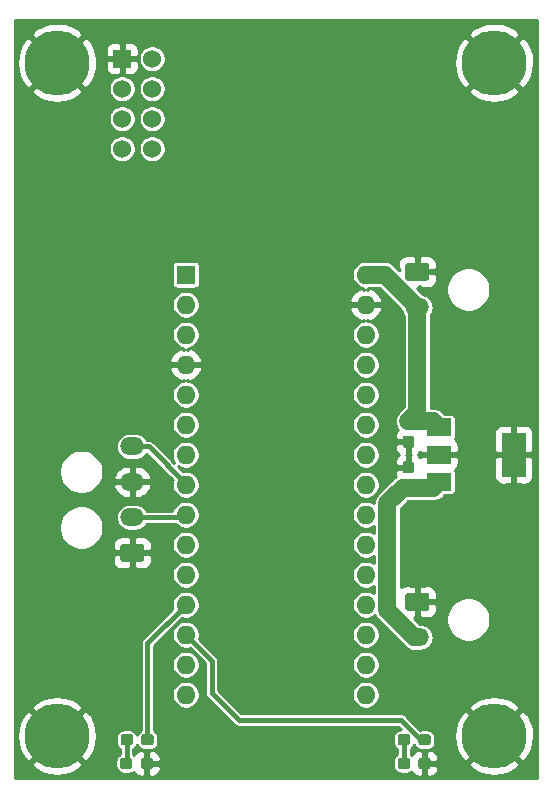
<source format=gbr>
G04 #@! TF.GenerationSoftware,KiCad,Pcbnew,(5.1.5)-3*
G04 #@! TF.CreationDate,2020-05-08T00:55:34-06:00*
G04 #@! TF.ProjectId,camera,63616d65-7261-42e6-9b69-6361645f7063,rev?*
G04 #@! TF.SameCoordinates,Original*
G04 #@! TF.FileFunction,Copper,L1,Top*
G04 #@! TF.FilePolarity,Positive*
%FSLAX46Y46*%
G04 Gerber Fmt 4.6, Leading zero omitted, Abs format (unit mm)*
G04 Created by KiCad (PCBNEW (5.1.5)-3) date 2020-05-08 00:55:34*
%MOMM*%
%LPD*%
G04 APERTURE LIST*
%ADD10R,1.600000X1.600000*%
%ADD11O,1.600000X1.600000*%
%ADD12C,0.100000*%
%ADD13C,5.500000*%
%ADD14O,2.020000X1.500000*%
%ADD15R,1.524000X1.524000*%
%ADD16C,1.524000*%
%ADD17R,2.000000X3.800000*%
%ADD18R,2.000000X1.500000*%
%ADD19C,0.800000*%
%ADD20C,0.381000*%
%ADD21C,1.524000*%
%ADD22C,0.254000*%
G04 APERTURE END LIST*
D10*
X74890000Y-106934000D03*
D11*
X90130000Y-139954000D03*
X74890000Y-109474000D03*
X90130000Y-137414000D03*
X74890000Y-112014000D03*
X90130000Y-134874000D03*
X74890000Y-114554000D03*
X90130000Y-132334000D03*
X74890000Y-117094000D03*
X90130000Y-129794000D03*
X74890000Y-119634000D03*
X90130000Y-127254000D03*
X74890000Y-122174000D03*
X90130000Y-124714000D03*
X74890000Y-124714000D03*
X90130000Y-122174000D03*
X74890000Y-127254000D03*
X90130000Y-119634000D03*
X74890000Y-129794000D03*
X90130000Y-117094000D03*
X74890000Y-132334000D03*
X90130000Y-114554000D03*
X74890000Y-134874000D03*
X90130000Y-112014000D03*
X74890000Y-137414000D03*
X90130000Y-109474000D03*
X74890000Y-139954000D03*
X90130000Y-106934000D03*
X74890000Y-142494000D03*
X90130000Y-142494000D03*
G04 #@! TA.AperFunction,SMDPad,CuDef*
D12*
G36*
X71911779Y-147850144D02*
G01*
X71934834Y-147853563D01*
X71957443Y-147859227D01*
X71979387Y-147867079D01*
X72000457Y-147877044D01*
X72020448Y-147889026D01*
X72039168Y-147902910D01*
X72056438Y-147918562D01*
X72072090Y-147935832D01*
X72085974Y-147954552D01*
X72097956Y-147974543D01*
X72107921Y-147995613D01*
X72115773Y-148017557D01*
X72121437Y-148040166D01*
X72124856Y-148063221D01*
X72126000Y-148086500D01*
X72126000Y-148561500D01*
X72124856Y-148584779D01*
X72121437Y-148607834D01*
X72115773Y-148630443D01*
X72107921Y-148652387D01*
X72097956Y-148673457D01*
X72085974Y-148693448D01*
X72072090Y-148712168D01*
X72056438Y-148729438D01*
X72039168Y-148745090D01*
X72020448Y-148758974D01*
X72000457Y-148770956D01*
X71979387Y-148780921D01*
X71957443Y-148788773D01*
X71934834Y-148794437D01*
X71911779Y-148797856D01*
X71888500Y-148799000D01*
X71313500Y-148799000D01*
X71290221Y-148797856D01*
X71267166Y-148794437D01*
X71244557Y-148788773D01*
X71222613Y-148780921D01*
X71201543Y-148770956D01*
X71181552Y-148758974D01*
X71162832Y-148745090D01*
X71145562Y-148729438D01*
X71129910Y-148712168D01*
X71116026Y-148693448D01*
X71104044Y-148673457D01*
X71094079Y-148652387D01*
X71086227Y-148630443D01*
X71080563Y-148607834D01*
X71077144Y-148584779D01*
X71076000Y-148561500D01*
X71076000Y-148086500D01*
X71077144Y-148063221D01*
X71080563Y-148040166D01*
X71086227Y-148017557D01*
X71094079Y-147995613D01*
X71104044Y-147974543D01*
X71116026Y-147954552D01*
X71129910Y-147935832D01*
X71145562Y-147918562D01*
X71162832Y-147902910D01*
X71181552Y-147889026D01*
X71201543Y-147877044D01*
X71222613Y-147867079D01*
X71244557Y-147859227D01*
X71267166Y-147853563D01*
X71290221Y-147850144D01*
X71313500Y-147849000D01*
X71888500Y-147849000D01*
X71911779Y-147850144D01*
G37*
G04 #@! TD.AperFunction*
G04 #@! TA.AperFunction,SMDPad,CuDef*
G36*
X70161779Y-147850144D02*
G01*
X70184834Y-147853563D01*
X70207443Y-147859227D01*
X70229387Y-147867079D01*
X70250457Y-147877044D01*
X70270448Y-147889026D01*
X70289168Y-147902910D01*
X70306438Y-147918562D01*
X70322090Y-147935832D01*
X70335974Y-147954552D01*
X70347956Y-147974543D01*
X70357921Y-147995613D01*
X70365773Y-148017557D01*
X70371437Y-148040166D01*
X70374856Y-148063221D01*
X70376000Y-148086500D01*
X70376000Y-148561500D01*
X70374856Y-148584779D01*
X70371437Y-148607834D01*
X70365773Y-148630443D01*
X70357921Y-148652387D01*
X70347956Y-148673457D01*
X70335974Y-148693448D01*
X70322090Y-148712168D01*
X70306438Y-148729438D01*
X70289168Y-148745090D01*
X70270448Y-148758974D01*
X70250457Y-148770956D01*
X70229387Y-148780921D01*
X70207443Y-148788773D01*
X70184834Y-148794437D01*
X70161779Y-148797856D01*
X70138500Y-148799000D01*
X69563500Y-148799000D01*
X69540221Y-148797856D01*
X69517166Y-148794437D01*
X69494557Y-148788773D01*
X69472613Y-148780921D01*
X69451543Y-148770956D01*
X69431552Y-148758974D01*
X69412832Y-148745090D01*
X69395562Y-148729438D01*
X69379910Y-148712168D01*
X69366026Y-148693448D01*
X69354044Y-148673457D01*
X69344079Y-148652387D01*
X69336227Y-148630443D01*
X69330563Y-148607834D01*
X69327144Y-148584779D01*
X69326000Y-148561500D01*
X69326000Y-148086500D01*
X69327144Y-148063221D01*
X69330563Y-148040166D01*
X69336227Y-148017557D01*
X69344079Y-147995613D01*
X69354044Y-147974543D01*
X69366026Y-147954552D01*
X69379910Y-147935832D01*
X69395562Y-147918562D01*
X69412832Y-147902910D01*
X69431552Y-147889026D01*
X69451543Y-147877044D01*
X69472613Y-147867079D01*
X69494557Y-147859227D01*
X69517166Y-147853563D01*
X69540221Y-147850144D01*
X69563500Y-147849000D01*
X70138500Y-147849000D01*
X70161779Y-147850144D01*
G37*
G04 #@! TD.AperFunction*
G04 #@! TA.AperFunction,SMDPad,CuDef*
G36*
X93669779Y-147850144D02*
G01*
X93692834Y-147853563D01*
X93715443Y-147859227D01*
X93737387Y-147867079D01*
X93758457Y-147877044D01*
X93778448Y-147889026D01*
X93797168Y-147902910D01*
X93814438Y-147918562D01*
X93830090Y-147935832D01*
X93843974Y-147954552D01*
X93855956Y-147974543D01*
X93865921Y-147995613D01*
X93873773Y-148017557D01*
X93879437Y-148040166D01*
X93882856Y-148063221D01*
X93884000Y-148086500D01*
X93884000Y-148561500D01*
X93882856Y-148584779D01*
X93879437Y-148607834D01*
X93873773Y-148630443D01*
X93865921Y-148652387D01*
X93855956Y-148673457D01*
X93843974Y-148693448D01*
X93830090Y-148712168D01*
X93814438Y-148729438D01*
X93797168Y-148745090D01*
X93778448Y-148758974D01*
X93758457Y-148770956D01*
X93737387Y-148780921D01*
X93715443Y-148788773D01*
X93692834Y-148794437D01*
X93669779Y-148797856D01*
X93646500Y-148799000D01*
X93071500Y-148799000D01*
X93048221Y-148797856D01*
X93025166Y-148794437D01*
X93002557Y-148788773D01*
X92980613Y-148780921D01*
X92959543Y-148770956D01*
X92939552Y-148758974D01*
X92920832Y-148745090D01*
X92903562Y-148729438D01*
X92887910Y-148712168D01*
X92874026Y-148693448D01*
X92862044Y-148673457D01*
X92852079Y-148652387D01*
X92844227Y-148630443D01*
X92838563Y-148607834D01*
X92835144Y-148584779D01*
X92834000Y-148561500D01*
X92834000Y-148086500D01*
X92835144Y-148063221D01*
X92838563Y-148040166D01*
X92844227Y-148017557D01*
X92852079Y-147995613D01*
X92862044Y-147974543D01*
X92874026Y-147954552D01*
X92887910Y-147935832D01*
X92903562Y-147918562D01*
X92920832Y-147902910D01*
X92939552Y-147889026D01*
X92959543Y-147877044D01*
X92980613Y-147867079D01*
X93002557Y-147859227D01*
X93025166Y-147853563D01*
X93048221Y-147850144D01*
X93071500Y-147849000D01*
X93646500Y-147849000D01*
X93669779Y-147850144D01*
G37*
G04 #@! TD.AperFunction*
G04 #@! TA.AperFunction,SMDPad,CuDef*
G36*
X95419779Y-147850144D02*
G01*
X95442834Y-147853563D01*
X95465443Y-147859227D01*
X95487387Y-147867079D01*
X95508457Y-147877044D01*
X95528448Y-147889026D01*
X95547168Y-147902910D01*
X95564438Y-147918562D01*
X95580090Y-147935832D01*
X95593974Y-147954552D01*
X95605956Y-147974543D01*
X95615921Y-147995613D01*
X95623773Y-148017557D01*
X95629437Y-148040166D01*
X95632856Y-148063221D01*
X95634000Y-148086500D01*
X95634000Y-148561500D01*
X95632856Y-148584779D01*
X95629437Y-148607834D01*
X95623773Y-148630443D01*
X95615921Y-148652387D01*
X95605956Y-148673457D01*
X95593974Y-148693448D01*
X95580090Y-148712168D01*
X95564438Y-148729438D01*
X95547168Y-148745090D01*
X95528448Y-148758974D01*
X95508457Y-148770956D01*
X95487387Y-148780921D01*
X95465443Y-148788773D01*
X95442834Y-148794437D01*
X95419779Y-148797856D01*
X95396500Y-148799000D01*
X94821500Y-148799000D01*
X94798221Y-148797856D01*
X94775166Y-148794437D01*
X94752557Y-148788773D01*
X94730613Y-148780921D01*
X94709543Y-148770956D01*
X94689552Y-148758974D01*
X94670832Y-148745090D01*
X94653562Y-148729438D01*
X94637910Y-148712168D01*
X94624026Y-148693448D01*
X94612044Y-148673457D01*
X94602079Y-148652387D01*
X94594227Y-148630443D01*
X94588563Y-148607834D01*
X94585144Y-148584779D01*
X94584000Y-148561500D01*
X94584000Y-148086500D01*
X94585144Y-148063221D01*
X94588563Y-148040166D01*
X94594227Y-148017557D01*
X94602079Y-147995613D01*
X94612044Y-147974543D01*
X94624026Y-147954552D01*
X94637910Y-147935832D01*
X94653562Y-147918562D01*
X94670832Y-147902910D01*
X94689552Y-147889026D01*
X94709543Y-147877044D01*
X94730613Y-147867079D01*
X94752557Y-147859227D01*
X94775166Y-147853563D01*
X94798221Y-147850144D01*
X94821500Y-147849000D01*
X95396500Y-147849000D01*
X95419779Y-147850144D01*
G37*
G04 #@! TD.AperFunction*
D13*
X64000000Y-146000000D03*
X64000000Y-89000000D03*
X101000000Y-89000000D03*
X101000000Y-146000000D03*
G04 #@! TA.AperFunction,ComponentPad*
D12*
G36*
X95272504Y-105945204D02*
G01*
X95296773Y-105948804D01*
X95320571Y-105954765D01*
X95343671Y-105963030D01*
X95365849Y-105973520D01*
X95386893Y-105986133D01*
X95406598Y-106000747D01*
X95424777Y-106017223D01*
X95441253Y-106035402D01*
X95455867Y-106055107D01*
X95468480Y-106076151D01*
X95478970Y-106098329D01*
X95487235Y-106121429D01*
X95493196Y-106145227D01*
X95496796Y-106169496D01*
X95498000Y-106194000D01*
X95498000Y-107194000D01*
X95496796Y-107218504D01*
X95493196Y-107242773D01*
X95487235Y-107266571D01*
X95478970Y-107289671D01*
X95468480Y-107311849D01*
X95455867Y-107332893D01*
X95441253Y-107352598D01*
X95424777Y-107370777D01*
X95406598Y-107387253D01*
X95386893Y-107401867D01*
X95365849Y-107414480D01*
X95343671Y-107424970D01*
X95320571Y-107433235D01*
X95296773Y-107439196D01*
X95272504Y-107442796D01*
X95248000Y-107444000D01*
X93728000Y-107444000D01*
X93703496Y-107442796D01*
X93679227Y-107439196D01*
X93655429Y-107433235D01*
X93632329Y-107424970D01*
X93610151Y-107414480D01*
X93589107Y-107401867D01*
X93569402Y-107387253D01*
X93551223Y-107370777D01*
X93534747Y-107352598D01*
X93520133Y-107332893D01*
X93507520Y-107311849D01*
X93497030Y-107289671D01*
X93488765Y-107266571D01*
X93482804Y-107242773D01*
X93479204Y-107218504D01*
X93478000Y-107194000D01*
X93478000Y-106194000D01*
X93479204Y-106169496D01*
X93482804Y-106145227D01*
X93488765Y-106121429D01*
X93497030Y-106098329D01*
X93507520Y-106076151D01*
X93520133Y-106055107D01*
X93534747Y-106035402D01*
X93551223Y-106017223D01*
X93569402Y-106000747D01*
X93589107Y-105986133D01*
X93610151Y-105973520D01*
X93632329Y-105963030D01*
X93655429Y-105954765D01*
X93679227Y-105948804D01*
X93703496Y-105945204D01*
X93728000Y-105944000D01*
X95248000Y-105944000D01*
X95272504Y-105945204D01*
G37*
G04 #@! TD.AperFunction*
D14*
X94488000Y-109694000D03*
G04 #@! TA.AperFunction,SMDPad,CuDef*
D12*
G36*
X70206779Y-145830144D02*
G01*
X70229834Y-145833563D01*
X70252443Y-145839227D01*
X70274387Y-145847079D01*
X70295457Y-145857044D01*
X70315448Y-145869026D01*
X70334168Y-145882910D01*
X70351438Y-145898562D01*
X70367090Y-145915832D01*
X70380974Y-145934552D01*
X70392956Y-145954543D01*
X70402921Y-145975613D01*
X70410773Y-145997557D01*
X70416437Y-146020166D01*
X70419856Y-146043221D01*
X70421000Y-146066500D01*
X70421000Y-146541500D01*
X70419856Y-146564779D01*
X70416437Y-146587834D01*
X70410773Y-146610443D01*
X70402921Y-146632387D01*
X70392956Y-146653457D01*
X70380974Y-146673448D01*
X70367090Y-146692168D01*
X70351438Y-146709438D01*
X70334168Y-146725090D01*
X70315448Y-146738974D01*
X70295457Y-146750956D01*
X70274387Y-146760921D01*
X70252443Y-146768773D01*
X70229834Y-146774437D01*
X70206779Y-146777856D01*
X70183500Y-146779000D01*
X69608500Y-146779000D01*
X69585221Y-146777856D01*
X69562166Y-146774437D01*
X69539557Y-146768773D01*
X69517613Y-146760921D01*
X69496543Y-146750956D01*
X69476552Y-146738974D01*
X69457832Y-146725090D01*
X69440562Y-146709438D01*
X69424910Y-146692168D01*
X69411026Y-146673448D01*
X69399044Y-146653457D01*
X69389079Y-146632387D01*
X69381227Y-146610443D01*
X69375563Y-146587834D01*
X69372144Y-146564779D01*
X69371000Y-146541500D01*
X69371000Y-146066500D01*
X69372144Y-146043221D01*
X69375563Y-146020166D01*
X69381227Y-145997557D01*
X69389079Y-145975613D01*
X69399044Y-145954543D01*
X69411026Y-145934552D01*
X69424910Y-145915832D01*
X69440562Y-145898562D01*
X69457832Y-145882910D01*
X69476552Y-145869026D01*
X69496543Y-145857044D01*
X69517613Y-145847079D01*
X69539557Y-145839227D01*
X69562166Y-145833563D01*
X69585221Y-145830144D01*
X69608500Y-145829000D01*
X70183500Y-145829000D01*
X70206779Y-145830144D01*
G37*
G04 #@! TD.AperFunction*
G04 #@! TA.AperFunction,SMDPad,CuDef*
G36*
X71956779Y-145830144D02*
G01*
X71979834Y-145833563D01*
X72002443Y-145839227D01*
X72024387Y-145847079D01*
X72045457Y-145857044D01*
X72065448Y-145869026D01*
X72084168Y-145882910D01*
X72101438Y-145898562D01*
X72117090Y-145915832D01*
X72130974Y-145934552D01*
X72142956Y-145954543D01*
X72152921Y-145975613D01*
X72160773Y-145997557D01*
X72166437Y-146020166D01*
X72169856Y-146043221D01*
X72171000Y-146066500D01*
X72171000Y-146541500D01*
X72169856Y-146564779D01*
X72166437Y-146587834D01*
X72160773Y-146610443D01*
X72152921Y-146632387D01*
X72142956Y-146653457D01*
X72130974Y-146673448D01*
X72117090Y-146692168D01*
X72101438Y-146709438D01*
X72084168Y-146725090D01*
X72065448Y-146738974D01*
X72045457Y-146750956D01*
X72024387Y-146760921D01*
X72002443Y-146768773D01*
X71979834Y-146774437D01*
X71956779Y-146777856D01*
X71933500Y-146779000D01*
X71358500Y-146779000D01*
X71335221Y-146777856D01*
X71312166Y-146774437D01*
X71289557Y-146768773D01*
X71267613Y-146760921D01*
X71246543Y-146750956D01*
X71226552Y-146738974D01*
X71207832Y-146725090D01*
X71190562Y-146709438D01*
X71174910Y-146692168D01*
X71161026Y-146673448D01*
X71149044Y-146653457D01*
X71139079Y-146632387D01*
X71131227Y-146610443D01*
X71125563Y-146587834D01*
X71122144Y-146564779D01*
X71121000Y-146541500D01*
X71121000Y-146066500D01*
X71122144Y-146043221D01*
X71125563Y-146020166D01*
X71131227Y-145997557D01*
X71139079Y-145975613D01*
X71149044Y-145954543D01*
X71161026Y-145934552D01*
X71174910Y-145915832D01*
X71190562Y-145898562D01*
X71207832Y-145882910D01*
X71226552Y-145869026D01*
X71246543Y-145857044D01*
X71267613Y-145847079D01*
X71289557Y-145839227D01*
X71312166Y-145833563D01*
X71335221Y-145830144D01*
X71358500Y-145829000D01*
X71933500Y-145829000D01*
X71956779Y-145830144D01*
G37*
G04 #@! TD.AperFunction*
D15*
X69500000Y-88646000D03*
D16*
X72040000Y-88646000D03*
X69500000Y-91186000D03*
X72040000Y-91186000D03*
X69500000Y-93726000D03*
X72040000Y-93726000D03*
X69500000Y-96266000D03*
X72040000Y-96266000D03*
G04 #@! TA.AperFunction,SMDPad,CuDef*
D12*
G36*
X93986779Y-118820144D02*
G01*
X94009834Y-118823563D01*
X94032443Y-118829227D01*
X94054387Y-118837079D01*
X94075457Y-118847044D01*
X94095448Y-118859026D01*
X94114168Y-118872910D01*
X94131438Y-118888562D01*
X94147090Y-118905832D01*
X94160974Y-118924552D01*
X94172956Y-118944543D01*
X94182921Y-118965613D01*
X94190773Y-118987557D01*
X94196437Y-119010166D01*
X94199856Y-119033221D01*
X94201000Y-119056500D01*
X94201000Y-119631500D01*
X94199856Y-119654779D01*
X94196437Y-119677834D01*
X94190773Y-119700443D01*
X94182921Y-119722387D01*
X94172956Y-119743457D01*
X94160974Y-119763448D01*
X94147090Y-119782168D01*
X94131438Y-119799438D01*
X94114168Y-119815090D01*
X94095448Y-119828974D01*
X94075457Y-119840956D01*
X94054387Y-119850921D01*
X94032443Y-119858773D01*
X94009834Y-119864437D01*
X93986779Y-119867856D01*
X93963500Y-119869000D01*
X93488500Y-119869000D01*
X93465221Y-119867856D01*
X93442166Y-119864437D01*
X93419557Y-119858773D01*
X93397613Y-119850921D01*
X93376543Y-119840956D01*
X93356552Y-119828974D01*
X93337832Y-119815090D01*
X93320562Y-119799438D01*
X93304910Y-119782168D01*
X93291026Y-119763448D01*
X93279044Y-119743457D01*
X93269079Y-119722387D01*
X93261227Y-119700443D01*
X93255563Y-119677834D01*
X93252144Y-119654779D01*
X93251000Y-119631500D01*
X93251000Y-119056500D01*
X93252144Y-119033221D01*
X93255563Y-119010166D01*
X93261227Y-118987557D01*
X93269079Y-118965613D01*
X93279044Y-118944543D01*
X93291026Y-118924552D01*
X93304910Y-118905832D01*
X93320562Y-118888562D01*
X93337832Y-118872910D01*
X93356552Y-118859026D01*
X93376543Y-118847044D01*
X93397613Y-118837079D01*
X93419557Y-118829227D01*
X93442166Y-118823563D01*
X93465221Y-118820144D01*
X93488500Y-118819000D01*
X93963500Y-118819000D01*
X93986779Y-118820144D01*
G37*
G04 #@! TD.AperFunction*
G04 #@! TA.AperFunction,SMDPad,CuDef*
G36*
X93986779Y-120570144D02*
G01*
X94009834Y-120573563D01*
X94032443Y-120579227D01*
X94054387Y-120587079D01*
X94075457Y-120597044D01*
X94095448Y-120609026D01*
X94114168Y-120622910D01*
X94131438Y-120638562D01*
X94147090Y-120655832D01*
X94160974Y-120674552D01*
X94172956Y-120694543D01*
X94182921Y-120715613D01*
X94190773Y-120737557D01*
X94196437Y-120760166D01*
X94199856Y-120783221D01*
X94201000Y-120806500D01*
X94201000Y-121381500D01*
X94199856Y-121404779D01*
X94196437Y-121427834D01*
X94190773Y-121450443D01*
X94182921Y-121472387D01*
X94172956Y-121493457D01*
X94160974Y-121513448D01*
X94147090Y-121532168D01*
X94131438Y-121549438D01*
X94114168Y-121565090D01*
X94095448Y-121578974D01*
X94075457Y-121590956D01*
X94054387Y-121600921D01*
X94032443Y-121608773D01*
X94009834Y-121614437D01*
X93986779Y-121617856D01*
X93963500Y-121619000D01*
X93488500Y-121619000D01*
X93465221Y-121617856D01*
X93442166Y-121614437D01*
X93419557Y-121608773D01*
X93397613Y-121600921D01*
X93376543Y-121590956D01*
X93356552Y-121578974D01*
X93337832Y-121565090D01*
X93320562Y-121549438D01*
X93304910Y-121532168D01*
X93291026Y-121513448D01*
X93279044Y-121493457D01*
X93269079Y-121472387D01*
X93261227Y-121450443D01*
X93255563Y-121427834D01*
X93252144Y-121404779D01*
X93251000Y-121381500D01*
X93251000Y-120806500D01*
X93252144Y-120783221D01*
X93255563Y-120760166D01*
X93261227Y-120737557D01*
X93269079Y-120715613D01*
X93279044Y-120694543D01*
X93291026Y-120674552D01*
X93304910Y-120655832D01*
X93320562Y-120638562D01*
X93337832Y-120622910D01*
X93356552Y-120609026D01*
X93376543Y-120597044D01*
X93397613Y-120587079D01*
X93419557Y-120579227D01*
X93442166Y-120573563D01*
X93465221Y-120570144D01*
X93488500Y-120569000D01*
X93963500Y-120569000D01*
X93986779Y-120570144D01*
G37*
G04 #@! TD.AperFunction*
G04 #@! TA.AperFunction,SMDPad,CuDef*
G36*
X93986779Y-122720144D02*
G01*
X94009834Y-122723563D01*
X94032443Y-122729227D01*
X94054387Y-122737079D01*
X94075457Y-122747044D01*
X94095448Y-122759026D01*
X94114168Y-122772910D01*
X94131438Y-122788562D01*
X94147090Y-122805832D01*
X94160974Y-122824552D01*
X94172956Y-122844543D01*
X94182921Y-122865613D01*
X94190773Y-122887557D01*
X94196437Y-122910166D01*
X94199856Y-122933221D01*
X94201000Y-122956500D01*
X94201000Y-123531500D01*
X94199856Y-123554779D01*
X94196437Y-123577834D01*
X94190773Y-123600443D01*
X94182921Y-123622387D01*
X94172956Y-123643457D01*
X94160974Y-123663448D01*
X94147090Y-123682168D01*
X94131438Y-123699438D01*
X94114168Y-123715090D01*
X94095448Y-123728974D01*
X94075457Y-123740956D01*
X94054387Y-123750921D01*
X94032443Y-123758773D01*
X94009834Y-123764437D01*
X93986779Y-123767856D01*
X93963500Y-123769000D01*
X93488500Y-123769000D01*
X93465221Y-123767856D01*
X93442166Y-123764437D01*
X93419557Y-123758773D01*
X93397613Y-123750921D01*
X93376543Y-123740956D01*
X93356552Y-123728974D01*
X93337832Y-123715090D01*
X93320562Y-123699438D01*
X93304910Y-123682168D01*
X93291026Y-123663448D01*
X93279044Y-123643457D01*
X93269079Y-123622387D01*
X93261227Y-123600443D01*
X93255563Y-123577834D01*
X93252144Y-123554779D01*
X93251000Y-123531500D01*
X93251000Y-122956500D01*
X93252144Y-122933221D01*
X93255563Y-122910166D01*
X93261227Y-122887557D01*
X93269079Y-122865613D01*
X93279044Y-122844543D01*
X93291026Y-122824552D01*
X93304910Y-122805832D01*
X93320562Y-122788562D01*
X93337832Y-122772910D01*
X93356552Y-122759026D01*
X93376543Y-122747044D01*
X93397613Y-122737079D01*
X93419557Y-122729227D01*
X93442166Y-122723563D01*
X93465221Y-122720144D01*
X93488500Y-122719000D01*
X93963500Y-122719000D01*
X93986779Y-122720144D01*
G37*
G04 #@! TD.AperFunction*
G04 #@! TA.AperFunction,SMDPad,CuDef*
G36*
X93986779Y-124470144D02*
G01*
X94009834Y-124473563D01*
X94032443Y-124479227D01*
X94054387Y-124487079D01*
X94075457Y-124497044D01*
X94095448Y-124509026D01*
X94114168Y-124522910D01*
X94131438Y-124538562D01*
X94147090Y-124555832D01*
X94160974Y-124574552D01*
X94172956Y-124594543D01*
X94182921Y-124615613D01*
X94190773Y-124637557D01*
X94196437Y-124660166D01*
X94199856Y-124683221D01*
X94201000Y-124706500D01*
X94201000Y-125281500D01*
X94199856Y-125304779D01*
X94196437Y-125327834D01*
X94190773Y-125350443D01*
X94182921Y-125372387D01*
X94172956Y-125393457D01*
X94160974Y-125413448D01*
X94147090Y-125432168D01*
X94131438Y-125449438D01*
X94114168Y-125465090D01*
X94095448Y-125478974D01*
X94075457Y-125490956D01*
X94054387Y-125500921D01*
X94032443Y-125508773D01*
X94009834Y-125514437D01*
X93986779Y-125517856D01*
X93963500Y-125519000D01*
X93488500Y-125519000D01*
X93465221Y-125517856D01*
X93442166Y-125514437D01*
X93419557Y-125508773D01*
X93397613Y-125500921D01*
X93376543Y-125490956D01*
X93356552Y-125478974D01*
X93337832Y-125465090D01*
X93320562Y-125449438D01*
X93304910Y-125432168D01*
X93291026Y-125413448D01*
X93279044Y-125393457D01*
X93269079Y-125372387D01*
X93261227Y-125350443D01*
X93255563Y-125327834D01*
X93252144Y-125304779D01*
X93251000Y-125281500D01*
X93251000Y-124706500D01*
X93252144Y-124683221D01*
X93255563Y-124660166D01*
X93261227Y-124637557D01*
X93269079Y-124615613D01*
X93279044Y-124594543D01*
X93291026Y-124574552D01*
X93304910Y-124555832D01*
X93320562Y-124538562D01*
X93337832Y-124522910D01*
X93356552Y-124509026D01*
X93376543Y-124497044D01*
X93397613Y-124487079D01*
X93419557Y-124479227D01*
X93442166Y-124473563D01*
X93465221Y-124470144D01*
X93488500Y-124469000D01*
X93963500Y-124469000D01*
X93986779Y-124470144D01*
G37*
G04 #@! TD.AperFunction*
G04 #@! TA.AperFunction,ComponentPad*
G36*
X71142504Y-129735204D02*
G01*
X71166773Y-129738804D01*
X71190571Y-129744765D01*
X71213671Y-129753030D01*
X71235849Y-129763520D01*
X71256893Y-129776133D01*
X71276598Y-129790747D01*
X71294777Y-129807223D01*
X71311253Y-129825402D01*
X71325867Y-129845107D01*
X71338480Y-129866151D01*
X71348970Y-129888329D01*
X71357235Y-129911429D01*
X71363196Y-129935227D01*
X71366796Y-129959496D01*
X71368000Y-129984000D01*
X71368000Y-130984000D01*
X71366796Y-131008504D01*
X71363196Y-131032773D01*
X71357235Y-131056571D01*
X71348970Y-131079671D01*
X71338480Y-131101849D01*
X71325867Y-131122893D01*
X71311253Y-131142598D01*
X71294777Y-131160777D01*
X71276598Y-131177253D01*
X71256893Y-131191867D01*
X71235849Y-131204480D01*
X71213671Y-131214970D01*
X71190571Y-131223235D01*
X71166773Y-131229196D01*
X71142504Y-131232796D01*
X71118000Y-131234000D01*
X69598000Y-131234000D01*
X69573496Y-131232796D01*
X69549227Y-131229196D01*
X69525429Y-131223235D01*
X69502329Y-131214970D01*
X69480151Y-131204480D01*
X69459107Y-131191867D01*
X69439402Y-131177253D01*
X69421223Y-131160777D01*
X69404747Y-131142598D01*
X69390133Y-131122893D01*
X69377520Y-131101849D01*
X69367030Y-131079671D01*
X69358765Y-131056571D01*
X69352804Y-131032773D01*
X69349204Y-131008504D01*
X69348000Y-130984000D01*
X69348000Y-129984000D01*
X69349204Y-129959496D01*
X69352804Y-129935227D01*
X69358765Y-129911429D01*
X69367030Y-129888329D01*
X69377520Y-129866151D01*
X69390133Y-129845107D01*
X69404747Y-129825402D01*
X69421223Y-129807223D01*
X69439402Y-129790747D01*
X69459107Y-129776133D01*
X69480151Y-129763520D01*
X69502329Y-129753030D01*
X69525429Y-129744765D01*
X69549227Y-129738804D01*
X69573496Y-129735204D01*
X69598000Y-129734000D01*
X71118000Y-129734000D01*
X71142504Y-129735204D01*
G37*
G04 #@! TD.AperFunction*
D14*
X70358000Y-127484000D03*
X70358000Y-124484000D03*
X70358000Y-121484000D03*
G04 #@! TA.AperFunction,ComponentPad*
D12*
G36*
X95272504Y-133895204D02*
G01*
X95296773Y-133898804D01*
X95320571Y-133904765D01*
X95343671Y-133913030D01*
X95365849Y-133923520D01*
X95386893Y-133936133D01*
X95406598Y-133950747D01*
X95424777Y-133967223D01*
X95441253Y-133985402D01*
X95455867Y-134005107D01*
X95468480Y-134026151D01*
X95478970Y-134048329D01*
X95487235Y-134071429D01*
X95493196Y-134095227D01*
X95496796Y-134119496D01*
X95498000Y-134144000D01*
X95498000Y-135144000D01*
X95496796Y-135168504D01*
X95493196Y-135192773D01*
X95487235Y-135216571D01*
X95478970Y-135239671D01*
X95468480Y-135261849D01*
X95455867Y-135282893D01*
X95441253Y-135302598D01*
X95424777Y-135320777D01*
X95406598Y-135337253D01*
X95386893Y-135351867D01*
X95365849Y-135364480D01*
X95343671Y-135374970D01*
X95320571Y-135383235D01*
X95296773Y-135389196D01*
X95272504Y-135392796D01*
X95248000Y-135394000D01*
X93728000Y-135394000D01*
X93703496Y-135392796D01*
X93679227Y-135389196D01*
X93655429Y-135383235D01*
X93632329Y-135374970D01*
X93610151Y-135364480D01*
X93589107Y-135351867D01*
X93569402Y-135337253D01*
X93551223Y-135320777D01*
X93534747Y-135302598D01*
X93520133Y-135282893D01*
X93507520Y-135261849D01*
X93497030Y-135239671D01*
X93488765Y-135216571D01*
X93482804Y-135192773D01*
X93479204Y-135168504D01*
X93478000Y-135144000D01*
X93478000Y-134144000D01*
X93479204Y-134119496D01*
X93482804Y-134095227D01*
X93488765Y-134071429D01*
X93497030Y-134048329D01*
X93507520Y-134026151D01*
X93520133Y-134005107D01*
X93534747Y-133985402D01*
X93551223Y-133967223D01*
X93569402Y-133950747D01*
X93589107Y-133936133D01*
X93610151Y-133923520D01*
X93632329Y-133913030D01*
X93655429Y-133904765D01*
X93679227Y-133898804D01*
X93703496Y-133895204D01*
X93728000Y-133894000D01*
X95248000Y-133894000D01*
X95272504Y-133895204D01*
G37*
G04 #@! TD.AperFunction*
D14*
X94488000Y-137644000D03*
G04 #@! TA.AperFunction,SMDPad,CuDef*
D12*
G36*
X93669779Y-145830144D02*
G01*
X93692834Y-145833563D01*
X93715443Y-145839227D01*
X93737387Y-145847079D01*
X93758457Y-145857044D01*
X93778448Y-145869026D01*
X93797168Y-145882910D01*
X93814438Y-145898562D01*
X93830090Y-145915832D01*
X93843974Y-145934552D01*
X93855956Y-145954543D01*
X93865921Y-145975613D01*
X93873773Y-145997557D01*
X93879437Y-146020166D01*
X93882856Y-146043221D01*
X93884000Y-146066500D01*
X93884000Y-146541500D01*
X93882856Y-146564779D01*
X93879437Y-146587834D01*
X93873773Y-146610443D01*
X93865921Y-146632387D01*
X93855956Y-146653457D01*
X93843974Y-146673448D01*
X93830090Y-146692168D01*
X93814438Y-146709438D01*
X93797168Y-146725090D01*
X93778448Y-146738974D01*
X93758457Y-146750956D01*
X93737387Y-146760921D01*
X93715443Y-146768773D01*
X93692834Y-146774437D01*
X93669779Y-146777856D01*
X93646500Y-146779000D01*
X93071500Y-146779000D01*
X93048221Y-146777856D01*
X93025166Y-146774437D01*
X93002557Y-146768773D01*
X92980613Y-146760921D01*
X92959543Y-146750956D01*
X92939552Y-146738974D01*
X92920832Y-146725090D01*
X92903562Y-146709438D01*
X92887910Y-146692168D01*
X92874026Y-146673448D01*
X92862044Y-146653457D01*
X92852079Y-146632387D01*
X92844227Y-146610443D01*
X92838563Y-146587834D01*
X92835144Y-146564779D01*
X92834000Y-146541500D01*
X92834000Y-146066500D01*
X92835144Y-146043221D01*
X92838563Y-146020166D01*
X92844227Y-145997557D01*
X92852079Y-145975613D01*
X92862044Y-145954543D01*
X92874026Y-145934552D01*
X92887910Y-145915832D01*
X92903562Y-145898562D01*
X92920832Y-145882910D01*
X92939552Y-145869026D01*
X92959543Y-145857044D01*
X92980613Y-145847079D01*
X93002557Y-145839227D01*
X93025166Y-145833563D01*
X93048221Y-145830144D01*
X93071500Y-145829000D01*
X93646500Y-145829000D01*
X93669779Y-145830144D01*
G37*
G04 #@! TD.AperFunction*
G04 #@! TA.AperFunction,SMDPad,CuDef*
G36*
X95419779Y-145830144D02*
G01*
X95442834Y-145833563D01*
X95465443Y-145839227D01*
X95487387Y-145847079D01*
X95508457Y-145857044D01*
X95528448Y-145869026D01*
X95547168Y-145882910D01*
X95564438Y-145898562D01*
X95580090Y-145915832D01*
X95593974Y-145934552D01*
X95605956Y-145954543D01*
X95615921Y-145975613D01*
X95623773Y-145997557D01*
X95629437Y-146020166D01*
X95632856Y-146043221D01*
X95634000Y-146066500D01*
X95634000Y-146541500D01*
X95632856Y-146564779D01*
X95629437Y-146587834D01*
X95623773Y-146610443D01*
X95615921Y-146632387D01*
X95605956Y-146653457D01*
X95593974Y-146673448D01*
X95580090Y-146692168D01*
X95564438Y-146709438D01*
X95547168Y-146725090D01*
X95528448Y-146738974D01*
X95508457Y-146750956D01*
X95487387Y-146760921D01*
X95465443Y-146768773D01*
X95442834Y-146774437D01*
X95419779Y-146777856D01*
X95396500Y-146779000D01*
X94821500Y-146779000D01*
X94798221Y-146777856D01*
X94775166Y-146774437D01*
X94752557Y-146768773D01*
X94730613Y-146760921D01*
X94709543Y-146750956D01*
X94689552Y-146738974D01*
X94670832Y-146725090D01*
X94653562Y-146709438D01*
X94637910Y-146692168D01*
X94624026Y-146673448D01*
X94612044Y-146653457D01*
X94602079Y-146632387D01*
X94594227Y-146610443D01*
X94588563Y-146587834D01*
X94585144Y-146564779D01*
X94584000Y-146541500D01*
X94584000Y-146066500D01*
X94585144Y-146043221D01*
X94588563Y-146020166D01*
X94594227Y-145997557D01*
X94602079Y-145975613D01*
X94612044Y-145954543D01*
X94624026Y-145934552D01*
X94637910Y-145915832D01*
X94653562Y-145898562D01*
X94670832Y-145882910D01*
X94689552Y-145869026D01*
X94709543Y-145857044D01*
X94730613Y-145847079D01*
X94752557Y-145839227D01*
X94775166Y-145833563D01*
X94798221Y-145830144D01*
X94821500Y-145829000D01*
X95396500Y-145829000D01*
X95419779Y-145830144D01*
G37*
G04 #@! TD.AperFunction*
D17*
X102658000Y-122169000D03*
D18*
X96358000Y-122169000D03*
X96358000Y-124469000D03*
X96358000Y-119869000D03*
D19*
X81788000Y-107188000D03*
X82169000Y-139192000D03*
X64008000Y-112395000D03*
X102235000Y-115316000D03*
X100203000Y-128778000D03*
X86741000Y-93091000D03*
D20*
X71646000Y-138118000D02*
X71646000Y-146304000D01*
X74890000Y-134874000D02*
X71646000Y-138118000D01*
X74890000Y-137414000D02*
X77089000Y-139613000D01*
X77089000Y-139613000D02*
X77089000Y-142367000D01*
X94772142Y-146304000D02*
X93121142Y-144653000D01*
X95109000Y-146304000D02*
X94772142Y-146304000D01*
X79375000Y-144653000D02*
X77089000Y-142367000D01*
X93121142Y-144653000D02*
X79375000Y-144653000D01*
D21*
X91728000Y-106934000D02*
X94488000Y-109694000D01*
X90130000Y-106934000D02*
X91728000Y-106934000D01*
X95833000Y-119344000D02*
X96358000Y-119869000D01*
X93726000Y-119344000D02*
X95833000Y-119344000D01*
X94488000Y-118582000D02*
X93726000Y-119344000D01*
X94488000Y-109694000D02*
X94488000Y-118582000D01*
D20*
X69896000Y-148279000D02*
X69851000Y-148324000D01*
X69896000Y-146304000D02*
X69896000Y-148279000D01*
X93359000Y-146304000D02*
X93359000Y-148324000D01*
D21*
X95833000Y-124994000D02*
X93726000Y-124994000D01*
X96358000Y-124469000D02*
X95833000Y-124994000D01*
X94228000Y-137644000D02*
X94488000Y-137644000D01*
X91954000Y-135370000D02*
X94228000Y-137644000D01*
X93251000Y-124994000D02*
X91954000Y-126291000D01*
X91954000Y-126291000D02*
X91954000Y-135370000D01*
X93726000Y-124994000D02*
X93251000Y-124994000D01*
D20*
X74660000Y-124484000D02*
X74890000Y-124714000D01*
X71749000Y-121484000D02*
X74890000Y-124625000D01*
X74890000Y-124625000D02*
X74890000Y-124714000D01*
X70358000Y-121484000D02*
X71749000Y-121484000D01*
X74660000Y-127484000D02*
X74890000Y-127254000D01*
X70358000Y-127484000D02*
X74660000Y-127484000D01*
D22*
G36*
X104594000Y-149594000D02*
G01*
X60406000Y-149594000D01*
X60406000Y-148380928D01*
X61798677Y-148380928D01*
X62104859Y-148824503D01*
X62692306Y-149139954D01*
X63330008Y-149334740D01*
X63993457Y-149401372D01*
X64657158Y-149337292D01*
X65295605Y-149144962D01*
X65884262Y-148831772D01*
X65895141Y-148824503D01*
X66201323Y-148380928D01*
X64000000Y-146179605D01*
X61798677Y-148380928D01*
X60406000Y-148380928D01*
X60406000Y-145993457D01*
X60598628Y-145993457D01*
X60662708Y-146657158D01*
X60855038Y-147295605D01*
X61168228Y-147884262D01*
X61175497Y-147895141D01*
X61619072Y-148201323D01*
X63820395Y-146000000D01*
X64179605Y-146000000D01*
X66380928Y-148201323D01*
X66547275Y-148086500D01*
X68943157Y-148086500D01*
X68943157Y-148561500D01*
X68955077Y-148682523D01*
X68990378Y-148798895D01*
X69047704Y-148906144D01*
X69124851Y-149000149D01*
X69218856Y-149077296D01*
X69326105Y-149134622D01*
X69442477Y-149169923D01*
X69563500Y-149181843D01*
X70138500Y-149181843D01*
X70259523Y-149169923D01*
X70375895Y-149134622D01*
X70483144Y-149077296D01*
X70498151Y-149064980D01*
X70545463Y-149153494D01*
X70624815Y-149250185D01*
X70721506Y-149329537D01*
X70831820Y-149388502D01*
X70951518Y-149424812D01*
X71076000Y-149437072D01*
X71315250Y-149434000D01*
X71474000Y-149275250D01*
X71474000Y-148451000D01*
X71728000Y-148451000D01*
X71728000Y-149275250D01*
X71886750Y-149434000D01*
X72126000Y-149437072D01*
X72250482Y-149424812D01*
X72370180Y-149388502D01*
X72480494Y-149329537D01*
X72577185Y-149250185D01*
X72656537Y-149153494D01*
X72715502Y-149043180D01*
X72751812Y-148923482D01*
X72764072Y-148799000D01*
X72761000Y-148609750D01*
X72602250Y-148451000D01*
X71728000Y-148451000D01*
X71474000Y-148451000D01*
X71454000Y-148451000D01*
X71454000Y-148197000D01*
X71474000Y-148197000D01*
X71474000Y-147372750D01*
X71728000Y-147372750D01*
X71728000Y-148197000D01*
X72602250Y-148197000D01*
X72761000Y-148038250D01*
X72764072Y-147849000D01*
X72751812Y-147724518D01*
X72715502Y-147604820D01*
X72656537Y-147494506D01*
X72577185Y-147397815D01*
X72480494Y-147318463D01*
X72370180Y-147259498D01*
X72250482Y-147223188D01*
X72126000Y-147210928D01*
X71886750Y-147214000D01*
X71728000Y-147372750D01*
X71474000Y-147372750D01*
X71315250Y-147214000D01*
X71076000Y-147210928D01*
X70951518Y-147223188D01*
X70831820Y-147259498D01*
X70721506Y-147318463D01*
X70624815Y-147397815D01*
X70545463Y-147494506D01*
X70498151Y-147583020D01*
X70483144Y-147570704D01*
X70467500Y-147562342D01*
X70467500Y-147089711D01*
X70528144Y-147057296D01*
X70622149Y-146980149D01*
X70699296Y-146886144D01*
X70756622Y-146778895D01*
X70771000Y-146731497D01*
X70785378Y-146778895D01*
X70842704Y-146886144D01*
X70919851Y-146980149D01*
X71013856Y-147057296D01*
X71121105Y-147114622D01*
X71237477Y-147149923D01*
X71358500Y-147161843D01*
X71933500Y-147161843D01*
X72054523Y-147149923D01*
X72170895Y-147114622D01*
X72278144Y-147057296D01*
X72372149Y-146980149D01*
X72449296Y-146886144D01*
X72506622Y-146778895D01*
X72541923Y-146662523D01*
X72553843Y-146541500D01*
X72553843Y-146066500D01*
X72541923Y-145945477D01*
X72506622Y-145829105D01*
X72449296Y-145721856D01*
X72372149Y-145627851D01*
X72278144Y-145550704D01*
X72217500Y-145518289D01*
X72217500Y-142377682D01*
X73709000Y-142377682D01*
X73709000Y-142610318D01*
X73754386Y-142838485D01*
X73843412Y-143053413D01*
X73972658Y-143246843D01*
X74137157Y-143411342D01*
X74330587Y-143540588D01*
X74545515Y-143629614D01*
X74773682Y-143675000D01*
X75006318Y-143675000D01*
X75234485Y-143629614D01*
X75449413Y-143540588D01*
X75642843Y-143411342D01*
X75807342Y-143246843D01*
X75936588Y-143053413D01*
X76025614Y-142838485D01*
X76071000Y-142610318D01*
X76071000Y-142377682D01*
X76025614Y-142149515D01*
X75936588Y-141934587D01*
X75807342Y-141741157D01*
X75642843Y-141576658D01*
X75449413Y-141447412D01*
X75234485Y-141358386D01*
X75006318Y-141313000D01*
X74773682Y-141313000D01*
X74545515Y-141358386D01*
X74330587Y-141447412D01*
X74137157Y-141576658D01*
X73972658Y-141741157D01*
X73843412Y-141934587D01*
X73754386Y-142149515D01*
X73709000Y-142377682D01*
X72217500Y-142377682D01*
X72217500Y-139837682D01*
X73709000Y-139837682D01*
X73709000Y-140070318D01*
X73754386Y-140298485D01*
X73843412Y-140513413D01*
X73972658Y-140706843D01*
X74137157Y-140871342D01*
X74330587Y-141000588D01*
X74545515Y-141089614D01*
X74773682Y-141135000D01*
X75006318Y-141135000D01*
X75234485Y-141089614D01*
X75449413Y-141000588D01*
X75642843Y-140871342D01*
X75807342Y-140706843D01*
X75936588Y-140513413D01*
X76025614Y-140298485D01*
X76071000Y-140070318D01*
X76071000Y-139837682D01*
X76025614Y-139609515D01*
X75936588Y-139394587D01*
X75807342Y-139201157D01*
X75642843Y-139036658D01*
X75449413Y-138907412D01*
X75234485Y-138818386D01*
X75006318Y-138773000D01*
X74773682Y-138773000D01*
X74545515Y-138818386D01*
X74330587Y-138907412D01*
X74137157Y-139036658D01*
X73972658Y-139201157D01*
X73843412Y-139394587D01*
X73754386Y-139609515D01*
X73709000Y-139837682D01*
X72217500Y-139837682D01*
X72217500Y-138354722D01*
X73274540Y-137297682D01*
X73709000Y-137297682D01*
X73709000Y-137530318D01*
X73754386Y-137758485D01*
X73843412Y-137973413D01*
X73972658Y-138166843D01*
X74137157Y-138331342D01*
X74330587Y-138460588D01*
X74545515Y-138549614D01*
X74773682Y-138595000D01*
X75006318Y-138595000D01*
X75220228Y-138552450D01*
X76517500Y-139849723D01*
X76517501Y-142338916D01*
X76514735Y-142367000D01*
X76525769Y-142479033D01*
X76558448Y-142586761D01*
X76571040Y-142610318D01*
X76611517Y-142686045D01*
X76682934Y-142773067D01*
X76704744Y-142790966D01*
X78951034Y-145037257D01*
X78968933Y-145059067D01*
X79055955Y-145130484D01*
X79155238Y-145183552D01*
X79262966Y-145216231D01*
X79346926Y-145224500D01*
X79346927Y-145224500D01*
X79374999Y-145227265D01*
X79403071Y-145224500D01*
X92884420Y-145224500D01*
X93106077Y-145446157D01*
X93071500Y-145446157D01*
X92950477Y-145458077D01*
X92834105Y-145493378D01*
X92726856Y-145550704D01*
X92632851Y-145627851D01*
X92555704Y-145721856D01*
X92498378Y-145829105D01*
X92463077Y-145945477D01*
X92451157Y-146066500D01*
X92451157Y-146541500D01*
X92463077Y-146662523D01*
X92498378Y-146778895D01*
X92555704Y-146886144D01*
X92632851Y-146980149D01*
X92726856Y-147057296D01*
X92787500Y-147089711D01*
X92787501Y-147538289D01*
X92726856Y-147570704D01*
X92632851Y-147647851D01*
X92555704Y-147741856D01*
X92498378Y-147849105D01*
X92463077Y-147965477D01*
X92451157Y-148086500D01*
X92451157Y-148561500D01*
X92463077Y-148682523D01*
X92498378Y-148798895D01*
X92555704Y-148906144D01*
X92632851Y-149000149D01*
X92726856Y-149077296D01*
X92834105Y-149134622D01*
X92950477Y-149169923D01*
X93071500Y-149181843D01*
X93646500Y-149181843D01*
X93767523Y-149169923D01*
X93883895Y-149134622D01*
X93991144Y-149077296D01*
X94006151Y-149064980D01*
X94053463Y-149153494D01*
X94132815Y-149250185D01*
X94229506Y-149329537D01*
X94339820Y-149388502D01*
X94459518Y-149424812D01*
X94584000Y-149437072D01*
X94823250Y-149434000D01*
X94982000Y-149275250D01*
X94982000Y-148451000D01*
X95236000Y-148451000D01*
X95236000Y-149275250D01*
X95394750Y-149434000D01*
X95634000Y-149437072D01*
X95758482Y-149424812D01*
X95878180Y-149388502D01*
X95988494Y-149329537D01*
X96085185Y-149250185D01*
X96164537Y-149153494D01*
X96223502Y-149043180D01*
X96259812Y-148923482D01*
X96272072Y-148799000D01*
X96269000Y-148609750D01*
X96110250Y-148451000D01*
X95236000Y-148451000D01*
X94982000Y-148451000D01*
X94962000Y-148451000D01*
X94962000Y-148380928D01*
X98798677Y-148380928D01*
X99104859Y-148824503D01*
X99692306Y-149139954D01*
X100330008Y-149334740D01*
X100993457Y-149401372D01*
X101657158Y-149337292D01*
X102295605Y-149144962D01*
X102884262Y-148831772D01*
X102895141Y-148824503D01*
X103201323Y-148380928D01*
X101000000Y-146179605D01*
X98798677Y-148380928D01*
X94962000Y-148380928D01*
X94962000Y-148197000D01*
X94982000Y-148197000D01*
X94982000Y-147372750D01*
X95236000Y-147372750D01*
X95236000Y-148197000D01*
X96110250Y-148197000D01*
X96269000Y-148038250D01*
X96272072Y-147849000D01*
X96259812Y-147724518D01*
X96223502Y-147604820D01*
X96164537Y-147494506D01*
X96085185Y-147397815D01*
X95988494Y-147318463D01*
X95878180Y-147259498D01*
X95758482Y-147223188D01*
X95634000Y-147210928D01*
X95394750Y-147214000D01*
X95236000Y-147372750D01*
X94982000Y-147372750D01*
X94823250Y-147214000D01*
X94584000Y-147210928D01*
X94459518Y-147223188D01*
X94339820Y-147259498D01*
X94229506Y-147318463D01*
X94132815Y-147397815D01*
X94053463Y-147494506D01*
X94006151Y-147583020D01*
X93991144Y-147570704D01*
X93930500Y-147538289D01*
X93930500Y-147089711D01*
X93991144Y-147057296D01*
X94085149Y-146980149D01*
X94162296Y-146886144D01*
X94219622Y-146778895D01*
X94234000Y-146731497D01*
X94248378Y-146778895D01*
X94305704Y-146886144D01*
X94382851Y-146980149D01*
X94476856Y-147057296D01*
X94584105Y-147114622D01*
X94700477Y-147149923D01*
X94821500Y-147161843D01*
X95396500Y-147161843D01*
X95517523Y-147149923D01*
X95633895Y-147114622D01*
X95741144Y-147057296D01*
X95835149Y-146980149D01*
X95912296Y-146886144D01*
X95969622Y-146778895D01*
X96004923Y-146662523D01*
X96016843Y-146541500D01*
X96016843Y-146066500D01*
X96009649Y-145993457D01*
X97598628Y-145993457D01*
X97662708Y-146657158D01*
X97855038Y-147295605D01*
X98168228Y-147884262D01*
X98175497Y-147895141D01*
X98619072Y-148201323D01*
X100820395Y-146000000D01*
X101179605Y-146000000D01*
X103380928Y-148201323D01*
X103824503Y-147895141D01*
X104139954Y-147307694D01*
X104334740Y-146669992D01*
X104401372Y-146006543D01*
X104337292Y-145342842D01*
X104144962Y-144704395D01*
X103831772Y-144115738D01*
X103824503Y-144104859D01*
X103380928Y-143798677D01*
X101179605Y-146000000D01*
X100820395Y-146000000D01*
X98619072Y-143798677D01*
X98175497Y-144104859D01*
X97860046Y-144692306D01*
X97665260Y-145330008D01*
X97598628Y-145993457D01*
X96009649Y-145993457D01*
X96004923Y-145945477D01*
X95969622Y-145829105D01*
X95912296Y-145721856D01*
X95835149Y-145627851D01*
X95741144Y-145550704D01*
X95633895Y-145493378D01*
X95517523Y-145458077D01*
X95396500Y-145446157D01*
X94821500Y-145446157D01*
X94731396Y-145455032D01*
X93545112Y-144268748D01*
X93527209Y-144246933D01*
X93440187Y-144175516D01*
X93340904Y-144122448D01*
X93233176Y-144089769D01*
X93149216Y-144081500D01*
X93121142Y-144078735D01*
X93093068Y-144081500D01*
X79611723Y-144081500D01*
X77907905Y-142377682D01*
X88949000Y-142377682D01*
X88949000Y-142610318D01*
X88994386Y-142838485D01*
X89083412Y-143053413D01*
X89212658Y-143246843D01*
X89377157Y-143411342D01*
X89570587Y-143540588D01*
X89785515Y-143629614D01*
X90013682Y-143675000D01*
X90246318Y-143675000D01*
X90474485Y-143629614D01*
X90499935Y-143619072D01*
X98798677Y-143619072D01*
X101000000Y-145820395D01*
X103201323Y-143619072D01*
X102895141Y-143175497D01*
X102307694Y-142860046D01*
X101669992Y-142665260D01*
X101006543Y-142598628D01*
X100342842Y-142662708D01*
X99704395Y-142855038D01*
X99115738Y-143168228D01*
X99104859Y-143175497D01*
X98798677Y-143619072D01*
X90499935Y-143619072D01*
X90689413Y-143540588D01*
X90882843Y-143411342D01*
X91047342Y-143246843D01*
X91176588Y-143053413D01*
X91265614Y-142838485D01*
X91311000Y-142610318D01*
X91311000Y-142377682D01*
X91265614Y-142149515D01*
X91176588Y-141934587D01*
X91047342Y-141741157D01*
X90882843Y-141576658D01*
X90689413Y-141447412D01*
X90474485Y-141358386D01*
X90246318Y-141313000D01*
X90013682Y-141313000D01*
X89785515Y-141358386D01*
X89570587Y-141447412D01*
X89377157Y-141576658D01*
X89212658Y-141741157D01*
X89083412Y-141934587D01*
X88994386Y-142149515D01*
X88949000Y-142377682D01*
X77907905Y-142377682D01*
X77660500Y-142130278D01*
X77660500Y-139837682D01*
X88949000Y-139837682D01*
X88949000Y-140070318D01*
X88994386Y-140298485D01*
X89083412Y-140513413D01*
X89212658Y-140706843D01*
X89377157Y-140871342D01*
X89570587Y-141000588D01*
X89785515Y-141089614D01*
X90013682Y-141135000D01*
X90246318Y-141135000D01*
X90474485Y-141089614D01*
X90689413Y-141000588D01*
X90882843Y-140871342D01*
X91047342Y-140706843D01*
X91176588Y-140513413D01*
X91265614Y-140298485D01*
X91311000Y-140070318D01*
X91311000Y-139837682D01*
X91265614Y-139609515D01*
X91176588Y-139394587D01*
X91047342Y-139201157D01*
X90882843Y-139036658D01*
X90689413Y-138907412D01*
X90474485Y-138818386D01*
X90246318Y-138773000D01*
X90013682Y-138773000D01*
X89785515Y-138818386D01*
X89570587Y-138907412D01*
X89377157Y-139036658D01*
X89212658Y-139201157D01*
X89083412Y-139394587D01*
X88994386Y-139609515D01*
X88949000Y-139837682D01*
X77660500Y-139837682D01*
X77660500Y-139641074D01*
X77663265Y-139613000D01*
X77652231Y-139500966D01*
X77619552Y-139393238D01*
X77566484Y-139293955D01*
X77495067Y-139206933D01*
X77473258Y-139189035D01*
X76028450Y-137744228D01*
X76071000Y-137530318D01*
X76071000Y-137297682D01*
X88949000Y-137297682D01*
X88949000Y-137530318D01*
X88994386Y-137758485D01*
X89083412Y-137973413D01*
X89212658Y-138166843D01*
X89377157Y-138331342D01*
X89570587Y-138460588D01*
X89785515Y-138549614D01*
X90013682Y-138595000D01*
X90246318Y-138595000D01*
X90474485Y-138549614D01*
X90689413Y-138460588D01*
X90882843Y-138331342D01*
X91047342Y-138166843D01*
X91176588Y-137973413D01*
X91265614Y-137758485D01*
X91311000Y-137530318D01*
X91311000Y-137297682D01*
X91265614Y-137069515D01*
X91176588Y-136854587D01*
X91047342Y-136661157D01*
X90882843Y-136496658D01*
X90689413Y-136367412D01*
X90474485Y-136278386D01*
X90246318Y-136233000D01*
X90013682Y-136233000D01*
X89785515Y-136278386D01*
X89570587Y-136367412D01*
X89377157Y-136496658D01*
X89212658Y-136661157D01*
X89083412Y-136854587D01*
X88994386Y-137069515D01*
X88949000Y-137297682D01*
X76071000Y-137297682D01*
X76025614Y-137069515D01*
X75936588Y-136854587D01*
X75807342Y-136661157D01*
X75642843Y-136496658D01*
X75449413Y-136367412D01*
X75234485Y-136278386D01*
X75006318Y-136233000D01*
X74773682Y-136233000D01*
X74545515Y-136278386D01*
X74330587Y-136367412D01*
X74137157Y-136496658D01*
X73972658Y-136661157D01*
X73843412Y-136854587D01*
X73754386Y-137069515D01*
X73709000Y-137297682D01*
X73274540Y-137297682D01*
X74559773Y-136012450D01*
X74773682Y-136055000D01*
X75006318Y-136055000D01*
X75234485Y-136009614D01*
X75449413Y-135920588D01*
X75642843Y-135791342D01*
X75807342Y-135626843D01*
X75936588Y-135433413D01*
X76025614Y-135218485D01*
X76071000Y-134990318D01*
X76071000Y-134757682D01*
X76025614Y-134529515D01*
X75936588Y-134314587D01*
X75807342Y-134121157D01*
X75642843Y-133956658D01*
X75449413Y-133827412D01*
X75234485Y-133738386D01*
X75006318Y-133693000D01*
X74773682Y-133693000D01*
X74545515Y-133738386D01*
X74330587Y-133827412D01*
X74137157Y-133956658D01*
X73972658Y-134121157D01*
X73843412Y-134314587D01*
X73754386Y-134529515D01*
X73709000Y-134757682D01*
X73709000Y-134990318D01*
X73751550Y-135204227D01*
X71261748Y-137694030D01*
X71239933Y-137711933D01*
X71169087Y-137798260D01*
X71168516Y-137798956D01*
X71115448Y-137898239D01*
X71082769Y-138005967D01*
X71071735Y-138118000D01*
X71074500Y-138146074D01*
X71074501Y-145518289D01*
X71013856Y-145550704D01*
X70919851Y-145627851D01*
X70842704Y-145721856D01*
X70785378Y-145829105D01*
X70771000Y-145876503D01*
X70756622Y-145829105D01*
X70699296Y-145721856D01*
X70622149Y-145627851D01*
X70528144Y-145550704D01*
X70420895Y-145493378D01*
X70304523Y-145458077D01*
X70183500Y-145446157D01*
X69608500Y-145446157D01*
X69487477Y-145458077D01*
X69371105Y-145493378D01*
X69263856Y-145550704D01*
X69169851Y-145627851D01*
X69092704Y-145721856D01*
X69035378Y-145829105D01*
X69000077Y-145945477D01*
X68988157Y-146066500D01*
X68988157Y-146541500D01*
X69000077Y-146662523D01*
X69035378Y-146778895D01*
X69092704Y-146886144D01*
X69169851Y-146980149D01*
X69263856Y-147057296D01*
X69324500Y-147089711D01*
X69324501Y-147514236D01*
X69218856Y-147570704D01*
X69124851Y-147647851D01*
X69047704Y-147741856D01*
X68990378Y-147849105D01*
X68955077Y-147965477D01*
X68943157Y-148086500D01*
X66547275Y-148086500D01*
X66824503Y-147895141D01*
X67139954Y-147307694D01*
X67334740Y-146669992D01*
X67401372Y-146006543D01*
X67337292Y-145342842D01*
X67144962Y-144704395D01*
X66831772Y-144115738D01*
X66824503Y-144104859D01*
X66380928Y-143798677D01*
X64179605Y-146000000D01*
X63820395Y-146000000D01*
X61619072Y-143798677D01*
X61175497Y-144104859D01*
X60860046Y-144692306D01*
X60665260Y-145330008D01*
X60598628Y-145993457D01*
X60406000Y-145993457D01*
X60406000Y-143619072D01*
X61798677Y-143619072D01*
X64000000Y-145820395D01*
X66201323Y-143619072D01*
X65895141Y-143175497D01*
X65307694Y-142860046D01*
X64669992Y-142665260D01*
X64006543Y-142598628D01*
X63342842Y-142662708D01*
X62704395Y-142855038D01*
X62115738Y-143168228D01*
X62104859Y-143175497D01*
X61798677Y-143619072D01*
X60406000Y-143619072D01*
X60406000Y-132217682D01*
X73709000Y-132217682D01*
X73709000Y-132450318D01*
X73754386Y-132678485D01*
X73843412Y-132893413D01*
X73972658Y-133086843D01*
X74137157Y-133251342D01*
X74330587Y-133380588D01*
X74545515Y-133469614D01*
X74773682Y-133515000D01*
X75006318Y-133515000D01*
X75234485Y-133469614D01*
X75449413Y-133380588D01*
X75642843Y-133251342D01*
X75807342Y-133086843D01*
X75936588Y-132893413D01*
X76025614Y-132678485D01*
X76071000Y-132450318D01*
X76071000Y-132217682D01*
X76025614Y-131989515D01*
X75936588Y-131774587D01*
X75807342Y-131581157D01*
X75642843Y-131416658D01*
X75449413Y-131287412D01*
X75234485Y-131198386D01*
X75006318Y-131153000D01*
X74773682Y-131153000D01*
X74545515Y-131198386D01*
X74330587Y-131287412D01*
X74137157Y-131416658D01*
X73972658Y-131581157D01*
X73843412Y-131774587D01*
X73754386Y-131989515D01*
X73709000Y-132217682D01*
X60406000Y-132217682D01*
X60406000Y-131234000D01*
X68709928Y-131234000D01*
X68722188Y-131358482D01*
X68758498Y-131478180D01*
X68817463Y-131588494D01*
X68896815Y-131685185D01*
X68993506Y-131764537D01*
X69103820Y-131823502D01*
X69223518Y-131859812D01*
X69348000Y-131872072D01*
X70072250Y-131869000D01*
X70231000Y-131710250D01*
X70231000Y-130611000D01*
X70485000Y-130611000D01*
X70485000Y-131710250D01*
X70643750Y-131869000D01*
X71368000Y-131872072D01*
X71492482Y-131859812D01*
X71612180Y-131823502D01*
X71722494Y-131764537D01*
X71819185Y-131685185D01*
X71898537Y-131588494D01*
X71957502Y-131478180D01*
X71993812Y-131358482D01*
X72006072Y-131234000D01*
X72003000Y-130769750D01*
X71844250Y-130611000D01*
X70485000Y-130611000D01*
X70231000Y-130611000D01*
X68871750Y-130611000D01*
X68713000Y-130769750D01*
X68709928Y-131234000D01*
X60406000Y-131234000D01*
X60406000Y-128148738D01*
X64157000Y-128148738D01*
X64157000Y-128519262D01*
X64229286Y-128882667D01*
X64371080Y-129224987D01*
X64576932Y-129533067D01*
X64838933Y-129795068D01*
X65147013Y-130000920D01*
X65489333Y-130142714D01*
X65852738Y-130215000D01*
X66223262Y-130215000D01*
X66586667Y-130142714D01*
X66928987Y-130000920D01*
X67237067Y-129795068D01*
X67298135Y-129734000D01*
X68709928Y-129734000D01*
X68713000Y-130198250D01*
X68871750Y-130357000D01*
X70231000Y-130357000D01*
X70231000Y-129257750D01*
X70485000Y-129257750D01*
X70485000Y-130357000D01*
X71844250Y-130357000D01*
X72003000Y-130198250D01*
X72006072Y-129734000D01*
X72000526Y-129677682D01*
X73709000Y-129677682D01*
X73709000Y-129910318D01*
X73754386Y-130138485D01*
X73843412Y-130353413D01*
X73972658Y-130546843D01*
X74137157Y-130711342D01*
X74330587Y-130840588D01*
X74545515Y-130929614D01*
X74773682Y-130975000D01*
X75006318Y-130975000D01*
X75234485Y-130929614D01*
X75449413Y-130840588D01*
X75642843Y-130711342D01*
X75807342Y-130546843D01*
X75936588Y-130353413D01*
X76025614Y-130138485D01*
X76071000Y-129910318D01*
X76071000Y-129677682D01*
X76025614Y-129449515D01*
X75936588Y-129234587D01*
X75807342Y-129041157D01*
X75642843Y-128876658D01*
X75449413Y-128747412D01*
X75234485Y-128658386D01*
X75006318Y-128613000D01*
X74773682Y-128613000D01*
X74545515Y-128658386D01*
X74330587Y-128747412D01*
X74137157Y-128876658D01*
X73972658Y-129041157D01*
X73843412Y-129234587D01*
X73754386Y-129449515D01*
X73709000Y-129677682D01*
X72000526Y-129677682D01*
X71993812Y-129609518D01*
X71957502Y-129489820D01*
X71898537Y-129379506D01*
X71819185Y-129282815D01*
X71722494Y-129203463D01*
X71612180Y-129144498D01*
X71492482Y-129108188D01*
X71368000Y-129095928D01*
X70643750Y-129099000D01*
X70485000Y-129257750D01*
X70231000Y-129257750D01*
X70072250Y-129099000D01*
X69348000Y-129095928D01*
X69223518Y-129108188D01*
X69103820Y-129144498D01*
X68993506Y-129203463D01*
X68896815Y-129282815D01*
X68817463Y-129379506D01*
X68758498Y-129489820D01*
X68722188Y-129609518D01*
X68709928Y-129734000D01*
X67298135Y-129734000D01*
X67499068Y-129533067D01*
X67704920Y-129224987D01*
X67846714Y-128882667D01*
X67919000Y-128519262D01*
X67919000Y-128148738D01*
X67846714Y-127785333D01*
X67721898Y-127484000D01*
X68961528Y-127484000D01*
X68983365Y-127705715D01*
X69048037Y-127918909D01*
X69153058Y-128115390D01*
X69294393Y-128287607D01*
X69466610Y-128428942D01*
X69663091Y-128533963D01*
X69876285Y-128598635D01*
X70042442Y-128615000D01*
X70673558Y-128615000D01*
X70839715Y-128598635D01*
X71052909Y-128533963D01*
X71249390Y-128428942D01*
X71421607Y-128287607D01*
X71562942Y-128115390D01*
X71594954Y-128055500D01*
X74021315Y-128055500D01*
X74137157Y-128171342D01*
X74330587Y-128300588D01*
X74545515Y-128389614D01*
X74773682Y-128435000D01*
X75006318Y-128435000D01*
X75234485Y-128389614D01*
X75449413Y-128300588D01*
X75642843Y-128171342D01*
X75807342Y-128006843D01*
X75936588Y-127813413D01*
X76025614Y-127598485D01*
X76071000Y-127370318D01*
X76071000Y-127137682D01*
X76025614Y-126909515D01*
X75936588Y-126694587D01*
X75807342Y-126501157D01*
X75642843Y-126336658D01*
X75449413Y-126207412D01*
X75234485Y-126118386D01*
X75006318Y-126073000D01*
X74773682Y-126073000D01*
X74545515Y-126118386D01*
X74330587Y-126207412D01*
X74137157Y-126336658D01*
X73972658Y-126501157D01*
X73843412Y-126694587D01*
X73754386Y-126909515D01*
X73753792Y-126912500D01*
X71594954Y-126912500D01*
X71562942Y-126852610D01*
X71421607Y-126680393D01*
X71249390Y-126539058D01*
X71052909Y-126434037D01*
X70839715Y-126369365D01*
X70673558Y-126353000D01*
X70042442Y-126353000D01*
X69876285Y-126369365D01*
X69663091Y-126434037D01*
X69466610Y-126539058D01*
X69294393Y-126680393D01*
X69153058Y-126852610D01*
X69048037Y-127049091D01*
X68983365Y-127262285D01*
X68961528Y-127484000D01*
X67721898Y-127484000D01*
X67704920Y-127443013D01*
X67499068Y-127134933D01*
X67237067Y-126872932D01*
X66928987Y-126667080D01*
X66586667Y-126525286D01*
X66223262Y-126453000D01*
X65852738Y-126453000D01*
X65489333Y-126525286D01*
X65147013Y-126667080D01*
X64838933Y-126872932D01*
X64576932Y-127134933D01*
X64371080Y-127443013D01*
X64229286Y-127785333D01*
X64157000Y-128148738D01*
X60406000Y-128148738D01*
X60406000Y-123448738D01*
X64157000Y-123448738D01*
X64157000Y-123819262D01*
X64229286Y-124182667D01*
X64371080Y-124524987D01*
X64576932Y-124833067D01*
X64838933Y-125095068D01*
X65147013Y-125300920D01*
X65489333Y-125442714D01*
X65852738Y-125515000D01*
X66223262Y-125515000D01*
X66586667Y-125442714D01*
X66928987Y-125300920D01*
X67237067Y-125095068D01*
X67499068Y-124833067D01*
X67504334Y-124825185D01*
X68755682Y-124825185D01*
X68769827Y-124896684D01*
X68875858Y-125147868D01*
X69028855Y-125373540D01*
X69222939Y-125565028D01*
X69450651Y-125714972D01*
X69703240Y-125817611D01*
X69971000Y-125869000D01*
X70231000Y-125869000D01*
X70231000Y-124611000D01*
X70485000Y-124611000D01*
X70485000Y-125869000D01*
X70745000Y-125869000D01*
X71012760Y-125817611D01*
X71265349Y-125714972D01*
X71493061Y-125565028D01*
X71687145Y-125373540D01*
X71840142Y-125147868D01*
X71946173Y-124896684D01*
X71960318Y-124825185D01*
X71837656Y-124611000D01*
X70485000Y-124611000D01*
X70231000Y-124611000D01*
X68878344Y-124611000D01*
X68755682Y-124825185D01*
X67504334Y-124825185D01*
X67704920Y-124524987D01*
X67846714Y-124182667D01*
X67854641Y-124142815D01*
X68755682Y-124142815D01*
X68878344Y-124357000D01*
X70231000Y-124357000D01*
X70231000Y-123099000D01*
X70485000Y-123099000D01*
X70485000Y-124357000D01*
X71837656Y-124357000D01*
X71960318Y-124142815D01*
X71946173Y-124071316D01*
X71840142Y-123820132D01*
X71687145Y-123594460D01*
X71493061Y-123402972D01*
X71265349Y-123253028D01*
X71012760Y-123150389D01*
X70745000Y-123099000D01*
X70485000Y-123099000D01*
X70231000Y-123099000D01*
X69971000Y-123099000D01*
X69703240Y-123150389D01*
X69450651Y-123253028D01*
X69222939Y-123402972D01*
X69028855Y-123594460D01*
X68875858Y-123820132D01*
X68769827Y-124071316D01*
X68755682Y-124142815D01*
X67854641Y-124142815D01*
X67919000Y-123819262D01*
X67919000Y-123448738D01*
X67846714Y-123085333D01*
X67704920Y-122743013D01*
X67499068Y-122434933D01*
X67237067Y-122172932D01*
X66928987Y-121967080D01*
X66586667Y-121825286D01*
X66223262Y-121753000D01*
X65852738Y-121753000D01*
X65489333Y-121825286D01*
X65147013Y-121967080D01*
X64838933Y-122172932D01*
X64576932Y-122434933D01*
X64371080Y-122743013D01*
X64229286Y-123085333D01*
X64157000Y-123448738D01*
X60406000Y-123448738D01*
X60406000Y-121484000D01*
X68961528Y-121484000D01*
X68983365Y-121705715D01*
X69048037Y-121918909D01*
X69153058Y-122115390D01*
X69294393Y-122287607D01*
X69466610Y-122428942D01*
X69663091Y-122533963D01*
X69876285Y-122598635D01*
X70042442Y-122615000D01*
X70673558Y-122615000D01*
X70839715Y-122598635D01*
X71052909Y-122533963D01*
X71249390Y-122428942D01*
X71421607Y-122287607D01*
X71562942Y-122115390D01*
X71566156Y-122109378D01*
X73775447Y-124318670D01*
X73754386Y-124369515D01*
X73709000Y-124597682D01*
X73709000Y-124830318D01*
X73754386Y-125058485D01*
X73843412Y-125273413D01*
X73972658Y-125466843D01*
X74137157Y-125631342D01*
X74330587Y-125760588D01*
X74545515Y-125849614D01*
X74773682Y-125895000D01*
X75006318Y-125895000D01*
X75234485Y-125849614D01*
X75449413Y-125760588D01*
X75642843Y-125631342D01*
X75807342Y-125466843D01*
X75936588Y-125273413D01*
X76025614Y-125058485D01*
X76071000Y-124830318D01*
X76071000Y-124597682D01*
X88949000Y-124597682D01*
X88949000Y-124830318D01*
X88994386Y-125058485D01*
X89083412Y-125273413D01*
X89212658Y-125466843D01*
X89377157Y-125631342D01*
X89570587Y-125760588D01*
X89785515Y-125849614D01*
X90013682Y-125895000D01*
X90246318Y-125895000D01*
X90474485Y-125849614D01*
X90689413Y-125760588D01*
X90882843Y-125631342D01*
X91047342Y-125466843D01*
X91176588Y-125273413D01*
X91265614Y-125058485D01*
X91311000Y-124830318D01*
X91311000Y-124597682D01*
X91265614Y-124369515D01*
X91176588Y-124154587D01*
X91047342Y-123961157D01*
X90882843Y-123796658D01*
X90689413Y-123667412D01*
X90474485Y-123578386D01*
X90246318Y-123533000D01*
X90013682Y-123533000D01*
X89785515Y-123578386D01*
X89570587Y-123667412D01*
X89377157Y-123796658D01*
X89212658Y-123961157D01*
X89083412Y-124154587D01*
X88994386Y-124369515D01*
X88949000Y-124597682D01*
X76071000Y-124597682D01*
X76025614Y-124369515D01*
X75936588Y-124154587D01*
X75807342Y-123961157D01*
X75642843Y-123796658D01*
X75449413Y-123667412D01*
X75234485Y-123578386D01*
X75006318Y-123533000D01*
X74773682Y-123533000D01*
X74634006Y-123560784D01*
X74219755Y-123146532D01*
X74330587Y-123220588D01*
X74545515Y-123309614D01*
X74773682Y-123355000D01*
X75006318Y-123355000D01*
X75234485Y-123309614D01*
X75449413Y-123220588D01*
X75642843Y-123091342D01*
X75807342Y-122926843D01*
X75936588Y-122733413D01*
X76025614Y-122518485D01*
X76071000Y-122290318D01*
X76071000Y-122057682D01*
X88949000Y-122057682D01*
X88949000Y-122290318D01*
X88994386Y-122518485D01*
X89083412Y-122733413D01*
X89212658Y-122926843D01*
X89377157Y-123091342D01*
X89570587Y-123220588D01*
X89785515Y-123309614D01*
X90013682Y-123355000D01*
X90246318Y-123355000D01*
X90474485Y-123309614D01*
X90689413Y-123220588D01*
X90882843Y-123091342D01*
X91047342Y-122926843D01*
X91176588Y-122733413D01*
X91265614Y-122518485D01*
X91311000Y-122290318D01*
X91311000Y-122057682D01*
X91265614Y-121829515D01*
X91178416Y-121619000D01*
X92612928Y-121619000D01*
X92625188Y-121743482D01*
X92661498Y-121863180D01*
X92720463Y-121973494D01*
X92799815Y-122070185D01*
X92896506Y-122149537D01*
X92932918Y-122169000D01*
X92896506Y-122188463D01*
X92799815Y-122267815D01*
X92720463Y-122364506D01*
X92661498Y-122474820D01*
X92625188Y-122594518D01*
X92612928Y-122719000D01*
X92616000Y-122958250D01*
X92774750Y-123117000D01*
X93599000Y-123117000D01*
X93599000Y-122242750D01*
X93525250Y-122169000D01*
X93599000Y-122095250D01*
X93599000Y-121221000D01*
X92774750Y-121221000D01*
X92616000Y-121379750D01*
X92612928Y-121619000D01*
X91178416Y-121619000D01*
X91176588Y-121614587D01*
X91047342Y-121421157D01*
X90882843Y-121256658D01*
X90689413Y-121127412D01*
X90474485Y-121038386D01*
X90246318Y-120993000D01*
X90013682Y-120993000D01*
X89785515Y-121038386D01*
X89570587Y-121127412D01*
X89377157Y-121256658D01*
X89212658Y-121421157D01*
X89083412Y-121614587D01*
X88994386Y-121829515D01*
X88949000Y-122057682D01*
X76071000Y-122057682D01*
X76025614Y-121829515D01*
X75936588Y-121614587D01*
X75807342Y-121421157D01*
X75642843Y-121256658D01*
X75449413Y-121127412D01*
X75234485Y-121038386D01*
X75006318Y-120993000D01*
X74773682Y-120993000D01*
X74545515Y-121038386D01*
X74330587Y-121127412D01*
X74137157Y-121256658D01*
X73972658Y-121421157D01*
X73843412Y-121614587D01*
X73754386Y-121829515D01*
X73709000Y-122057682D01*
X73709000Y-122290318D01*
X73754386Y-122518485D01*
X73843412Y-122733413D01*
X73917468Y-122844245D01*
X72172970Y-121099748D01*
X72155067Y-121077933D01*
X72068045Y-121006516D01*
X71968762Y-120953448D01*
X71861034Y-120920769D01*
X71777074Y-120912500D01*
X71749000Y-120909735D01*
X71720926Y-120912500D01*
X71594954Y-120912500D01*
X71562942Y-120852610D01*
X71421607Y-120680393D01*
X71249390Y-120539058D01*
X71052909Y-120434037D01*
X70839715Y-120369365D01*
X70673558Y-120353000D01*
X70042442Y-120353000D01*
X69876285Y-120369365D01*
X69663091Y-120434037D01*
X69466610Y-120539058D01*
X69294393Y-120680393D01*
X69153058Y-120852610D01*
X69048037Y-121049091D01*
X68983365Y-121262285D01*
X68961528Y-121484000D01*
X60406000Y-121484000D01*
X60406000Y-119517682D01*
X73709000Y-119517682D01*
X73709000Y-119750318D01*
X73754386Y-119978485D01*
X73843412Y-120193413D01*
X73972658Y-120386843D01*
X74137157Y-120551342D01*
X74330587Y-120680588D01*
X74545515Y-120769614D01*
X74773682Y-120815000D01*
X75006318Y-120815000D01*
X75234485Y-120769614D01*
X75449413Y-120680588D01*
X75642843Y-120551342D01*
X75807342Y-120386843D01*
X75936588Y-120193413D01*
X76025614Y-119978485D01*
X76071000Y-119750318D01*
X76071000Y-119517682D01*
X88949000Y-119517682D01*
X88949000Y-119750318D01*
X88994386Y-119978485D01*
X89083412Y-120193413D01*
X89212658Y-120386843D01*
X89377157Y-120551342D01*
X89570587Y-120680588D01*
X89785515Y-120769614D01*
X90013682Y-120815000D01*
X90246318Y-120815000D01*
X90474485Y-120769614D01*
X90689413Y-120680588D01*
X90882843Y-120551342D01*
X91047342Y-120386843D01*
X91176588Y-120193413D01*
X91265614Y-119978485D01*
X91311000Y-119750318D01*
X91311000Y-119517682D01*
X91265614Y-119289515D01*
X91176588Y-119074587D01*
X91047342Y-118881157D01*
X90882843Y-118716658D01*
X90689413Y-118587412D01*
X90474485Y-118498386D01*
X90246318Y-118453000D01*
X90013682Y-118453000D01*
X89785515Y-118498386D01*
X89570587Y-118587412D01*
X89377157Y-118716658D01*
X89212658Y-118881157D01*
X89083412Y-119074587D01*
X88994386Y-119289515D01*
X88949000Y-119517682D01*
X76071000Y-119517682D01*
X76025614Y-119289515D01*
X75936588Y-119074587D01*
X75807342Y-118881157D01*
X75642843Y-118716658D01*
X75449413Y-118587412D01*
X75234485Y-118498386D01*
X75006318Y-118453000D01*
X74773682Y-118453000D01*
X74545515Y-118498386D01*
X74330587Y-118587412D01*
X74137157Y-118716658D01*
X73972658Y-118881157D01*
X73843412Y-119074587D01*
X73754386Y-119289515D01*
X73709000Y-119517682D01*
X60406000Y-119517682D01*
X60406000Y-114903039D01*
X73498096Y-114903039D01*
X73538754Y-115037087D01*
X73658963Y-115291420D01*
X73826481Y-115517414D01*
X74034869Y-115706385D01*
X74276119Y-115851070D01*
X74540960Y-115945909D01*
X74762998Y-115824625D01*
X74762998Y-115915125D01*
X74545515Y-115958386D01*
X74330587Y-116047412D01*
X74137157Y-116176658D01*
X73972658Y-116341157D01*
X73843412Y-116534587D01*
X73754386Y-116749515D01*
X73709000Y-116977682D01*
X73709000Y-117210318D01*
X73754386Y-117438485D01*
X73843412Y-117653413D01*
X73972658Y-117846843D01*
X74137157Y-118011342D01*
X74330587Y-118140588D01*
X74545515Y-118229614D01*
X74773682Y-118275000D01*
X75006318Y-118275000D01*
X75234485Y-118229614D01*
X75449413Y-118140588D01*
X75642843Y-118011342D01*
X75807342Y-117846843D01*
X75936588Y-117653413D01*
X76025614Y-117438485D01*
X76071000Y-117210318D01*
X76071000Y-116977682D01*
X88949000Y-116977682D01*
X88949000Y-117210318D01*
X88994386Y-117438485D01*
X89083412Y-117653413D01*
X89212658Y-117846843D01*
X89377157Y-118011342D01*
X89570587Y-118140588D01*
X89785515Y-118229614D01*
X90013682Y-118275000D01*
X90246318Y-118275000D01*
X90474485Y-118229614D01*
X90689413Y-118140588D01*
X90882843Y-118011342D01*
X91047342Y-117846843D01*
X91176588Y-117653413D01*
X91265614Y-117438485D01*
X91311000Y-117210318D01*
X91311000Y-116977682D01*
X91265614Y-116749515D01*
X91176588Y-116534587D01*
X91047342Y-116341157D01*
X90882843Y-116176658D01*
X90689413Y-116047412D01*
X90474485Y-115958386D01*
X90246318Y-115913000D01*
X90013682Y-115913000D01*
X89785515Y-115958386D01*
X89570587Y-116047412D01*
X89377157Y-116176658D01*
X89212658Y-116341157D01*
X89083412Y-116534587D01*
X88994386Y-116749515D01*
X88949000Y-116977682D01*
X76071000Y-116977682D01*
X76025614Y-116749515D01*
X75936588Y-116534587D01*
X75807342Y-116341157D01*
X75642843Y-116176658D01*
X75449413Y-116047412D01*
X75234485Y-115958386D01*
X75017002Y-115915125D01*
X75017002Y-115824625D01*
X75239040Y-115945909D01*
X75503881Y-115851070D01*
X75745131Y-115706385D01*
X75953519Y-115517414D01*
X76121037Y-115291420D01*
X76241246Y-115037087D01*
X76281904Y-114903039D01*
X76159915Y-114681000D01*
X75017000Y-114681000D01*
X75017000Y-114701000D01*
X74763000Y-114701000D01*
X74763000Y-114681000D01*
X73620085Y-114681000D01*
X73498096Y-114903039D01*
X60406000Y-114903039D01*
X60406000Y-114437682D01*
X88949000Y-114437682D01*
X88949000Y-114670318D01*
X88994386Y-114898485D01*
X89083412Y-115113413D01*
X89212658Y-115306843D01*
X89377157Y-115471342D01*
X89570587Y-115600588D01*
X89785515Y-115689614D01*
X90013682Y-115735000D01*
X90246318Y-115735000D01*
X90474485Y-115689614D01*
X90689413Y-115600588D01*
X90882843Y-115471342D01*
X91047342Y-115306843D01*
X91176588Y-115113413D01*
X91265614Y-114898485D01*
X91311000Y-114670318D01*
X91311000Y-114437682D01*
X91265614Y-114209515D01*
X91176588Y-113994587D01*
X91047342Y-113801157D01*
X90882843Y-113636658D01*
X90689413Y-113507412D01*
X90474485Y-113418386D01*
X90246318Y-113373000D01*
X90013682Y-113373000D01*
X89785515Y-113418386D01*
X89570587Y-113507412D01*
X89377157Y-113636658D01*
X89212658Y-113801157D01*
X89083412Y-113994587D01*
X88994386Y-114209515D01*
X88949000Y-114437682D01*
X60406000Y-114437682D01*
X60406000Y-114204961D01*
X73498096Y-114204961D01*
X73620085Y-114427000D01*
X74763000Y-114427000D01*
X74763000Y-114407000D01*
X75017000Y-114407000D01*
X75017000Y-114427000D01*
X76159915Y-114427000D01*
X76281904Y-114204961D01*
X76241246Y-114070913D01*
X76121037Y-113816580D01*
X75953519Y-113590586D01*
X75745131Y-113401615D01*
X75503881Y-113256930D01*
X75239040Y-113162091D01*
X75017002Y-113283375D01*
X75017002Y-113192875D01*
X75234485Y-113149614D01*
X75449413Y-113060588D01*
X75642843Y-112931342D01*
X75807342Y-112766843D01*
X75936588Y-112573413D01*
X76025614Y-112358485D01*
X76071000Y-112130318D01*
X76071000Y-111897682D01*
X76025614Y-111669515D01*
X75936588Y-111454587D01*
X75807342Y-111261157D01*
X75642843Y-111096658D01*
X75449413Y-110967412D01*
X75234485Y-110878386D01*
X75006318Y-110833000D01*
X74773682Y-110833000D01*
X74545515Y-110878386D01*
X74330587Y-110967412D01*
X74137157Y-111096658D01*
X73972658Y-111261157D01*
X73843412Y-111454587D01*
X73754386Y-111669515D01*
X73709000Y-111897682D01*
X73709000Y-112130318D01*
X73754386Y-112358485D01*
X73843412Y-112573413D01*
X73972658Y-112766843D01*
X74137157Y-112931342D01*
X74330587Y-113060588D01*
X74545515Y-113149614D01*
X74762998Y-113192875D01*
X74762998Y-113283375D01*
X74540960Y-113162091D01*
X74276119Y-113256930D01*
X74034869Y-113401615D01*
X73826481Y-113590586D01*
X73658963Y-113816580D01*
X73538754Y-114070913D01*
X73498096Y-114204961D01*
X60406000Y-114204961D01*
X60406000Y-109357682D01*
X73709000Y-109357682D01*
X73709000Y-109590318D01*
X73754386Y-109818485D01*
X73843412Y-110033413D01*
X73972658Y-110226843D01*
X74137157Y-110391342D01*
X74330587Y-110520588D01*
X74545515Y-110609614D01*
X74773682Y-110655000D01*
X75006318Y-110655000D01*
X75234485Y-110609614D01*
X75449413Y-110520588D01*
X75642843Y-110391342D01*
X75807342Y-110226843D01*
X75936588Y-110033413D01*
X76023727Y-109823039D01*
X88738096Y-109823039D01*
X88778754Y-109957087D01*
X88898963Y-110211420D01*
X89066481Y-110437414D01*
X89274869Y-110626385D01*
X89516119Y-110771070D01*
X89780960Y-110865909D01*
X90002998Y-110744625D01*
X90002998Y-110835125D01*
X89785515Y-110878386D01*
X89570587Y-110967412D01*
X89377157Y-111096658D01*
X89212658Y-111261157D01*
X89083412Y-111454587D01*
X88994386Y-111669515D01*
X88949000Y-111897682D01*
X88949000Y-112130318D01*
X88994386Y-112358485D01*
X89083412Y-112573413D01*
X89212658Y-112766843D01*
X89377157Y-112931342D01*
X89570587Y-113060588D01*
X89785515Y-113149614D01*
X90013682Y-113195000D01*
X90246318Y-113195000D01*
X90474485Y-113149614D01*
X90689413Y-113060588D01*
X90882843Y-112931342D01*
X91047342Y-112766843D01*
X91176588Y-112573413D01*
X91265614Y-112358485D01*
X91311000Y-112130318D01*
X91311000Y-111897682D01*
X91265614Y-111669515D01*
X91176588Y-111454587D01*
X91047342Y-111261157D01*
X90882843Y-111096658D01*
X90689413Y-110967412D01*
X90474485Y-110878386D01*
X90257002Y-110835125D01*
X90257002Y-110744625D01*
X90479040Y-110865909D01*
X90743881Y-110771070D01*
X90985131Y-110626385D01*
X91193519Y-110437414D01*
X91361037Y-110211420D01*
X91481246Y-109957087D01*
X91521904Y-109823039D01*
X91399915Y-109601000D01*
X90257000Y-109601000D01*
X90257000Y-109621000D01*
X90003000Y-109621000D01*
X90003000Y-109601000D01*
X88860085Y-109601000D01*
X88738096Y-109823039D01*
X76023727Y-109823039D01*
X76025614Y-109818485D01*
X76071000Y-109590318D01*
X76071000Y-109357682D01*
X76025614Y-109129515D01*
X76023728Y-109124961D01*
X88738096Y-109124961D01*
X88860085Y-109347000D01*
X90003000Y-109347000D01*
X90003000Y-109327000D01*
X90257000Y-109327000D01*
X90257000Y-109347000D01*
X91399915Y-109347000D01*
X91521904Y-109124961D01*
X91481246Y-108990913D01*
X91361037Y-108736580D01*
X91193519Y-108510586D01*
X90985131Y-108321615D01*
X90743881Y-108176930D01*
X90479040Y-108082091D01*
X90257002Y-108203375D01*
X90257002Y-108112875D01*
X90437354Y-108077000D01*
X91254555Y-108077000D01*
X93122115Y-109944561D01*
X93178037Y-110128909D01*
X93283058Y-110325390D01*
X93345000Y-110400867D01*
X93345001Y-118108554D01*
X92957483Y-118496072D01*
X92913867Y-118531867D01*
X92771032Y-118705911D01*
X92664897Y-118904477D01*
X92599539Y-119119933D01*
X92577470Y-119344000D01*
X92599539Y-119568067D01*
X92664897Y-119783523D01*
X92771032Y-119982089D01*
X92849175Y-120077306D01*
X92799815Y-120117815D01*
X92720463Y-120214506D01*
X92661498Y-120324820D01*
X92625188Y-120444518D01*
X92612928Y-120569000D01*
X92616000Y-120808250D01*
X92774750Y-120967000D01*
X93599000Y-120967000D01*
X93599000Y-120947000D01*
X93853000Y-120947000D01*
X93853000Y-120967000D01*
X93873000Y-120967000D01*
X93873000Y-121221000D01*
X93853000Y-121221000D01*
X93853000Y-122095250D01*
X93926750Y-122169000D01*
X93853000Y-122242750D01*
X93853000Y-123117000D01*
X93873000Y-123117000D01*
X93873000Y-123371000D01*
X93853000Y-123371000D01*
X93853000Y-123391000D01*
X93599000Y-123391000D01*
X93599000Y-123371000D01*
X92774750Y-123371000D01*
X92616000Y-123529750D01*
X92612928Y-123769000D01*
X92625188Y-123893482D01*
X92661467Y-124013078D01*
X92612911Y-124039032D01*
X92438867Y-124181867D01*
X92403077Y-124225477D01*
X91185482Y-125443073D01*
X91141867Y-125478867D01*
X90999032Y-125652912D01*
X90892897Y-125851478D01*
X90887582Y-125869000D01*
X90827539Y-126066933D01*
X90825306Y-126089601D01*
X90811000Y-126234855D01*
X90811000Y-126234861D01*
X90806029Y-126285333D01*
X90689413Y-126207412D01*
X90474485Y-126118386D01*
X90246318Y-126073000D01*
X90013682Y-126073000D01*
X89785515Y-126118386D01*
X89570587Y-126207412D01*
X89377157Y-126336658D01*
X89212658Y-126501157D01*
X89083412Y-126694587D01*
X88994386Y-126909515D01*
X88949000Y-127137682D01*
X88949000Y-127370318D01*
X88994386Y-127598485D01*
X89083412Y-127813413D01*
X89212658Y-128006843D01*
X89377157Y-128171342D01*
X89570587Y-128300588D01*
X89785515Y-128389614D01*
X90013682Y-128435000D01*
X90246318Y-128435000D01*
X90474485Y-128389614D01*
X90689413Y-128300588D01*
X90811000Y-128219346D01*
X90811000Y-128828654D01*
X90689413Y-128747412D01*
X90474485Y-128658386D01*
X90246318Y-128613000D01*
X90013682Y-128613000D01*
X89785515Y-128658386D01*
X89570587Y-128747412D01*
X89377157Y-128876658D01*
X89212658Y-129041157D01*
X89083412Y-129234587D01*
X88994386Y-129449515D01*
X88949000Y-129677682D01*
X88949000Y-129910318D01*
X88994386Y-130138485D01*
X89083412Y-130353413D01*
X89212658Y-130546843D01*
X89377157Y-130711342D01*
X89570587Y-130840588D01*
X89785515Y-130929614D01*
X90013682Y-130975000D01*
X90246318Y-130975000D01*
X90474485Y-130929614D01*
X90689413Y-130840588D01*
X90811000Y-130759346D01*
X90811001Y-131368654D01*
X90689413Y-131287412D01*
X90474485Y-131198386D01*
X90246318Y-131153000D01*
X90013682Y-131153000D01*
X89785515Y-131198386D01*
X89570587Y-131287412D01*
X89377157Y-131416658D01*
X89212658Y-131581157D01*
X89083412Y-131774587D01*
X88994386Y-131989515D01*
X88949000Y-132217682D01*
X88949000Y-132450318D01*
X88994386Y-132678485D01*
X89083412Y-132893413D01*
X89212658Y-133086843D01*
X89377157Y-133251342D01*
X89570587Y-133380588D01*
X89785515Y-133469614D01*
X90013682Y-133515000D01*
X90246318Y-133515000D01*
X90474485Y-133469614D01*
X90689413Y-133380588D01*
X90811001Y-133299346D01*
X90811001Y-133908655D01*
X90689413Y-133827412D01*
X90474485Y-133738386D01*
X90246318Y-133693000D01*
X90013682Y-133693000D01*
X89785515Y-133738386D01*
X89570587Y-133827412D01*
X89377157Y-133956658D01*
X89212658Y-134121157D01*
X89083412Y-134314587D01*
X88994386Y-134529515D01*
X88949000Y-134757682D01*
X88949000Y-134990318D01*
X88994386Y-135218485D01*
X89083412Y-135433413D01*
X89212658Y-135626843D01*
X89377157Y-135791342D01*
X89570587Y-135920588D01*
X89785515Y-136009614D01*
X90013682Y-136055000D01*
X90246318Y-136055000D01*
X90474485Y-136009614D01*
X90689413Y-135920588D01*
X90882843Y-135791342D01*
X90886326Y-135787859D01*
X90892898Y-135809523D01*
X90999033Y-136008089D01*
X91141868Y-136182133D01*
X91185478Y-136217923D01*
X93380077Y-138412523D01*
X93415867Y-138456133D01*
X93589911Y-138598968D01*
X93682677Y-138648552D01*
X93788476Y-138705103D01*
X94003932Y-138770461D01*
X94024517Y-138772488D01*
X94171854Y-138787000D01*
X94171861Y-138787000D01*
X94228000Y-138792529D01*
X94284139Y-138787000D01*
X94544146Y-138787000D01*
X94665982Y-138775000D01*
X94803558Y-138775000D01*
X94969715Y-138758635D01*
X95182909Y-138693963D01*
X95379390Y-138588942D01*
X95551607Y-138447607D01*
X95692942Y-138275390D01*
X95797963Y-138078909D01*
X95862635Y-137865715D01*
X95884472Y-137644000D01*
X95862635Y-137422285D01*
X95797963Y-137209091D01*
X95692942Y-137012610D01*
X95551607Y-136840393D01*
X95379390Y-136699058D01*
X95182909Y-136594037D01*
X94969715Y-136529365D01*
X94803558Y-136513000D01*
X94713446Y-136513000D01*
X94215848Y-136015402D01*
X94361000Y-135870250D01*
X94361000Y-134771000D01*
X94615000Y-134771000D01*
X94615000Y-135870250D01*
X94773750Y-136029000D01*
X95498000Y-136032072D01*
X95622482Y-136019812D01*
X95742180Y-135983502D01*
X95788509Y-135958738D01*
X96927000Y-135958738D01*
X96927000Y-136329262D01*
X96999286Y-136692667D01*
X97141080Y-137034987D01*
X97346932Y-137343067D01*
X97608933Y-137605068D01*
X97917013Y-137810920D01*
X98259333Y-137952714D01*
X98622738Y-138025000D01*
X98993262Y-138025000D01*
X99356667Y-137952714D01*
X99698987Y-137810920D01*
X100007067Y-137605068D01*
X100269068Y-137343067D01*
X100474920Y-137034987D01*
X100616714Y-136692667D01*
X100689000Y-136329262D01*
X100689000Y-135958738D01*
X100616714Y-135595333D01*
X100474920Y-135253013D01*
X100269068Y-134944933D01*
X100007067Y-134682932D01*
X99698987Y-134477080D01*
X99356667Y-134335286D01*
X98993262Y-134263000D01*
X98622738Y-134263000D01*
X98259333Y-134335286D01*
X97917013Y-134477080D01*
X97608933Y-134682932D01*
X97346932Y-134944933D01*
X97141080Y-135253013D01*
X96999286Y-135595333D01*
X96927000Y-135958738D01*
X95788509Y-135958738D01*
X95852494Y-135924537D01*
X95949185Y-135845185D01*
X96028537Y-135748494D01*
X96087502Y-135638180D01*
X96123812Y-135518482D01*
X96136072Y-135394000D01*
X96133000Y-134929750D01*
X95974250Y-134771000D01*
X94615000Y-134771000D01*
X94361000Y-134771000D01*
X94341000Y-134771000D01*
X94341000Y-134517000D01*
X94361000Y-134517000D01*
X94361000Y-133417750D01*
X94615000Y-133417750D01*
X94615000Y-134517000D01*
X95974250Y-134517000D01*
X96133000Y-134358250D01*
X96136072Y-133894000D01*
X96123812Y-133769518D01*
X96087502Y-133649820D01*
X96028537Y-133539506D01*
X95949185Y-133442815D01*
X95852494Y-133363463D01*
X95742180Y-133304498D01*
X95622482Y-133268188D01*
X95498000Y-133255928D01*
X94773750Y-133259000D01*
X94615000Y-133417750D01*
X94361000Y-133417750D01*
X94202250Y-133259000D01*
X93478000Y-133255928D01*
X93353518Y-133268188D01*
X93233820Y-133304498D01*
X93123506Y-133363463D01*
X93097000Y-133385216D01*
X93097000Y-126764445D01*
X93724446Y-126137000D01*
X95776861Y-126137000D01*
X95833000Y-126142529D01*
X95889139Y-126137000D01*
X95889146Y-126137000D01*
X96057067Y-126120461D01*
X96272523Y-126055103D01*
X96471089Y-125948968D01*
X96645133Y-125806133D01*
X96680928Y-125762517D01*
X96841602Y-125601843D01*
X97358000Y-125601843D01*
X97432689Y-125594487D01*
X97504508Y-125572701D01*
X97570696Y-125537322D01*
X97628711Y-125489711D01*
X97676322Y-125431696D01*
X97711701Y-125365508D01*
X97733487Y-125293689D01*
X97740843Y-125219000D01*
X97740843Y-124069000D01*
X101019928Y-124069000D01*
X101032188Y-124193482D01*
X101068498Y-124313180D01*
X101127463Y-124423494D01*
X101206815Y-124520185D01*
X101303506Y-124599537D01*
X101413820Y-124658502D01*
X101533518Y-124694812D01*
X101658000Y-124707072D01*
X102372250Y-124704000D01*
X102531000Y-124545250D01*
X102531000Y-122296000D01*
X102785000Y-122296000D01*
X102785000Y-124545250D01*
X102943750Y-124704000D01*
X103658000Y-124707072D01*
X103782482Y-124694812D01*
X103902180Y-124658502D01*
X104012494Y-124599537D01*
X104109185Y-124520185D01*
X104188537Y-124423494D01*
X104247502Y-124313180D01*
X104283812Y-124193482D01*
X104296072Y-124069000D01*
X104293000Y-122454750D01*
X104134250Y-122296000D01*
X102785000Y-122296000D01*
X102531000Y-122296000D01*
X101181750Y-122296000D01*
X101023000Y-122454750D01*
X101019928Y-124069000D01*
X97740843Y-124069000D01*
X97740843Y-123719000D01*
X97733487Y-123644311D01*
X97711701Y-123572492D01*
X97676322Y-123506304D01*
X97654969Y-123480285D01*
X97712494Y-123449537D01*
X97809185Y-123370185D01*
X97888537Y-123273494D01*
X97947502Y-123163180D01*
X97983812Y-123043482D01*
X97996072Y-122919000D01*
X97993000Y-122454750D01*
X97834250Y-122296000D01*
X96485000Y-122296000D01*
X96485000Y-122316000D01*
X96231000Y-122316000D01*
X96231000Y-122296000D01*
X94881750Y-122296000D01*
X94759998Y-122417752D01*
X94731537Y-122364506D01*
X94652185Y-122267815D01*
X94555494Y-122188463D01*
X94519082Y-122169000D01*
X94555494Y-122149537D01*
X94652185Y-122070185D01*
X94731537Y-121973494D01*
X94759998Y-121920248D01*
X94881750Y-122042000D01*
X96231000Y-122042000D01*
X96231000Y-122022000D01*
X96485000Y-122022000D01*
X96485000Y-122042000D01*
X97834250Y-122042000D01*
X97993000Y-121883250D01*
X97996072Y-121419000D01*
X97983812Y-121294518D01*
X97947502Y-121174820D01*
X97888537Y-121064506D01*
X97809185Y-120967815D01*
X97712494Y-120888463D01*
X97654969Y-120857715D01*
X97676322Y-120831696D01*
X97711701Y-120765508D01*
X97733487Y-120693689D01*
X97740843Y-120619000D01*
X97740843Y-120269000D01*
X101019928Y-120269000D01*
X101023000Y-121883250D01*
X101181750Y-122042000D01*
X102531000Y-122042000D01*
X102531000Y-119792750D01*
X102785000Y-119792750D01*
X102785000Y-122042000D01*
X104134250Y-122042000D01*
X104293000Y-121883250D01*
X104296072Y-120269000D01*
X104283812Y-120144518D01*
X104247502Y-120024820D01*
X104188537Y-119914506D01*
X104109185Y-119817815D01*
X104012494Y-119738463D01*
X103902180Y-119679498D01*
X103782482Y-119643188D01*
X103658000Y-119630928D01*
X102943750Y-119634000D01*
X102785000Y-119792750D01*
X102531000Y-119792750D01*
X102372250Y-119634000D01*
X101658000Y-119630928D01*
X101533518Y-119643188D01*
X101413820Y-119679498D01*
X101303506Y-119738463D01*
X101206815Y-119817815D01*
X101127463Y-119914506D01*
X101068498Y-120024820D01*
X101032188Y-120144518D01*
X101019928Y-120269000D01*
X97740843Y-120269000D01*
X97740843Y-119119000D01*
X97733487Y-119044311D01*
X97711701Y-118972492D01*
X97676322Y-118906304D01*
X97628711Y-118848289D01*
X97570696Y-118800678D01*
X97504508Y-118765299D01*
X97432689Y-118743513D01*
X97358000Y-118736157D01*
X96841602Y-118736157D01*
X96680928Y-118575483D01*
X96645133Y-118531867D01*
X96471089Y-118389032D01*
X96272523Y-118282897D01*
X96057067Y-118217539D01*
X95889146Y-118201000D01*
X95889139Y-118201000D01*
X95833000Y-118195471D01*
X95776861Y-118201000D01*
X95631000Y-118201000D01*
X95631000Y-110400866D01*
X95692942Y-110325390D01*
X95797963Y-110128909D01*
X95862635Y-109915715D01*
X95884472Y-109694000D01*
X95862635Y-109472285D01*
X95797963Y-109259091D01*
X95692942Y-109062610D01*
X95551607Y-108890393D01*
X95379390Y-108749058D01*
X95182909Y-108644037D01*
X94998561Y-108588115D01*
X94489446Y-108079000D01*
X94615002Y-108079000D01*
X94615002Y-107920252D01*
X94773750Y-108079000D01*
X95498000Y-108082072D01*
X95622482Y-108069812D01*
X95742180Y-108033502D01*
X95788509Y-108008738D01*
X96927000Y-108008738D01*
X96927000Y-108379262D01*
X96999286Y-108742667D01*
X97141080Y-109084987D01*
X97346932Y-109393067D01*
X97608933Y-109655068D01*
X97917013Y-109860920D01*
X98259333Y-110002714D01*
X98622738Y-110075000D01*
X98993262Y-110075000D01*
X99356667Y-110002714D01*
X99698987Y-109860920D01*
X100007067Y-109655068D01*
X100269068Y-109393067D01*
X100474920Y-109084987D01*
X100616714Y-108742667D01*
X100689000Y-108379262D01*
X100689000Y-108008738D01*
X100616714Y-107645333D01*
X100474920Y-107303013D01*
X100269068Y-106994933D01*
X100007067Y-106732932D01*
X99698987Y-106527080D01*
X99356667Y-106385286D01*
X98993262Y-106313000D01*
X98622738Y-106313000D01*
X98259333Y-106385286D01*
X97917013Y-106527080D01*
X97608933Y-106732932D01*
X97346932Y-106994933D01*
X97141080Y-107303013D01*
X96999286Y-107645333D01*
X96927000Y-108008738D01*
X95788509Y-108008738D01*
X95852494Y-107974537D01*
X95949185Y-107895185D01*
X96028537Y-107798494D01*
X96087502Y-107688180D01*
X96123812Y-107568482D01*
X96136072Y-107444000D01*
X96133000Y-106979750D01*
X95974250Y-106821000D01*
X94615000Y-106821000D01*
X94615000Y-106841000D01*
X94361000Y-106841000D01*
X94361000Y-106821000D01*
X94341000Y-106821000D01*
X94341000Y-106567000D01*
X94361000Y-106567000D01*
X94361000Y-105467750D01*
X94615000Y-105467750D01*
X94615000Y-106567000D01*
X95974250Y-106567000D01*
X96133000Y-106408250D01*
X96136072Y-105944000D01*
X96123812Y-105819518D01*
X96087502Y-105699820D01*
X96028537Y-105589506D01*
X95949185Y-105492815D01*
X95852494Y-105413463D01*
X95742180Y-105354498D01*
X95622482Y-105318188D01*
X95498000Y-105305928D01*
X94773750Y-105309000D01*
X94615000Y-105467750D01*
X94361000Y-105467750D01*
X94202250Y-105309000D01*
X93478000Y-105305928D01*
X93353518Y-105318188D01*
X93233820Y-105354498D01*
X93123506Y-105413463D01*
X93026815Y-105492815D01*
X92947463Y-105589506D01*
X92888498Y-105699820D01*
X92852188Y-105819518D01*
X92839928Y-105944000D01*
X92843000Y-106408250D01*
X93001748Y-106566998D01*
X92977443Y-106566998D01*
X92575927Y-106165482D01*
X92540133Y-106121867D01*
X92366089Y-105979032D01*
X92167523Y-105872897D01*
X91952067Y-105807539D01*
X91784146Y-105791000D01*
X91784139Y-105791000D01*
X91728000Y-105785471D01*
X91671861Y-105791000D01*
X90437354Y-105791000D01*
X90246318Y-105753000D01*
X90013682Y-105753000D01*
X89785515Y-105798386D01*
X89570587Y-105887412D01*
X89377157Y-106016658D01*
X89212658Y-106181157D01*
X89083412Y-106374587D01*
X88994386Y-106589515D01*
X88949000Y-106817682D01*
X88949000Y-107050318D01*
X88994386Y-107278485D01*
X89083412Y-107493413D01*
X89212658Y-107686843D01*
X89377157Y-107851342D01*
X89570587Y-107980588D01*
X89785515Y-108069614D01*
X90002998Y-108112875D01*
X90002998Y-108203375D01*
X89780960Y-108082091D01*
X89516119Y-108176930D01*
X89274869Y-108321615D01*
X89066481Y-108510586D01*
X88898963Y-108736580D01*
X88778754Y-108990913D01*
X88738096Y-109124961D01*
X76023728Y-109124961D01*
X75936588Y-108914587D01*
X75807342Y-108721157D01*
X75642843Y-108556658D01*
X75449413Y-108427412D01*
X75234485Y-108338386D01*
X75006318Y-108293000D01*
X74773682Y-108293000D01*
X74545515Y-108338386D01*
X74330587Y-108427412D01*
X74137157Y-108556658D01*
X73972658Y-108721157D01*
X73843412Y-108914587D01*
X73754386Y-109129515D01*
X73709000Y-109357682D01*
X60406000Y-109357682D01*
X60406000Y-106134000D01*
X73707157Y-106134000D01*
X73707157Y-107734000D01*
X73714513Y-107808689D01*
X73736299Y-107880508D01*
X73771678Y-107946696D01*
X73819289Y-108004711D01*
X73877304Y-108052322D01*
X73943492Y-108087701D01*
X74015311Y-108109487D01*
X74090000Y-108116843D01*
X75690000Y-108116843D01*
X75764689Y-108109487D01*
X75836508Y-108087701D01*
X75902696Y-108052322D01*
X75960711Y-108004711D01*
X76008322Y-107946696D01*
X76043701Y-107880508D01*
X76065487Y-107808689D01*
X76072843Y-107734000D01*
X76072843Y-106134000D01*
X76065487Y-106059311D01*
X76043701Y-105987492D01*
X76008322Y-105921304D01*
X75960711Y-105863289D01*
X75902696Y-105815678D01*
X75836508Y-105780299D01*
X75764689Y-105758513D01*
X75690000Y-105751157D01*
X74090000Y-105751157D01*
X74015311Y-105758513D01*
X73943492Y-105780299D01*
X73877304Y-105815678D01*
X73819289Y-105863289D01*
X73771678Y-105921304D01*
X73736299Y-105987492D01*
X73714513Y-106059311D01*
X73707157Y-106134000D01*
X60406000Y-106134000D01*
X60406000Y-96153424D01*
X68357000Y-96153424D01*
X68357000Y-96378576D01*
X68400925Y-96599401D01*
X68487087Y-96807413D01*
X68612174Y-96994620D01*
X68771380Y-97153826D01*
X68958587Y-97278913D01*
X69166599Y-97365075D01*
X69387424Y-97409000D01*
X69612576Y-97409000D01*
X69833401Y-97365075D01*
X70041413Y-97278913D01*
X70228620Y-97153826D01*
X70387826Y-96994620D01*
X70512913Y-96807413D01*
X70599075Y-96599401D01*
X70643000Y-96378576D01*
X70643000Y-96153424D01*
X70897000Y-96153424D01*
X70897000Y-96378576D01*
X70940925Y-96599401D01*
X71027087Y-96807413D01*
X71152174Y-96994620D01*
X71311380Y-97153826D01*
X71498587Y-97278913D01*
X71706599Y-97365075D01*
X71927424Y-97409000D01*
X72152576Y-97409000D01*
X72373401Y-97365075D01*
X72581413Y-97278913D01*
X72768620Y-97153826D01*
X72927826Y-96994620D01*
X73052913Y-96807413D01*
X73139075Y-96599401D01*
X73183000Y-96378576D01*
X73183000Y-96153424D01*
X73139075Y-95932599D01*
X73052913Y-95724587D01*
X72927826Y-95537380D01*
X72768620Y-95378174D01*
X72581413Y-95253087D01*
X72373401Y-95166925D01*
X72152576Y-95123000D01*
X71927424Y-95123000D01*
X71706599Y-95166925D01*
X71498587Y-95253087D01*
X71311380Y-95378174D01*
X71152174Y-95537380D01*
X71027087Y-95724587D01*
X70940925Y-95932599D01*
X70897000Y-96153424D01*
X70643000Y-96153424D01*
X70599075Y-95932599D01*
X70512913Y-95724587D01*
X70387826Y-95537380D01*
X70228620Y-95378174D01*
X70041413Y-95253087D01*
X69833401Y-95166925D01*
X69612576Y-95123000D01*
X69387424Y-95123000D01*
X69166599Y-95166925D01*
X68958587Y-95253087D01*
X68771380Y-95378174D01*
X68612174Y-95537380D01*
X68487087Y-95724587D01*
X68400925Y-95932599D01*
X68357000Y-96153424D01*
X60406000Y-96153424D01*
X60406000Y-93613424D01*
X68357000Y-93613424D01*
X68357000Y-93838576D01*
X68400925Y-94059401D01*
X68487087Y-94267413D01*
X68612174Y-94454620D01*
X68771380Y-94613826D01*
X68958587Y-94738913D01*
X69166599Y-94825075D01*
X69387424Y-94869000D01*
X69612576Y-94869000D01*
X69833401Y-94825075D01*
X70041413Y-94738913D01*
X70228620Y-94613826D01*
X70387826Y-94454620D01*
X70512913Y-94267413D01*
X70599075Y-94059401D01*
X70643000Y-93838576D01*
X70643000Y-93613424D01*
X70897000Y-93613424D01*
X70897000Y-93838576D01*
X70940925Y-94059401D01*
X71027087Y-94267413D01*
X71152174Y-94454620D01*
X71311380Y-94613826D01*
X71498587Y-94738913D01*
X71706599Y-94825075D01*
X71927424Y-94869000D01*
X72152576Y-94869000D01*
X72373401Y-94825075D01*
X72581413Y-94738913D01*
X72768620Y-94613826D01*
X72927826Y-94454620D01*
X73052913Y-94267413D01*
X73139075Y-94059401D01*
X73183000Y-93838576D01*
X73183000Y-93613424D01*
X73139075Y-93392599D01*
X73052913Y-93184587D01*
X72927826Y-92997380D01*
X72768620Y-92838174D01*
X72581413Y-92713087D01*
X72373401Y-92626925D01*
X72152576Y-92583000D01*
X71927424Y-92583000D01*
X71706599Y-92626925D01*
X71498587Y-92713087D01*
X71311380Y-92838174D01*
X71152174Y-92997380D01*
X71027087Y-93184587D01*
X70940925Y-93392599D01*
X70897000Y-93613424D01*
X70643000Y-93613424D01*
X70599075Y-93392599D01*
X70512913Y-93184587D01*
X70387826Y-92997380D01*
X70228620Y-92838174D01*
X70041413Y-92713087D01*
X69833401Y-92626925D01*
X69612576Y-92583000D01*
X69387424Y-92583000D01*
X69166599Y-92626925D01*
X68958587Y-92713087D01*
X68771380Y-92838174D01*
X68612174Y-92997380D01*
X68487087Y-93184587D01*
X68400925Y-93392599D01*
X68357000Y-93613424D01*
X60406000Y-93613424D01*
X60406000Y-91380928D01*
X61798677Y-91380928D01*
X62104859Y-91824503D01*
X62692306Y-92139954D01*
X63330008Y-92334740D01*
X63993457Y-92401372D01*
X64657158Y-92337292D01*
X65295605Y-92144962D01*
X65884262Y-91831772D01*
X65895141Y-91824503D01*
X66201323Y-91380928D01*
X64000000Y-89179605D01*
X61798677Y-91380928D01*
X60406000Y-91380928D01*
X60406000Y-88993457D01*
X60598628Y-88993457D01*
X60662708Y-89657158D01*
X60855038Y-90295605D01*
X61168228Y-90884262D01*
X61175497Y-90895141D01*
X61619072Y-91201323D01*
X63820395Y-89000000D01*
X64179605Y-89000000D01*
X66380928Y-91201323D01*
X66566219Y-91073424D01*
X68357000Y-91073424D01*
X68357000Y-91298576D01*
X68400925Y-91519401D01*
X68487087Y-91727413D01*
X68612174Y-91914620D01*
X68771380Y-92073826D01*
X68958587Y-92198913D01*
X69166599Y-92285075D01*
X69387424Y-92329000D01*
X69612576Y-92329000D01*
X69833401Y-92285075D01*
X70041413Y-92198913D01*
X70228620Y-92073826D01*
X70387826Y-91914620D01*
X70512913Y-91727413D01*
X70599075Y-91519401D01*
X70643000Y-91298576D01*
X70643000Y-91073424D01*
X70897000Y-91073424D01*
X70897000Y-91298576D01*
X70940925Y-91519401D01*
X71027087Y-91727413D01*
X71152174Y-91914620D01*
X71311380Y-92073826D01*
X71498587Y-92198913D01*
X71706599Y-92285075D01*
X71927424Y-92329000D01*
X72152576Y-92329000D01*
X72373401Y-92285075D01*
X72581413Y-92198913D01*
X72768620Y-92073826D01*
X72927826Y-91914620D01*
X73052913Y-91727413D01*
X73139075Y-91519401D01*
X73166619Y-91380928D01*
X98798677Y-91380928D01*
X99104859Y-91824503D01*
X99692306Y-92139954D01*
X100330008Y-92334740D01*
X100993457Y-92401372D01*
X101657158Y-92337292D01*
X102295605Y-92144962D01*
X102884262Y-91831772D01*
X102895141Y-91824503D01*
X103201323Y-91380928D01*
X101000000Y-89179605D01*
X98798677Y-91380928D01*
X73166619Y-91380928D01*
X73183000Y-91298576D01*
X73183000Y-91073424D01*
X73139075Y-90852599D01*
X73052913Y-90644587D01*
X72927826Y-90457380D01*
X72768620Y-90298174D01*
X72581413Y-90173087D01*
X72373401Y-90086925D01*
X72152576Y-90043000D01*
X71927424Y-90043000D01*
X71706599Y-90086925D01*
X71498587Y-90173087D01*
X71311380Y-90298174D01*
X71152174Y-90457380D01*
X71027087Y-90644587D01*
X70940925Y-90852599D01*
X70897000Y-91073424D01*
X70643000Y-91073424D01*
X70599075Y-90852599D01*
X70512913Y-90644587D01*
X70387826Y-90457380D01*
X70228620Y-90298174D01*
X70041413Y-90173087D01*
X69833401Y-90086925D01*
X69612576Y-90043000D01*
X69387424Y-90043000D01*
X69166599Y-90086925D01*
X68958587Y-90173087D01*
X68771380Y-90298174D01*
X68612174Y-90457380D01*
X68487087Y-90644587D01*
X68400925Y-90852599D01*
X68357000Y-91073424D01*
X66566219Y-91073424D01*
X66824503Y-90895141D01*
X67139954Y-90307694D01*
X67334740Y-89669992D01*
X67361052Y-89408000D01*
X68099928Y-89408000D01*
X68112188Y-89532482D01*
X68148498Y-89652180D01*
X68207463Y-89762494D01*
X68286815Y-89859185D01*
X68383506Y-89938537D01*
X68493820Y-89997502D01*
X68613518Y-90033812D01*
X68738000Y-90046072D01*
X69214250Y-90043000D01*
X69373000Y-89884250D01*
X69373000Y-88773000D01*
X69627000Y-88773000D01*
X69627000Y-89884250D01*
X69785750Y-90043000D01*
X70262000Y-90046072D01*
X70386482Y-90033812D01*
X70506180Y-89997502D01*
X70616494Y-89938537D01*
X70713185Y-89859185D01*
X70792537Y-89762494D01*
X70851502Y-89652180D01*
X70887812Y-89532482D01*
X70900072Y-89408000D01*
X70897000Y-88931750D01*
X70738250Y-88773000D01*
X69627000Y-88773000D01*
X69373000Y-88773000D01*
X68261750Y-88773000D01*
X68103000Y-88931750D01*
X68099928Y-89408000D01*
X67361052Y-89408000D01*
X67401372Y-89006543D01*
X67355693Y-88533424D01*
X70897000Y-88533424D01*
X70897000Y-88758576D01*
X70940925Y-88979401D01*
X71027087Y-89187413D01*
X71152174Y-89374620D01*
X71311380Y-89533826D01*
X71498587Y-89658913D01*
X71706599Y-89745075D01*
X71927424Y-89789000D01*
X72152576Y-89789000D01*
X72373401Y-89745075D01*
X72581413Y-89658913D01*
X72768620Y-89533826D01*
X72927826Y-89374620D01*
X73052913Y-89187413D01*
X73133252Y-88993457D01*
X97598628Y-88993457D01*
X97662708Y-89657158D01*
X97855038Y-90295605D01*
X98168228Y-90884262D01*
X98175497Y-90895141D01*
X98619072Y-91201323D01*
X100820395Y-89000000D01*
X101179605Y-89000000D01*
X103380928Y-91201323D01*
X103824503Y-90895141D01*
X104139954Y-90307694D01*
X104334740Y-89669992D01*
X104401372Y-89006543D01*
X104337292Y-88342842D01*
X104144962Y-87704395D01*
X103831772Y-87115738D01*
X103824503Y-87104859D01*
X103380928Y-86798677D01*
X101179605Y-89000000D01*
X100820395Y-89000000D01*
X98619072Y-86798677D01*
X98175497Y-87104859D01*
X97860046Y-87692306D01*
X97665260Y-88330008D01*
X97598628Y-88993457D01*
X73133252Y-88993457D01*
X73139075Y-88979401D01*
X73183000Y-88758576D01*
X73183000Y-88533424D01*
X73139075Y-88312599D01*
X73052913Y-88104587D01*
X72927826Y-87917380D01*
X72768620Y-87758174D01*
X72581413Y-87633087D01*
X72373401Y-87546925D01*
X72152576Y-87503000D01*
X71927424Y-87503000D01*
X71706599Y-87546925D01*
X71498587Y-87633087D01*
X71311380Y-87758174D01*
X71152174Y-87917380D01*
X71027087Y-88104587D01*
X70940925Y-88312599D01*
X70897000Y-88533424D01*
X67355693Y-88533424D01*
X67337292Y-88342842D01*
X67199068Y-87884000D01*
X68099928Y-87884000D01*
X68103000Y-88360250D01*
X68261750Y-88519000D01*
X69373000Y-88519000D01*
X69373000Y-87407750D01*
X69627000Y-87407750D01*
X69627000Y-88519000D01*
X70738250Y-88519000D01*
X70897000Y-88360250D01*
X70900072Y-87884000D01*
X70887812Y-87759518D01*
X70851502Y-87639820D01*
X70792537Y-87529506D01*
X70713185Y-87432815D01*
X70616494Y-87353463D01*
X70506180Y-87294498D01*
X70386482Y-87258188D01*
X70262000Y-87245928D01*
X69785750Y-87249000D01*
X69627000Y-87407750D01*
X69373000Y-87407750D01*
X69214250Y-87249000D01*
X68738000Y-87245928D01*
X68613518Y-87258188D01*
X68493820Y-87294498D01*
X68383506Y-87353463D01*
X68286815Y-87432815D01*
X68207463Y-87529506D01*
X68148498Y-87639820D01*
X68112188Y-87759518D01*
X68099928Y-87884000D01*
X67199068Y-87884000D01*
X67144962Y-87704395D01*
X66831772Y-87115738D01*
X66824503Y-87104859D01*
X66380928Y-86798677D01*
X64179605Y-89000000D01*
X63820395Y-89000000D01*
X61619072Y-86798677D01*
X61175497Y-87104859D01*
X60860046Y-87692306D01*
X60665260Y-88330008D01*
X60598628Y-88993457D01*
X60406000Y-88993457D01*
X60406000Y-86619072D01*
X61798677Y-86619072D01*
X64000000Y-88820395D01*
X66201323Y-86619072D01*
X98798677Y-86619072D01*
X101000000Y-88820395D01*
X103201323Y-86619072D01*
X102895141Y-86175497D01*
X102307694Y-85860046D01*
X101669992Y-85665260D01*
X101006543Y-85598628D01*
X100342842Y-85662708D01*
X99704395Y-85855038D01*
X99115738Y-86168228D01*
X99104859Y-86175497D01*
X98798677Y-86619072D01*
X66201323Y-86619072D01*
X65895141Y-86175497D01*
X65307694Y-85860046D01*
X64669992Y-85665260D01*
X64006543Y-85598628D01*
X63342842Y-85662708D01*
X62704395Y-85855038D01*
X62115738Y-86168228D01*
X62104859Y-86175497D01*
X61798677Y-86619072D01*
X60406000Y-86619072D01*
X60406000Y-85406000D01*
X104594001Y-85406000D01*
X104594000Y-149594000D01*
G37*
X104594000Y-149594000D02*
X60406000Y-149594000D01*
X60406000Y-148380928D01*
X61798677Y-148380928D01*
X62104859Y-148824503D01*
X62692306Y-149139954D01*
X63330008Y-149334740D01*
X63993457Y-149401372D01*
X64657158Y-149337292D01*
X65295605Y-149144962D01*
X65884262Y-148831772D01*
X65895141Y-148824503D01*
X66201323Y-148380928D01*
X64000000Y-146179605D01*
X61798677Y-148380928D01*
X60406000Y-148380928D01*
X60406000Y-145993457D01*
X60598628Y-145993457D01*
X60662708Y-146657158D01*
X60855038Y-147295605D01*
X61168228Y-147884262D01*
X61175497Y-147895141D01*
X61619072Y-148201323D01*
X63820395Y-146000000D01*
X64179605Y-146000000D01*
X66380928Y-148201323D01*
X66547275Y-148086500D01*
X68943157Y-148086500D01*
X68943157Y-148561500D01*
X68955077Y-148682523D01*
X68990378Y-148798895D01*
X69047704Y-148906144D01*
X69124851Y-149000149D01*
X69218856Y-149077296D01*
X69326105Y-149134622D01*
X69442477Y-149169923D01*
X69563500Y-149181843D01*
X70138500Y-149181843D01*
X70259523Y-149169923D01*
X70375895Y-149134622D01*
X70483144Y-149077296D01*
X70498151Y-149064980D01*
X70545463Y-149153494D01*
X70624815Y-149250185D01*
X70721506Y-149329537D01*
X70831820Y-149388502D01*
X70951518Y-149424812D01*
X71076000Y-149437072D01*
X71315250Y-149434000D01*
X71474000Y-149275250D01*
X71474000Y-148451000D01*
X71728000Y-148451000D01*
X71728000Y-149275250D01*
X71886750Y-149434000D01*
X72126000Y-149437072D01*
X72250482Y-149424812D01*
X72370180Y-149388502D01*
X72480494Y-149329537D01*
X72577185Y-149250185D01*
X72656537Y-149153494D01*
X72715502Y-149043180D01*
X72751812Y-148923482D01*
X72764072Y-148799000D01*
X72761000Y-148609750D01*
X72602250Y-148451000D01*
X71728000Y-148451000D01*
X71474000Y-148451000D01*
X71454000Y-148451000D01*
X71454000Y-148197000D01*
X71474000Y-148197000D01*
X71474000Y-147372750D01*
X71728000Y-147372750D01*
X71728000Y-148197000D01*
X72602250Y-148197000D01*
X72761000Y-148038250D01*
X72764072Y-147849000D01*
X72751812Y-147724518D01*
X72715502Y-147604820D01*
X72656537Y-147494506D01*
X72577185Y-147397815D01*
X72480494Y-147318463D01*
X72370180Y-147259498D01*
X72250482Y-147223188D01*
X72126000Y-147210928D01*
X71886750Y-147214000D01*
X71728000Y-147372750D01*
X71474000Y-147372750D01*
X71315250Y-147214000D01*
X71076000Y-147210928D01*
X70951518Y-147223188D01*
X70831820Y-147259498D01*
X70721506Y-147318463D01*
X70624815Y-147397815D01*
X70545463Y-147494506D01*
X70498151Y-147583020D01*
X70483144Y-147570704D01*
X70467500Y-147562342D01*
X70467500Y-147089711D01*
X70528144Y-147057296D01*
X70622149Y-146980149D01*
X70699296Y-146886144D01*
X70756622Y-146778895D01*
X70771000Y-146731497D01*
X70785378Y-146778895D01*
X70842704Y-146886144D01*
X70919851Y-146980149D01*
X71013856Y-147057296D01*
X71121105Y-147114622D01*
X71237477Y-147149923D01*
X71358500Y-147161843D01*
X71933500Y-147161843D01*
X72054523Y-147149923D01*
X72170895Y-147114622D01*
X72278144Y-147057296D01*
X72372149Y-146980149D01*
X72449296Y-146886144D01*
X72506622Y-146778895D01*
X72541923Y-146662523D01*
X72553843Y-146541500D01*
X72553843Y-146066500D01*
X72541923Y-145945477D01*
X72506622Y-145829105D01*
X72449296Y-145721856D01*
X72372149Y-145627851D01*
X72278144Y-145550704D01*
X72217500Y-145518289D01*
X72217500Y-142377682D01*
X73709000Y-142377682D01*
X73709000Y-142610318D01*
X73754386Y-142838485D01*
X73843412Y-143053413D01*
X73972658Y-143246843D01*
X74137157Y-143411342D01*
X74330587Y-143540588D01*
X74545515Y-143629614D01*
X74773682Y-143675000D01*
X75006318Y-143675000D01*
X75234485Y-143629614D01*
X75449413Y-143540588D01*
X75642843Y-143411342D01*
X75807342Y-143246843D01*
X75936588Y-143053413D01*
X76025614Y-142838485D01*
X76071000Y-142610318D01*
X76071000Y-142377682D01*
X76025614Y-142149515D01*
X75936588Y-141934587D01*
X75807342Y-141741157D01*
X75642843Y-141576658D01*
X75449413Y-141447412D01*
X75234485Y-141358386D01*
X75006318Y-141313000D01*
X74773682Y-141313000D01*
X74545515Y-141358386D01*
X74330587Y-141447412D01*
X74137157Y-141576658D01*
X73972658Y-141741157D01*
X73843412Y-141934587D01*
X73754386Y-142149515D01*
X73709000Y-142377682D01*
X72217500Y-142377682D01*
X72217500Y-139837682D01*
X73709000Y-139837682D01*
X73709000Y-140070318D01*
X73754386Y-140298485D01*
X73843412Y-140513413D01*
X73972658Y-140706843D01*
X74137157Y-140871342D01*
X74330587Y-141000588D01*
X74545515Y-141089614D01*
X74773682Y-141135000D01*
X75006318Y-141135000D01*
X75234485Y-141089614D01*
X75449413Y-141000588D01*
X75642843Y-140871342D01*
X75807342Y-140706843D01*
X75936588Y-140513413D01*
X76025614Y-140298485D01*
X76071000Y-140070318D01*
X76071000Y-139837682D01*
X76025614Y-139609515D01*
X75936588Y-139394587D01*
X75807342Y-139201157D01*
X75642843Y-139036658D01*
X75449413Y-138907412D01*
X75234485Y-138818386D01*
X75006318Y-138773000D01*
X74773682Y-138773000D01*
X74545515Y-138818386D01*
X74330587Y-138907412D01*
X74137157Y-139036658D01*
X73972658Y-139201157D01*
X73843412Y-139394587D01*
X73754386Y-139609515D01*
X73709000Y-139837682D01*
X72217500Y-139837682D01*
X72217500Y-138354722D01*
X73274540Y-137297682D01*
X73709000Y-137297682D01*
X73709000Y-137530318D01*
X73754386Y-137758485D01*
X73843412Y-137973413D01*
X73972658Y-138166843D01*
X74137157Y-138331342D01*
X74330587Y-138460588D01*
X74545515Y-138549614D01*
X74773682Y-138595000D01*
X75006318Y-138595000D01*
X75220228Y-138552450D01*
X76517500Y-139849723D01*
X76517501Y-142338916D01*
X76514735Y-142367000D01*
X76525769Y-142479033D01*
X76558448Y-142586761D01*
X76571040Y-142610318D01*
X76611517Y-142686045D01*
X76682934Y-142773067D01*
X76704744Y-142790966D01*
X78951034Y-145037257D01*
X78968933Y-145059067D01*
X79055955Y-145130484D01*
X79155238Y-145183552D01*
X79262966Y-145216231D01*
X79346926Y-145224500D01*
X79346927Y-145224500D01*
X79374999Y-145227265D01*
X79403071Y-145224500D01*
X92884420Y-145224500D01*
X93106077Y-145446157D01*
X93071500Y-145446157D01*
X92950477Y-145458077D01*
X92834105Y-145493378D01*
X92726856Y-145550704D01*
X92632851Y-145627851D01*
X92555704Y-145721856D01*
X92498378Y-145829105D01*
X92463077Y-145945477D01*
X92451157Y-146066500D01*
X92451157Y-146541500D01*
X92463077Y-146662523D01*
X92498378Y-146778895D01*
X92555704Y-146886144D01*
X92632851Y-146980149D01*
X92726856Y-147057296D01*
X92787500Y-147089711D01*
X92787501Y-147538289D01*
X92726856Y-147570704D01*
X92632851Y-147647851D01*
X92555704Y-147741856D01*
X92498378Y-147849105D01*
X92463077Y-147965477D01*
X92451157Y-148086500D01*
X92451157Y-148561500D01*
X92463077Y-148682523D01*
X92498378Y-148798895D01*
X92555704Y-148906144D01*
X92632851Y-149000149D01*
X92726856Y-149077296D01*
X92834105Y-149134622D01*
X92950477Y-149169923D01*
X93071500Y-149181843D01*
X93646500Y-149181843D01*
X93767523Y-149169923D01*
X93883895Y-149134622D01*
X93991144Y-149077296D01*
X94006151Y-149064980D01*
X94053463Y-149153494D01*
X94132815Y-149250185D01*
X94229506Y-149329537D01*
X94339820Y-149388502D01*
X94459518Y-149424812D01*
X94584000Y-149437072D01*
X94823250Y-149434000D01*
X94982000Y-149275250D01*
X94982000Y-148451000D01*
X95236000Y-148451000D01*
X95236000Y-149275250D01*
X95394750Y-149434000D01*
X95634000Y-149437072D01*
X95758482Y-149424812D01*
X95878180Y-149388502D01*
X95988494Y-149329537D01*
X96085185Y-149250185D01*
X96164537Y-149153494D01*
X96223502Y-149043180D01*
X96259812Y-148923482D01*
X96272072Y-148799000D01*
X96269000Y-148609750D01*
X96110250Y-148451000D01*
X95236000Y-148451000D01*
X94982000Y-148451000D01*
X94962000Y-148451000D01*
X94962000Y-148380928D01*
X98798677Y-148380928D01*
X99104859Y-148824503D01*
X99692306Y-149139954D01*
X100330008Y-149334740D01*
X100993457Y-149401372D01*
X101657158Y-149337292D01*
X102295605Y-149144962D01*
X102884262Y-148831772D01*
X102895141Y-148824503D01*
X103201323Y-148380928D01*
X101000000Y-146179605D01*
X98798677Y-148380928D01*
X94962000Y-148380928D01*
X94962000Y-148197000D01*
X94982000Y-148197000D01*
X94982000Y-147372750D01*
X95236000Y-147372750D01*
X95236000Y-148197000D01*
X96110250Y-148197000D01*
X96269000Y-148038250D01*
X96272072Y-147849000D01*
X96259812Y-147724518D01*
X96223502Y-147604820D01*
X96164537Y-147494506D01*
X96085185Y-147397815D01*
X95988494Y-147318463D01*
X95878180Y-147259498D01*
X95758482Y-147223188D01*
X95634000Y-147210928D01*
X95394750Y-147214000D01*
X95236000Y-147372750D01*
X94982000Y-147372750D01*
X94823250Y-147214000D01*
X94584000Y-147210928D01*
X94459518Y-147223188D01*
X94339820Y-147259498D01*
X94229506Y-147318463D01*
X94132815Y-147397815D01*
X94053463Y-147494506D01*
X94006151Y-147583020D01*
X93991144Y-147570704D01*
X93930500Y-147538289D01*
X93930500Y-147089711D01*
X93991144Y-147057296D01*
X94085149Y-146980149D01*
X94162296Y-146886144D01*
X94219622Y-146778895D01*
X94234000Y-146731497D01*
X94248378Y-146778895D01*
X94305704Y-146886144D01*
X94382851Y-146980149D01*
X94476856Y-147057296D01*
X94584105Y-147114622D01*
X94700477Y-147149923D01*
X94821500Y-147161843D01*
X95396500Y-147161843D01*
X95517523Y-147149923D01*
X95633895Y-147114622D01*
X95741144Y-147057296D01*
X95835149Y-146980149D01*
X95912296Y-146886144D01*
X95969622Y-146778895D01*
X96004923Y-146662523D01*
X96016843Y-146541500D01*
X96016843Y-146066500D01*
X96009649Y-145993457D01*
X97598628Y-145993457D01*
X97662708Y-146657158D01*
X97855038Y-147295605D01*
X98168228Y-147884262D01*
X98175497Y-147895141D01*
X98619072Y-148201323D01*
X100820395Y-146000000D01*
X101179605Y-146000000D01*
X103380928Y-148201323D01*
X103824503Y-147895141D01*
X104139954Y-147307694D01*
X104334740Y-146669992D01*
X104401372Y-146006543D01*
X104337292Y-145342842D01*
X104144962Y-144704395D01*
X103831772Y-144115738D01*
X103824503Y-144104859D01*
X103380928Y-143798677D01*
X101179605Y-146000000D01*
X100820395Y-146000000D01*
X98619072Y-143798677D01*
X98175497Y-144104859D01*
X97860046Y-144692306D01*
X97665260Y-145330008D01*
X97598628Y-145993457D01*
X96009649Y-145993457D01*
X96004923Y-145945477D01*
X95969622Y-145829105D01*
X95912296Y-145721856D01*
X95835149Y-145627851D01*
X95741144Y-145550704D01*
X95633895Y-145493378D01*
X95517523Y-145458077D01*
X95396500Y-145446157D01*
X94821500Y-145446157D01*
X94731396Y-145455032D01*
X93545112Y-144268748D01*
X93527209Y-144246933D01*
X93440187Y-144175516D01*
X93340904Y-144122448D01*
X93233176Y-144089769D01*
X93149216Y-144081500D01*
X93121142Y-144078735D01*
X93093068Y-144081500D01*
X79611723Y-144081500D01*
X77907905Y-142377682D01*
X88949000Y-142377682D01*
X88949000Y-142610318D01*
X88994386Y-142838485D01*
X89083412Y-143053413D01*
X89212658Y-143246843D01*
X89377157Y-143411342D01*
X89570587Y-143540588D01*
X89785515Y-143629614D01*
X90013682Y-143675000D01*
X90246318Y-143675000D01*
X90474485Y-143629614D01*
X90499935Y-143619072D01*
X98798677Y-143619072D01*
X101000000Y-145820395D01*
X103201323Y-143619072D01*
X102895141Y-143175497D01*
X102307694Y-142860046D01*
X101669992Y-142665260D01*
X101006543Y-142598628D01*
X100342842Y-142662708D01*
X99704395Y-142855038D01*
X99115738Y-143168228D01*
X99104859Y-143175497D01*
X98798677Y-143619072D01*
X90499935Y-143619072D01*
X90689413Y-143540588D01*
X90882843Y-143411342D01*
X91047342Y-143246843D01*
X91176588Y-143053413D01*
X91265614Y-142838485D01*
X91311000Y-142610318D01*
X91311000Y-142377682D01*
X91265614Y-142149515D01*
X91176588Y-141934587D01*
X91047342Y-141741157D01*
X90882843Y-141576658D01*
X90689413Y-141447412D01*
X90474485Y-141358386D01*
X90246318Y-141313000D01*
X90013682Y-141313000D01*
X89785515Y-141358386D01*
X89570587Y-141447412D01*
X89377157Y-141576658D01*
X89212658Y-141741157D01*
X89083412Y-141934587D01*
X88994386Y-142149515D01*
X88949000Y-142377682D01*
X77907905Y-142377682D01*
X77660500Y-142130278D01*
X77660500Y-139837682D01*
X88949000Y-139837682D01*
X88949000Y-140070318D01*
X88994386Y-140298485D01*
X89083412Y-140513413D01*
X89212658Y-140706843D01*
X89377157Y-140871342D01*
X89570587Y-141000588D01*
X89785515Y-141089614D01*
X90013682Y-141135000D01*
X90246318Y-141135000D01*
X90474485Y-141089614D01*
X90689413Y-141000588D01*
X90882843Y-140871342D01*
X91047342Y-140706843D01*
X91176588Y-140513413D01*
X91265614Y-140298485D01*
X91311000Y-140070318D01*
X91311000Y-139837682D01*
X91265614Y-139609515D01*
X91176588Y-139394587D01*
X91047342Y-139201157D01*
X90882843Y-139036658D01*
X90689413Y-138907412D01*
X90474485Y-138818386D01*
X90246318Y-138773000D01*
X90013682Y-138773000D01*
X89785515Y-138818386D01*
X89570587Y-138907412D01*
X89377157Y-139036658D01*
X89212658Y-139201157D01*
X89083412Y-139394587D01*
X88994386Y-139609515D01*
X88949000Y-139837682D01*
X77660500Y-139837682D01*
X77660500Y-139641074D01*
X77663265Y-139613000D01*
X77652231Y-139500966D01*
X77619552Y-139393238D01*
X77566484Y-139293955D01*
X77495067Y-139206933D01*
X77473258Y-139189035D01*
X76028450Y-137744228D01*
X76071000Y-137530318D01*
X76071000Y-137297682D01*
X88949000Y-137297682D01*
X88949000Y-137530318D01*
X88994386Y-137758485D01*
X89083412Y-137973413D01*
X89212658Y-138166843D01*
X89377157Y-138331342D01*
X89570587Y-138460588D01*
X89785515Y-138549614D01*
X90013682Y-138595000D01*
X90246318Y-138595000D01*
X90474485Y-138549614D01*
X90689413Y-138460588D01*
X90882843Y-138331342D01*
X91047342Y-138166843D01*
X91176588Y-137973413D01*
X91265614Y-137758485D01*
X91311000Y-137530318D01*
X91311000Y-137297682D01*
X91265614Y-137069515D01*
X91176588Y-136854587D01*
X91047342Y-136661157D01*
X90882843Y-136496658D01*
X90689413Y-136367412D01*
X90474485Y-136278386D01*
X90246318Y-136233000D01*
X90013682Y-136233000D01*
X89785515Y-136278386D01*
X89570587Y-136367412D01*
X89377157Y-136496658D01*
X89212658Y-136661157D01*
X89083412Y-136854587D01*
X88994386Y-137069515D01*
X88949000Y-137297682D01*
X76071000Y-137297682D01*
X76025614Y-137069515D01*
X75936588Y-136854587D01*
X75807342Y-136661157D01*
X75642843Y-136496658D01*
X75449413Y-136367412D01*
X75234485Y-136278386D01*
X75006318Y-136233000D01*
X74773682Y-136233000D01*
X74545515Y-136278386D01*
X74330587Y-136367412D01*
X74137157Y-136496658D01*
X73972658Y-136661157D01*
X73843412Y-136854587D01*
X73754386Y-137069515D01*
X73709000Y-137297682D01*
X73274540Y-137297682D01*
X74559773Y-136012450D01*
X74773682Y-136055000D01*
X75006318Y-136055000D01*
X75234485Y-136009614D01*
X75449413Y-135920588D01*
X75642843Y-135791342D01*
X75807342Y-135626843D01*
X75936588Y-135433413D01*
X76025614Y-135218485D01*
X76071000Y-134990318D01*
X76071000Y-134757682D01*
X76025614Y-134529515D01*
X75936588Y-134314587D01*
X75807342Y-134121157D01*
X75642843Y-133956658D01*
X75449413Y-133827412D01*
X75234485Y-133738386D01*
X75006318Y-133693000D01*
X74773682Y-133693000D01*
X74545515Y-133738386D01*
X74330587Y-133827412D01*
X74137157Y-133956658D01*
X73972658Y-134121157D01*
X73843412Y-134314587D01*
X73754386Y-134529515D01*
X73709000Y-134757682D01*
X73709000Y-134990318D01*
X73751550Y-135204227D01*
X71261748Y-137694030D01*
X71239933Y-137711933D01*
X71169087Y-137798260D01*
X71168516Y-137798956D01*
X71115448Y-137898239D01*
X71082769Y-138005967D01*
X71071735Y-138118000D01*
X71074500Y-138146074D01*
X71074501Y-145518289D01*
X71013856Y-145550704D01*
X70919851Y-145627851D01*
X70842704Y-145721856D01*
X70785378Y-145829105D01*
X70771000Y-145876503D01*
X70756622Y-145829105D01*
X70699296Y-145721856D01*
X70622149Y-145627851D01*
X70528144Y-145550704D01*
X70420895Y-145493378D01*
X70304523Y-145458077D01*
X70183500Y-145446157D01*
X69608500Y-145446157D01*
X69487477Y-145458077D01*
X69371105Y-145493378D01*
X69263856Y-145550704D01*
X69169851Y-145627851D01*
X69092704Y-145721856D01*
X69035378Y-145829105D01*
X69000077Y-145945477D01*
X68988157Y-146066500D01*
X68988157Y-146541500D01*
X69000077Y-146662523D01*
X69035378Y-146778895D01*
X69092704Y-146886144D01*
X69169851Y-146980149D01*
X69263856Y-147057296D01*
X69324500Y-147089711D01*
X69324501Y-147514236D01*
X69218856Y-147570704D01*
X69124851Y-147647851D01*
X69047704Y-147741856D01*
X68990378Y-147849105D01*
X68955077Y-147965477D01*
X68943157Y-148086500D01*
X66547275Y-148086500D01*
X66824503Y-147895141D01*
X67139954Y-147307694D01*
X67334740Y-146669992D01*
X67401372Y-146006543D01*
X67337292Y-145342842D01*
X67144962Y-144704395D01*
X66831772Y-144115738D01*
X66824503Y-144104859D01*
X66380928Y-143798677D01*
X64179605Y-146000000D01*
X63820395Y-146000000D01*
X61619072Y-143798677D01*
X61175497Y-144104859D01*
X60860046Y-144692306D01*
X60665260Y-145330008D01*
X60598628Y-145993457D01*
X60406000Y-145993457D01*
X60406000Y-143619072D01*
X61798677Y-143619072D01*
X64000000Y-145820395D01*
X66201323Y-143619072D01*
X65895141Y-143175497D01*
X65307694Y-142860046D01*
X64669992Y-142665260D01*
X64006543Y-142598628D01*
X63342842Y-142662708D01*
X62704395Y-142855038D01*
X62115738Y-143168228D01*
X62104859Y-143175497D01*
X61798677Y-143619072D01*
X60406000Y-143619072D01*
X60406000Y-132217682D01*
X73709000Y-132217682D01*
X73709000Y-132450318D01*
X73754386Y-132678485D01*
X73843412Y-132893413D01*
X73972658Y-133086843D01*
X74137157Y-133251342D01*
X74330587Y-133380588D01*
X74545515Y-133469614D01*
X74773682Y-133515000D01*
X75006318Y-133515000D01*
X75234485Y-133469614D01*
X75449413Y-133380588D01*
X75642843Y-133251342D01*
X75807342Y-133086843D01*
X75936588Y-132893413D01*
X76025614Y-132678485D01*
X76071000Y-132450318D01*
X76071000Y-132217682D01*
X76025614Y-131989515D01*
X75936588Y-131774587D01*
X75807342Y-131581157D01*
X75642843Y-131416658D01*
X75449413Y-131287412D01*
X75234485Y-131198386D01*
X75006318Y-131153000D01*
X74773682Y-131153000D01*
X74545515Y-131198386D01*
X74330587Y-131287412D01*
X74137157Y-131416658D01*
X73972658Y-131581157D01*
X73843412Y-131774587D01*
X73754386Y-131989515D01*
X73709000Y-132217682D01*
X60406000Y-132217682D01*
X60406000Y-131234000D01*
X68709928Y-131234000D01*
X68722188Y-131358482D01*
X68758498Y-131478180D01*
X68817463Y-131588494D01*
X68896815Y-131685185D01*
X68993506Y-131764537D01*
X69103820Y-131823502D01*
X69223518Y-131859812D01*
X69348000Y-131872072D01*
X70072250Y-131869000D01*
X70231000Y-131710250D01*
X70231000Y-130611000D01*
X70485000Y-130611000D01*
X70485000Y-131710250D01*
X70643750Y-131869000D01*
X71368000Y-131872072D01*
X71492482Y-131859812D01*
X71612180Y-131823502D01*
X71722494Y-131764537D01*
X71819185Y-131685185D01*
X71898537Y-131588494D01*
X71957502Y-131478180D01*
X71993812Y-131358482D01*
X72006072Y-131234000D01*
X72003000Y-130769750D01*
X71844250Y-130611000D01*
X70485000Y-130611000D01*
X70231000Y-130611000D01*
X68871750Y-130611000D01*
X68713000Y-130769750D01*
X68709928Y-131234000D01*
X60406000Y-131234000D01*
X60406000Y-128148738D01*
X64157000Y-128148738D01*
X64157000Y-128519262D01*
X64229286Y-128882667D01*
X64371080Y-129224987D01*
X64576932Y-129533067D01*
X64838933Y-129795068D01*
X65147013Y-130000920D01*
X65489333Y-130142714D01*
X65852738Y-130215000D01*
X66223262Y-130215000D01*
X66586667Y-130142714D01*
X66928987Y-130000920D01*
X67237067Y-129795068D01*
X67298135Y-129734000D01*
X68709928Y-129734000D01*
X68713000Y-130198250D01*
X68871750Y-130357000D01*
X70231000Y-130357000D01*
X70231000Y-129257750D01*
X70485000Y-129257750D01*
X70485000Y-130357000D01*
X71844250Y-130357000D01*
X72003000Y-130198250D01*
X72006072Y-129734000D01*
X72000526Y-129677682D01*
X73709000Y-129677682D01*
X73709000Y-129910318D01*
X73754386Y-130138485D01*
X73843412Y-130353413D01*
X73972658Y-130546843D01*
X74137157Y-130711342D01*
X74330587Y-130840588D01*
X74545515Y-130929614D01*
X74773682Y-130975000D01*
X75006318Y-130975000D01*
X75234485Y-130929614D01*
X75449413Y-130840588D01*
X75642843Y-130711342D01*
X75807342Y-130546843D01*
X75936588Y-130353413D01*
X76025614Y-130138485D01*
X76071000Y-129910318D01*
X76071000Y-129677682D01*
X76025614Y-129449515D01*
X75936588Y-129234587D01*
X75807342Y-129041157D01*
X75642843Y-128876658D01*
X75449413Y-128747412D01*
X75234485Y-128658386D01*
X75006318Y-128613000D01*
X74773682Y-128613000D01*
X74545515Y-128658386D01*
X74330587Y-128747412D01*
X74137157Y-128876658D01*
X73972658Y-129041157D01*
X73843412Y-129234587D01*
X73754386Y-129449515D01*
X73709000Y-129677682D01*
X72000526Y-129677682D01*
X71993812Y-129609518D01*
X71957502Y-129489820D01*
X71898537Y-129379506D01*
X71819185Y-129282815D01*
X71722494Y-129203463D01*
X71612180Y-129144498D01*
X71492482Y-129108188D01*
X71368000Y-129095928D01*
X70643750Y-129099000D01*
X70485000Y-129257750D01*
X70231000Y-129257750D01*
X70072250Y-129099000D01*
X69348000Y-129095928D01*
X69223518Y-129108188D01*
X69103820Y-129144498D01*
X68993506Y-129203463D01*
X68896815Y-129282815D01*
X68817463Y-129379506D01*
X68758498Y-129489820D01*
X68722188Y-129609518D01*
X68709928Y-129734000D01*
X67298135Y-129734000D01*
X67499068Y-129533067D01*
X67704920Y-129224987D01*
X67846714Y-128882667D01*
X67919000Y-128519262D01*
X67919000Y-128148738D01*
X67846714Y-127785333D01*
X67721898Y-127484000D01*
X68961528Y-127484000D01*
X68983365Y-127705715D01*
X69048037Y-127918909D01*
X69153058Y-128115390D01*
X69294393Y-128287607D01*
X69466610Y-128428942D01*
X69663091Y-128533963D01*
X69876285Y-128598635D01*
X70042442Y-128615000D01*
X70673558Y-128615000D01*
X70839715Y-128598635D01*
X71052909Y-128533963D01*
X71249390Y-128428942D01*
X71421607Y-128287607D01*
X71562942Y-128115390D01*
X71594954Y-128055500D01*
X74021315Y-128055500D01*
X74137157Y-128171342D01*
X74330587Y-128300588D01*
X74545515Y-128389614D01*
X74773682Y-128435000D01*
X75006318Y-128435000D01*
X75234485Y-128389614D01*
X75449413Y-128300588D01*
X75642843Y-128171342D01*
X75807342Y-128006843D01*
X75936588Y-127813413D01*
X76025614Y-127598485D01*
X76071000Y-127370318D01*
X76071000Y-127137682D01*
X76025614Y-126909515D01*
X75936588Y-126694587D01*
X75807342Y-126501157D01*
X75642843Y-126336658D01*
X75449413Y-126207412D01*
X75234485Y-126118386D01*
X75006318Y-126073000D01*
X74773682Y-126073000D01*
X74545515Y-126118386D01*
X74330587Y-126207412D01*
X74137157Y-126336658D01*
X73972658Y-126501157D01*
X73843412Y-126694587D01*
X73754386Y-126909515D01*
X73753792Y-126912500D01*
X71594954Y-126912500D01*
X71562942Y-126852610D01*
X71421607Y-126680393D01*
X71249390Y-126539058D01*
X71052909Y-126434037D01*
X70839715Y-126369365D01*
X70673558Y-126353000D01*
X70042442Y-126353000D01*
X69876285Y-126369365D01*
X69663091Y-126434037D01*
X69466610Y-126539058D01*
X69294393Y-126680393D01*
X69153058Y-126852610D01*
X69048037Y-127049091D01*
X68983365Y-127262285D01*
X68961528Y-127484000D01*
X67721898Y-127484000D01*
X67704920Y-127443013D01*
X67499068Y-127134933D01*
X67237067Y-126872932D01*
X66928987Y-126667080D01*
X66586667Y-126525286D01*
X66223262Y-126453000D01*
X65852738Y-126453000D01*
X65489333Y-126525286D01*
X65147013Y-126667080D01*
X64838933Y-126872932D01*
X64576932Y-127134933D01*
X64371080Y-127443013D01*
X64229286Y-127785333D01*
X64157000Y-128148738D01*
X60406000Y-128148738D01*
X60406000Y-123448738D01*
X64157000Y-123448738D01*
X64157000Y-123819262D01*
X64229286Y-124182667D01*
X64371080Y-124524987D01*
X64576932Y-124833067D01*
X64838933Y-125095068D01*
X65147013Y-125300920D01*
X65489333Y-125442714D01*
X65852738Y-125515000D01*
X66223262Y-125515000D01*
X66586667Y-125442714D01*
X66928987Y-125300920D01*
X67237067Y-125095068D01*
X67499068Y-124833067D01*
X67504334Y-124825185D01*
X68755682Y-124825185D01*
X68769827Y-124896684D01*
X68875858Y-125147868D01*
X69028855Y-125373540D01*
X69222939Y-125565028D01*
X69450651Y-125714972D01*
X69703240Y-125817611D01*
X69971000Y-125869000D01*
X70231000Y-125869000D01*
X70231000Y-124611000D01*
X70485000Y-124611000D01*
X70485000Y-125869000D01*
X70745000Y-125869000D01*
X71012760Y-125817611D01*
X71265349Y-125714972D01*
X71493061Y-125565028D01*
X71687145Y-125373540D01*
X71840142Y-125147868D01*
X71946173Y-124896684D01*
X71960318Y-124825185D01*
X71837656Y-124611000D01*
X70485000Y-124611000D01*
X70231000Y-124611000D01*
X68878344Y-124611000D01*
X68755682Y-124825185D01*
X67504334Y-124825185D01*
X67704920Y-124524987D01*
X67846714Y-124182667D01*
X67854641Y-124142815D01*
X68755682Y-124142815D01*
X68878344Y-124357000D01*
X70231000Y-124357000D01*
X70231000Y-123099000D01*
X70485000Y-123099000D01*
X70485000Y-124357000D01*
X71837656Y-124357000D01*
X71960318Y-124142815D01*
X71946173Y-124071316D01*
X71840142Y-123820132D01*
X71687145Y-123594460D01*
X71493061Y-123402972D01*
X71265349Y-123253028D01*
X71012760Y-123150389D01*
X70745000Y-123099000D01*
X70485000Y-123099000D01*
X70231000Y-123099000D01*
X69971000Y-123099000D01*
X69703240Y-123150389D01*
X69450651Y-123253028D01*
X69222939Y-123402972D01*
X69028855Y-123594460D01*
X68875858Y-123820132D01*
X68769827Y-124071316D01*
X68755682Y-124142815D01*
X67854641Y-124142815D01*
X67919000Y-123819262D01*
X67919000Y-123448738D01*
X67846714Y-123085333D01*
X67704920Y-122743013D01*
X67499068Y-122434933D01*
X67237067Y-122172932D01*
X66928987Y-121967080D01*
X66586667Y-121825286D01*
X66223262Y-121753000D01*
X65852738Y-121753000D01*
X65489333Y-121825286D01*
X65147013Y-121967080D01*
X64838933Y-122172932D01*
X64576932Y-122434933D01*
X64371080Y-122743013D01*
X64229286Y-123085333D01*
X64157000Y-123448738D01*
X60406000Y-123448738D01*
X60406000Y-121484000D01*
X68961528Y-121484000D01*
X68983365Y-121705715D01*
X69048037Y-121918909D01*
X69153058Y-122115390D01*
X69294393Y-122287607D01*
X69466610Y-122428942D01*
X69663091Y-122533963D01*
X69876285Y-122598635D01*
X70042442Y-122615000D01*
X70673558Y-122615000D01*
X70839715Y-122598635D01*
X71052909Y-122533963D01*
X71249390Y-122428942D01*
X71421607Y-122287607D01*
X71562942Y-122115390D01*
X71566156Y-122109378D01*
X73775447Y-124318670D01*
X73754386Y-124369515D01*
X73709000Y-124597682D01*
X73709000Y-124830318D01*
X73754386Y-125058485D01*
X73843412Y-125273413D01*
X73972658Y-125466843D01*
X74137157Y-125631342D01*
X74330587Y-125760588D01*
X74545515Y-125849614D01*
X74773682Y-125895000D01*
X75006318Y-125895000D01*
X75234485Y-125849614D01*
X75449413Y-125760588D01*
X75642843Y-125631342D01*
X75807342Y-125466843D01*
X75936588Y-125273413D01*
X76025614Y-125058485D01*
X76071000Y-124830318D01*
X76071000Y-124597682D01*
X88949000Y-124597682D01*
X88949000Y-124830318D01*
X88994386Y-125058485D01*
X89083412Y-125273413D01*
X89212658Y-125466843D01*
X89377157Y-125631342D01*
X89570587Y-125760588D01*
X89785515Y-125849614D01*
X90013682Y-125895000D01*
X90246318Y-125895000D01*
X90474485Y-125849614D01*
X90689413Y-125760588D01*
X90882843Y-125631342D01*
X91047342Y-125466843D01*
X91176588Y-125273413D01*
X91265614Y-125058485D01*
X91311000Y-124830318D01*
X91311000Y-124597682D01*
X91265614Y-124369515D01*
X91176588Y-124154587D01*
X91047342Y-123961157D01*
X90882843Y-123796658D01*
X90689413Y-123667412D01*
X90474485Y-123578386D01*
X90246318Y-123533000D01*
X90013682Y-123533000D01*
X89785515Y-123578386D01*
X89570587Y-123667412D01*
X89377157Y-123796658D01*
X89212658Y-123961157D01*
X89083412Y-124154587D01*
X88994386Y-124369515D01*
X88949000Y-124597682D01*
X76071000Y-124597682D01*
X76025614Y-124369515D01*
X75936588Y-124154587D01*
X75807342Y-123961157D01*
X75642843Y-123796658D01*
X75449413Y-123667412D01*
X75234485Y-123578386D01*
X75006318Y-123533000D01*
X74773682Y-123533000D01*
X74634006Y-123560784D01*
X74219755Y-123146532D01*
X74330587Y-123220588D01*
X74545515Y-123309614D01*
X74773682Y-123355000D01*
X75006318Y-123355000D01*
X75234485Y-123309614D01*
X75449413Y-123220588D01*
X75642843Y-123091342D01*
X75807342Y-122926843D01*
X75936588Y-122733413D01*
X76025614Y-122518485D01*
X76071000Y-122290318D01*
X76071000Y-122057682D01*
X88949000Y-122057682D01*
X88949000Y-122290318D01*
X88994386Y-122518485D01*
X89083412Y-122733413D01*
X89212658Y-122926843D01*
X89377157Y-123091342D01*
X89570587Y-123220588D01*
X89785515Y-123309614D01*
X90013682Y-123355000D01*
X90246318Y-123355000D01*
X90474485Y-123309614D01*
X90689413Y-123220588D01*
X90882843Y-123091342D01*
X91047342Y-122926843D01*
X91176588Y-122733413D01*
X91265614Y-122518485D01*
X91311000Y-122290318D01*
X91311000Y-122057682D01*
X91265614Y-121829515D01*
X91178416Y-121619000D01*
X92612928Y-121619000D01*
X92625188Y-121743482D01*
X92661498Y-121863180D01*
X92720463Y-121973494D01*
X92799815Y-122070185D01*
X92896506Y-122149537D01*
X92932918Y-122169000D01*
X92896506Y-122188463D01*
X92799815Y-122267815D01*
X92720463Y-122364506D01*
X92661498Y-122474820D01*
X92625188Y-122594518D01*
X92612928Y-122719000D01*
X92616000Y-122958250D01*
X92774750Y-123117000D01*
X93599000Y-123117000D01*
X93599000Y-122242750D01*
X93525250Y-122169000D01*
X93599000Y-122095250D01*
X93599000Y-121221000D01*
X92774750Y-121221000D01*
X92616000Y-121379750D01*
X92612928Y-121619000D01*
X91178416Y-121619000D01*
X91176588Y-121614587D01*
X91047342Y-121421157D01*
X90882843Y-121256658D01*
X90689413Y-121127412D01*
X90474485Y-121038386D01*
X90246318Y-120993000D01*
X90013682Y-120993000D01*
X89785515Y-121038386D01*
X89570587Y-121127412D01*
X89377157Y-121256658D01*
X89212658Y-121421157D01*
X89083412Y-121614587D01*
X88994386Y-121829515D01*
X88949000Y-122057682D01*
X76071000Y-122057682D01*
X76025614Y-121829515D01*
X75936588Y-121614587D01*
X75807342Y-121421157D01*
X75642843Y-121256658D01*
X75449413Y-121127412D01*
X75234485Y-121038386D01*
X75006318Y-120993000D01*
X74773682Y-120993000D01*
X74545515Y-121038386D01*
X74330587Y-121127412D01*
X74137157Y-121256658D01*
X73972658Y-121421157D01*
X73843412Y-121614587D01*
X73754386Y-121829515D01*
X73709000Y-122057682D01*
X73709000Y-122290318D01*
X73754386Y-122518485D01*
X73843412Y-122733413D01*
X73917468Y-122844245D01*
X72172970Y-121099748D01*
X72155067Y-121077933D01*
X72068045Y-121006516D01*
X71968762Y-120953448D01*
X71861034Y-120920769D01*
X71777074Y-120912500D01*
X71749000Y-120909735D01*
X71720926Y-120912500D01*
X71594954Y-120912500D01*
X71562942Y-120852610D01*
X71421607Y-120680393D01*
X71249390Y-120539058D01*
X71052909Y-120434037D01*
X70839715Y-120369365D01*
X70673558Y-120353000D01*
X70042442Y-120353000D01*
X69876285Y-120369365D01*
X69663091Y-120434037D01*
X69466610Y-120539058D01*
X69294393Y-120680393D01*
X69153058Y-120852610D01*
X69048037Y-121049091D01*
X68983365Y-121262285D01*
X68961528Y-121484000D01*
X60406000Y-121484000D01*
X60406000Y-119517682D01*
X73709000Y-119517682D01*
X73709000Y-119750318D01*
X73754386Y-119978485D01*
X73843412Y-120193413D01*
X73972658Y-120386843D01*
X74137157Y-120551342D01*
X74330587Y-120680588D01*
X74545515Y-120769614D01*
X74773682Y-120815000D01*
X75006318Y-120815000D01*
X75234485Y-120769614D01*
X75449413Y-120680588D01*
X75642843Y-120551342D01*
X75807342Y-120386843D01*
X75936588Y-120193413D01*
X76025614Y-119978485D01*
X76071000Y-119750318D01*
X76071000Y-119517682D01*
X88949000Y-119517682D01*
X88949000Y-119750318D01*
X88994386Y-119978485D01*
X89083412Y-120193413D01*
X89212658Y-120386843D01*
X89377157Y-120551342D01*
X89570587Y-120680588D01*
X89785515Y-120769614D01*
X90013682Y-120815000D01*
X90246318Y-120815000D01*
X90474485Y-120769614D01*
X90689413Y-120680588D01*
X90882843Y-120551342D01*
X91047342Y-120386843D01*
X91176588Y-120193413D01*
X91265614Y-119978485D01*
X91311000Y-119750318D01*
X91311000Y-119517682D01*
X91265614Y-119289515D01*
X91176588Y-119074587D01*
X91047342Y-118881157D01*
X90882843Y-118716658D01*
X90689413Y-118587412D01*
X90474485Y-118498386D01*
X90246318Y-118453000D01*
X90013682Y-118453000D01*
X89785515Y-118498386D01*
X89570587Y-118587412D01*
X89377157Y-118716658D01*
X89212658Y-118881157D01*
X89083412Y-119074587D01*
X88994386Y-119289515D01*
X88949000Y-119517682D01*
X76071000Y-119517682D01*
X76025614Y-119289515D01*
X75936588Y-119074587D01*
X75807342Y-118881157D01*
X75642843Y-118716658D01*
X75449413Y-118587412D01*
X75234485Y-118498386D01*
X75006318Y-118453000D01*
X74773682Y-118453000D01*
X74545515Y-118498386D01*
X74330587Y-118587412D01*
X74137157Y-118716658D01*
X73972658Y-118881157D01*
X73843412Y-119074587D01*
X73754386Y-119289515D01*
X73709000Y-119517682D01*
X60406000Y-119517682D01*
X60406000Y-114903039D01*
X73498096Y-114903039D01*
X73538754Y-115037087D01*
X73658963Y-115291420D01*
X73826481Y-115517414D01*
X74034869Y-115706385D01*
X74276119Y-115851070D01*
X74540960Y-115945909D01*
X74762998Y-115824625D01*
X74762998Y-115915125D01*
X74545515Y-115958386D01*
X74330587Y-116047412D01*
X74137157Y-116176658D01*
X73972658Y-116341157D01*
X73843412Y-116534587D01*
X73754386Y-116749515D01*
X73709000Y-116977682D01*
X73709000Y-117210318D01*
X73754386Y-117438485D01*
X73843412Y-117653413D01*
X73972658Y-117846843D01*
X74137157Y-118011342D01*
X74330587Y-118140588D01*
X74545515Y-118229614D01*
X74773682Y-118275000D01*
X75006318Y-118275000D01*
X75234485Y-118229614D01*
X75449413Y-118140588D01*
X75642843Y-118011342D01*
X75807342Y-117846843D01*
X75936588Y-117653413D01*
X76025614Y-117438485D01*
X76071000Y-117210318D01*
X76071000Y-116977682D01*
X88949000Y-116977682D01*
X88949000Y-117210318D01*
X88994386Y-117438485D01*
X89083412Y-117653413D01*
X89212658Y-117846843D01*
X89377157Y-118011342D01*
X89570587Y-118140588D01*
X89785515Y-118229614D01*
X90013682Y-118275000D01*
X90246318Y-118275000D01*
X90474485Y-118229614D01*
X90689413Y-118140588D01*
X90882843Y-118011342D01*
X91047342Y-117846843D01*
X91176588Y-117653413D01*
X91265614Y-117438485D01*
X91311000Y-117210318D01*
X91311000Y-116977682D01*
X91265614Y-116749515D01*
X91176588Y-116534587D01*
X91047342Y-116341157D01*
X90882843Y-116176658D01*
X90689413Y-116047412D01*
X90474485Y-115958386D01*
X90246318Y-115913000D01*
X90013682Y-115913000D01*
X89785515Y-115958386D01*
X89570587Y-116047412D01*
X89377157Y-116176658D01*
X89212658Y-116341157D01*
X89083412Y-116534587D01*
X88994386Y-116749515D01*
X88949000Y-116977682D01*
X76071000Y-116977682D01*
X76025614Y-116749515D01*
X75936588Y-116534587D01*
X75807342Y-116341157D01*
X75642843Y-116176658D01*
X75449413Y-116047412D01*
X75234485Y-115958386D01*
X75017002Y-115915125D01*
X75017002Y-115824625D01*
X75239040Y-115945909D01*
X75503881Y-115851070D01*
X75745131Y-115706385D01*
X75953519Y-115517414D01*
X76121037Y-115291420D01*
X76241246Y-115037087D01*
X76281904Y-114903039D01*
X76159915Y-114681000D01*
X75017000Y-114681000D01*
X75017000Y-114701000D01*
X74763000Y-114701000D01*
X74763000Y-114681000D01*
X73620085Y-114681000D01*
X73498096Y-114903039D01*
X60406000Y-114903039D01*
X60406000Y-114437682D01*
X88949000Y-114437682D01*
X88949000Y-114670318D01*
X88994386Y-114898485D01*
X89083412Y-115113413D01*
X89212658Y-115306843D01*
X89377157Y-115471342D01*
X89570587Y-115600588D01*
X89785515Y-115689614D01*
X90013682Y-115735000D01*
X90246318Y-115735000D01*
X90474485Y-115689614D01*
X90689413Y-115600588D01*
X90882843Y-115471342D01*
X91047342Y-115306843D01*
X91176588Y-115113413D01*
X91265614Y-114898485D01*
X91311000Y-114670318D01*
X91311000Y-114437682D01*
X91265614Y-114209515D01*
X91176588Y-113994587D01*
X91047342Y-113801157D01*
X90882843Y-113636658D01*
X90689413Y-113507412D01*
X90474485Y-113418386D01*
X90246318Y-113373000D01*
X90013682Y-113373000D01*
X89785515Y-113418386D01*
X89570587Y-113507412D01*
X89377157Y-113636658D01*
X89212658Y-113801157D01*
X89083412Y-113994587D01*
X88994386Y-114209515D01*
X88949000Y-114437682D01*
X60406000Y-114437682D01*
X60406000Y-114204961D01*
X73498096Y-114204961D01*
X73620085Y-114427000D01*
X74763000Y-114427000D01*
X74763000Y-114407000D01*
X75017000Y-114407000D01*
X75017000Y-114427000D01*
X76159915Y-114427000D01*
X76281904Y-114204961D01*
X76241246Y-114070913D01*
X76121037Y-113816580D01*
X75953519Y-113590586D01*
X75745131Y-113401615D01*
X75503881Y-113256930D01*
X75239040Y-113162091D01*
X75017002Y-113283375D01*
X75017002Y-113192875D01*
X75234485Y-113149614D01*
X75449413Y-113060588D01*
X75642843Y-112931342D01*
X75807342Y-112766843D01*
X75936588Y-112573413D01*
X76025614Y-112358485D01*
X76071000Y-112130318D01*
X76071000Y-111897682D01*
X76025614Y-111669515D01*
X75936588Y-111454587D01*
X75807342Y-111261157D01*
X75642843Y-111096658D01*
X75449413Y-110967412D01*
X75234485Y-110878386D01*
X75006318Y-110833000D01*
X74773682Y-110833000D01*
X74545515Y-110878386D01*
X74330587Y-110967412D01*
X74137157Y-111096658D01*
X73972658Y-111261157D01*
X73843412Y-111454587D01*
X73754386Y-111669515D01*
X73709000Y-111897682D01*
X73709000Y-112130318D01*
X73754386Y-112358485D01*
X73843412Y-112573413D01*
X73972658Y-112766843D01*
X74137157Y-112931342D01*
X74330587Y-113060588D01*
X74545515Y-113149614D01*
X74762998Y-113192875D01*
X74762998Y-113283375D01*
X74540960Y-113162091D01*
X74276119Y-113256930D01*
X74034869Y-113401615D01*
X73826481Y-113590586D01*
X73658963Y-113816580D01*
X73538754Y-114070913D01*
X73498096Y-114204961D01*
X60406000Y-114204961D01*
X60406000Y-109357682D01*
X73709000Y-109357682D01*
X73709000Y-109590318D01*
X73754386Y-109818485D01*
X73843412Y-110033413D01*
X73972658Y-110226843D01*
X74137157Y-110391342D01*
X74330587Y-110520588D01*
X74545515Y-110609614D01*
X74773682Y-110655000D01*
X75006318Y-110655000D01*
X75234485Y-110609614D01*
X75449413Y-110520588D01*
X75642843Y-110391342D01*
X75807342Y-110226843D01*
X75936588Y-110033413D01*
X76023727Y-109823039D01*
X88738096Y-109823039D01*
X88778754Y-109957087D01*
X88898963Y-110211420D01*
X89066481Y-110437414D01*
X89274869Y-110626385D01*
X89516119Y-110771070D01*
X89780960Y-110865909D01*
X90002998Y-110744625D01*
X90002998Y-110835125D01*
X89785515Y-110878386D01*
X89570587Y-110967412D01*
X89377157Y-111096658D01*
X89212658Y-111261157D01*
X89083412Y-111454587D01*
X88994386Y-111669515D01*
X88949000Y-111897682D01*
X88949000Y-112130318D01*
X88994386Y-112358485D01*
X89083412Y-112573413D01*
X89212658Y-112766843D01*
X89377157Y-112931342D01*
X89570587Y-113060588D01*
X89785515Y-113149614D01*
X90013682Y-113195000D01*
X90246318Y-113195000D01*
X90474485Y-113149614D01*
X90689413Y-113060588D01*
X90882843Y-112931342D01*
X91047342Y-112766843D01*
X91176588Y-112573413D01*
X91265614Y-112358485D01*
X91311000Y-112130318D01*
X91311000Y-111897682D01*
X91265614Y-111669515D01*
X91176588Y-111454587D01*
X91047342Y-111261157D01*
X90882843Y-111096658D01*
X90689413Y-110967412D01*
X90474485Y-110878386D01*
X90257002Y-110835125D01*
X90257002Y-110744625D01*
X90479040Y-110865909D01*
X90743881Y-110771070D01*
X90985131Y-110626385D01*
X91193519Y-110437414D01*
X91361037Y-110211420D01*
X91481246Y-109957087D01*
X91521904Y-109823039D01*
X91399915Y-109601000D01*
X90257000Y-109601000D01*
X90257000Y-109621000D01*
X90003000Y-109621000D01*
X90003000Y-109601000D01*
X88860085Y-109601000D01*
X88738096Y-109823039D01*
X76023727Y-109823039D01*
X76025614Y-109818485D01*
X76071000Y-109590318D01*
X76071000Y-109357682D01*
X76025614Y-109129515D01*
X76023728Y-109124961D01*
X88738096Y-109124961D01*
X88860085Y-109347000D01*
X90003000Y-109347000D01*
X90003000Y-109327000D01*
X90257000Y-109327000D01*
X90257000Y-109347000D01*
X91399915Y-109347000D01*
X91521904Y-109124961D01*
X91481246Y-108990913D01*
X91361037Y-108736580D01*
X91193519Y-108510586D01*
X90985131Y-108321615D01*
X90743881Y-108176930D01*
X90479040Y-108082091D01*
X90257002Y-108203375D01*
X90257002Y-108112875D01*
X90437354Y-108077000D01*
X91254555Y-108077000D01*
X93122115Y-109944561D01*
X93178037Y-110128909D01*
X93283058Y-110325390D01*
X93345000Y-110400867D01*
X93345001Y-118108554D01*
X92957483Y-118496072D01*
X92913867Y-118531867D01*
X92771032Y-118705911D01*
X92664897Y-118904477D01*
X92599539Y-119119933D01*
X92577470Y-119344000D01*
X92599539Y-119568067D01*
X92664897Y-119783523D01*
X92771032Y-119982089D01*
X92849175Y-120077306D01*
X92799815Y-120117815D01*
X92720463Y-120214506D01*
X92661498Y-120324820D01*
X92625188Y-120444518D01*
X92612928Y-120569000D01*
X92616000Y-120808250D01*
X92774750Y-120967000D01*
X93599000Y-120967000D01*
X93599000Y-120947000D01*
X93853000Y-120947000D01*
X93853000Y-120967000D01*
X93873000Y-120967000D01*
X93873000Y-121221000D01*
X93853000Y-121221000D01*
X93853000Y-122095250D01*
X93926750Y-122169000D01*
X93853000Y-122242750D01*
X93853000Y-123117000D01*
X93873000Y-123117000D01*
X93873000Y-123371000D01*
X93853000Y-123371000D01*
X93853000Y-123391000D01*
X93599000Y-123391000D01*
X93599000Y-123371000D01*
X92774750Y-123371000D01*
X92616000Y-123529750D01*
X92612928Y-123769000D01*
X92625188Y-123893482D01*
X92661467Y-124013078D01*
X92612911Y-124039032D01*
X92438867Y-124181867D01*
X92403077Y-124225477D01*
X91185482Y-125443073D01*
X91141867Y-125478867D01*
X90999032Y-125652912D01*
X90892897Y-125851478D01*
X90887582Y-125869000D01*
X90827539Y-126066933D01*
X90825306Y-126089601D01*
X90811000Y-126234855D01*
X90811000Y-126234861D01*
X90806029Y-126285333D01*
X90689413Y-126207412D01*
X90474485Y-126118386D01*
X90246318Y-126073000D01*
X90013682Y-126073000D01*
X89785515Y-126118386D01*
X89570587Y-126207412D01*
X89377157Y-126336658D01*
X89212658Y-126501157D01*
X89083412Y-126694587D01*
X88994386Y-126909515D01*
X88949000Y-127137682D01*
X88949000Y-127370318D01*
X88994386Y-127598485D01*
X89083412Y-127813413D01*
X89212658Y-128006843D01*
X89377157Y-128171342D01*
X89570587Y-128300588D01*
X89785515Y-128389614D01*
X90013682Y-128435000D01*
X90246318Y-128435000D01*
X90474485Y-128389614D01*
X90689413Y-128300588D01*
X90811000Y-128219346D01*
X90811000Y-128828654D01*
X90689413Y-128747412D01*
X90474485Y-128658386D01*
X90246318Y-128613000D01*
X90013682Y-128613000D01*
X89785515Y-128658386D01*
X89570587Y-128747412D01*
X89377157Y-128876658D01*
X89212658Y-129041157D01*
X89083412Y-129234587D01*
X88994386Y-129449515D01*
X88949000Y-129677682D01*
X88949000Y-129910318D01*
X88994386Y-130138485D01*
X89083412Y-130353413D01*
X89212658Y-130546843D01*
X89377157Y-130711342D01*
X89570587Y-130840588D01*
X89785515Y-130929614D01*
X90013682Y-130975000D01*
X90246318Y-130975000D01*
X90474485Y-130929614D01*
X90689413Y-130840588D01*
X90811000Y-130759346D01*
X90811001Y-131368654D01*
X90689413Y-131287412D01*
X90474485Y-131198386D01*
X90246318Y-131153000D01*
X90013682Y-131153000D01*
X89785515Y-131198386D01*
X89570587Y-131287412D01*
X89377157Y-131416658D01*
X89212658Y-131581157D01*
X89083412Y-131774587D01*
X88994386Y-131989515D01*
X88949000Y-132217682D01*
X88949000Y-132450318D01*
X88994386Y-132678485D01*
X89083412Y-132893413D01*
X89212658Y-133086843D01*
X89377157Y-133251342D01*
X89570587Y-133380588D01*
X89785515Y-133469614D01*
X90013682Y-133515000D01*
X90246318Y-133515000D01*
X90474485Y-133469614D01*
X90689413Y-133380588D01*
X90811001Y-133299346D01*
X90811001Y-133908655D01*
X90689413Y-133827412D01*
X90474485Y-133738386D01*
X90246318Y-133693000D01*
X90013682Y-133693000D01*
X89785515Y-133738386D01*
X89570587Y-133827412D01*
X89377157Y-133956658D01*
X89212658Y-134121157D01*
X89083412Y-134314587D01*
X88994386Y-134529515D01*
X88949000Y-134757682D01*
X88949000Y-134990318D01*
X88994386Y-135218485D01*
X89083412Y-135433413D01*
X89212658Y-135626843D01*
X89377157Y-135791342D01*
X89570587Y-135920588D01*
X89785515Y-136009614D01*
X90013682Y-136055000D01*
X90246318Y-136055000D01*
X90474485Y-136009614D01*
X90689413Y-135920588D01*
X90882843Y-135791342D01*
X90886326Y-135787859D01*
X90892898Y-135809523D01*
X90999033Y-136008089D01*
X91141868Y-136182133D01*
X91185478Y-136217923D01*
X93380077Y-138412523D01*
X93415867Y-138456133D01*
X93589911Y-138598968D01*
X93682677Y-138648552D01*
X93788476Y-138705103D01*
X94003932Y-138770461D01*
X94024517Y-138772488D01*
X94171854Y-138787000D01*
X94171861Y-138787000D01*
X94228000Y-138792529D01*
X94284139Y-138787000D01*
X94544146Y-138787000D01*
X94665982Y-138775000D01*
X94803558Y-138775000D01*
X94969715Y-138758635D01*
X95182909Y-138693963D01*
X95379390Y-138588942D01*
X95551607Y-138447607D01*
X95692942Y-138275390D01*
X95797963Y-138078909D01*
X95862635Y-137865715D01*
X95884472Y-137644000D01*
X95862635Y-137422285D01*
X95797963Y-137209091D01*
X95692942Y-137012610D01*
X95551607Y-136840393D01*
X95379390Y-136699058D01*
X95182909Y-136594037D01*
X94969715Y-136529365D01*
X94803558Y-136513000D01*
X94713446Y-136513000D01*
X94215848Y-136015402D01*
X94361000Y-135870250D01*
X94361000Y-134771000D01*
X94615000Y-134771000D01*
X94615000Y-135870250D01*
X94773750Y-136029000D01*
X95498000Y-136032072D01*
X95622482Y-136019812D01*
X95742180Y-135983502D01*
X95788509Y-135958738D01*
X96927000Y-135958738D01*
X96927000Y-136329262D01*
X96999286Y-136692667D01*
X97141080Y-137034987D01*
X97346932Y-137343067D01*
X97608933Y-137605068D01*
X97917013Y-137810920D01*
X98259333Y-137952714D01*
X98622738Y-138025000D01*
X98993262Y-138025000D01*
X99356667Y-137952714D01*
X99698987Y-137810920D01*
X100007067Y-137605068D01*
X100269068Y-137343067D01*
X100474920Y-137034987D01*
X100616714Y-136692667D01*
X100689000Y-136329262D01*
X100689000Y-135958738D01*
X100616714Y-135595333D01*
X100474920Y-135253013D01*
X100269068Y-134944933D01*
X100007067Y-134682932D01*
X99698987Y-134477080D01*
X99356667Y-134335286D01*
X98993262Y-134263000D01*
X98622738Y-134263000D01*
X98259333Y-134335286D01*
X97917013Y-134477080D01*
X97608933Y-134682932D01*
X97346932Y-134944933D01*
X97141080Y-135253013D01*
X96999286Y-135595333D01*
X96927000Y-135958738D01*
X95788509Y-135958738D01*
X95852494Y-135924537D01*
X95949185Y-135845185D01*
X96028537Y-135748494D01*
X96087502Y-135638180D01*
X96123812Y-135518482D01*
X96136072Y-135394000D01*
X96133000Y-134929750D01*
X95974250Y-134771000D01*
X94615000Y-134771000D01*
X94361000Y-134771000D01*
X94341000Y-134771000D01*
X94341000Y-134517000D01*
X94361000Y-134517000D01*
X94361000Y-133417750D01*
X94615000Y-133417750D01*
X94615000Y-134517000D01*
X95974250Y-134517000D01*
X96133000Y-134358250D01*
X96136072Y-133894000D01*
X96123812Y-133769518D01*
X96087502Y-133649820D01*
X96028537Y-133539506D01*
X95949185Y-133442815D01*
X95852494Y-133363463D01*
X95742180Y-133304498D01*
X95622482Y-133268188D01*
X95498000Y-133255928D01*
X94773750Y-133259000D01*
X94615000Y-133417750D01*
X94361000Y-133417750D01*
X94202250Y-133259000D01*
X93478000Y-133255928D01*
X93353518Y-133268188D01*
X93233820Y-133304498D01*
X93123506Y-133363463D01*
X93097000Y-133385216D01*
X93097000Y-126764445D01*
X93724446Y-126137000D01*
X95776861Y-126137000D01*
X95833000Y-126142529D01*
X95889139Y-126137000D01*
X95889146Y-126137000D01*
X96057067Y-126120461D01*
X96272523Y-126055103D01*
X96471089Y-125948968D01*
X96645133Y-125806133D01*
X96680928Y-125762517D01*
X96841602Y-125601843D01*
X97358000Y-125601843D01*
X97432689Y-125594487D01*
X97504508Y-125572701D01*
X97570696Y-125537322D01*
X97628711Y-125489711D01*
X97676322Y-125431696D01*
X97711701Y-125365508D01*
X97733487Y-125293689D01*
X97740843Y-125219000D01*
X97740843Y-124069000D01*
X101019928Y-124069000D01*
X101032188Y-124193482D01*
X101068498Y-124313180D01*
X101127463Y-124423494D01*
X101206815Y-124520185D01*
X101303506Y-124599537D01*
X101413820Y-124658502D01*
X101533518Y-124694812D01*
X101658000Y-124707072D01*
X102372250Y-124704000D01*
X102531000Y-124545250D01*
X102531000Y-122296000D01*
X102785000Y-122296000D01*
X102785000Y-124545250D01*
X102943750Y-124704000D01*
X103658000Y-124707072D01*
X103782482Y-124694812D01*
X103902180Y-124658502D01*
X104012494Y-124599537D01*
X104109185Y-124520185D01*
X104188537Y-124423494D01*
X104247502Y-124313180D01*
X104283812Y-124193482D01*
X104296072Y-124069000D01*
X104293000Y-122454750D01*
X104134250Y-122296000D01*
X102785000Y-122296000D01*
X102531000Y-122296000D01*
X101181750Y-122296000D01*
X101023000Y-122454750D01*
X101019928Y-124069000D01*
X97740843Y-124069000D01*
X97740843Y-123719000D01*
X97733487Y-123644311D01*
X97711701Y-123572492D01*
X97676322Y-123506304D01*
X97654969Y-123480285D01*
X97712494Y-123449537D01*
X97809185Y-123370185D01*
X97888537Y-123273494D01*
X97947502Y-123163180D01*
X97983812Y-123043482D01*
X97996072Y-122919000D01*
X97993000Y-122454750D01*
X97834250Y-122296000D01*
X96485000Y-122296000D01*
X96485000Y-122316000D01*
X96231000Y-122316000D01*
X96231000Y-122296000D01*
X94881750Y-122296000D01*
X94759998Y-122417752D01*
X94731537Y-122364506D01*
X94652185Y-122267815D01*
X94555494Y-122188463D01*
X94519082Y-122169000D01*
X94555494Y-122149537D01*
X94652185Y-122070185D01*
X94731537Y-121973494D01*
X94759998Y-121920248D01*
X94881750Y-122042000D01*
X96231000Y-122042000D01*
X96231000Y-122022000D01*
X96485000Y-122022000D01*
X96485000Y-122042000D01*
X97834250Y-122042000D01*
X97993000Y-121883250D01*
X97996072Y-121419000D01*
X97983812Y-121294518D01*
X97947502Y-121174820D01*
X97888537Y-121064506D01*
X97809185Y-120967815D01*
X97712494Y-120888463D01*
X97654969Y-120857715D01*
X97676322Y-120831696D01*
X97711701Y-120765508D01*
X97733487Y-120693689D01*
X97740843Y-120619000D01*
X97740843Y-120269000D01*
X101019928Y-120269000D01*
X101023000Y-121883250D01*
X101181750Y-122042000D01*
X102531000Y-122042000D01*
X102531000Y-119792750D01*
X102785000Y-119792750D01*
X102785000Y-122042000D01*
X104134250Y-122042000D01*
X104293000Y-121883250D01*
X104296072Y-120269000D01*
X104283812Y-120144518D01*
X104247502Y-120024820D01*
X104188537Y-119914506D01*
X104109185Y-119817815D01*
X104012494Y-119738463D01*
X103902180Y-119679498D01*
X103782482Y-119643188D01*
X103658000Y-119630928D01*
X102943750Y-119634000D01*
X102785000Y-119792750D01*
X102531000Y-119792750D01*
X102372250Y-119634000D01*
X101658000Y-119630928D01*
X101533518Y-119643188D01*
X101413820Y-119679498D01*
X101303506Y-119738463D01*
X101206815Y-119817815D01*
X101127463Y-119914506D01*
X101068498Y-120024820D01*
X101032188Y-120144518D01*
X101019928Y-120269000D01*
X97740843Y-120269000D01*
X97740843Y-119119000D01*
X97733487Y-119044311D01*
X97711701Y-118972492D01*
X97676322Y-118906304D01*
X97628711Y-118848289D01*
X97570696Y-118800678D01*
X97504508Y-118765299D01*
X97432689Y-118743513D01*
X97358000Y-118736157D01*
X96841602Y-118736157D01*
X96680928Y-118575483D01*
X96645133Y-118531867D01*
X96471089Y-118389032D01*
X96272523Y-118282897D01*
X96057067Y-118217539D01*
X95889146Y-118201000D01*
X95889139Y-118201000D01*
X95833000Y-118195471D01*
X95776861Y-118201000D01*
X95631000Y-118201000D01*
X95631000Y-110400866D01*
X95692942Y-110325390D01*
X95797963Y-110128909D01*
X95862635Y-109915715D01*
X95884472Y-109694000D01*
X95862635Y-109472285D01*
X95797963Y-109259091D01*
X95692942Y-109062610D01*
X95551607Y-108890393D01*
X95379390Y-108749058D01*
X95182909Y-108644037D01*
X94998561Y-108588115D01*
X94489446Y-108079000D01*
X94615002Y-108079000D01*
X94615002Y-107920252D01*
X94773750Y-108079000D01*
X95498000Y-108082072D01*
X95622482Y-108069812D01*
X95742180Y-108033502D01*
X95788509Y-108008738D01*
X96927000Y-108008738D01*
X96927000Y-108379262D01*
X96999286Y-108742667D01*
X97141080Y-109084987D01*
X97346932Y-109393067D01*
X97608933Y-109655068D01*
X97917013Y-109860920D01*
X98259333Y-110002714D01*
X98622738Y-110075000D01*
X98993262Y-110075000D01*
X99356667Y-110002714D01*
X99698987Y-109860920D01*
X100007067Y-109655068D01*
X100269068Y-109393067D01*
X100474920Y-109084987D01*
X100616714Y-108742667D01*
X100689000Y-108379262D01*
X100689000Y-108008738D01*
X100616714Y-107645333D01*
X100474920Y-107303013D01*
X100269068Y-106994933D01*
X100007067Y-106732932D01*
X99698987Y-106527080D01*
X99356667Y-106385286D01*
X98993262Y-106313000D01*
X98622738Y-106313000D01*
X98259333Y-106385286D01*
X97917013Y-106527080D01*
X97608933Y-106732932D01*
X97346932Y-106994933D01*
X97141080Y-107303013D01*
X96999286Y-107645333D01*
X96927000Y-108008738D01*
X95788509Y-108008738D01*
X95852494Y-107974537D01*
X95949185Y-107895185D01*
X96028537Y-107798494D01*
X96087502Y-107688180D01*
X96123812Y-107568482D01*
X96136072Y-107444000D01*
X96133000Y-106979750D01*
X95974250Y-106821000D01*
X94615000Y-106821000D01*
X94615000Y-106841000D01*
X94361000Y-106841000D01*
X94361000Y-106821000D01*
X94341000Y-106821000D01*
X94341000Y-106567000D01*
X94361000Y-106567000D01*
X94361000Y-105467750D01*
X94615000Y-105467750D01*
X94615000Y-106567000D01*
X95974250Y-106567000D01*
X96133000Y-106408250D01*
X96136072Y-105944000D01*
X96123812Y-105819518D01*
X96087502Y-105699820D01*
X96028537Y-105589506D01*
X95949185Y-105492815D01*
X95852494Y-105413463D01*
X95742180Y-105354498D01*
X95622482Y-105318188D01*
X95498000Y-105305928D01*
X94773750Y-105309000D01*
X94615000Y-105467750D01*
X94361000Y-105467750D01*
X94202250Y-105309000D01*
X93478000Y-105305928D01*
X93353518Y-105318188D01*
X93233820Y-105354498D01*
X93123506Y-105413463D01*
X93026815Y-105492815D01*
X92947463Y-105589506D01*
X92888498Y-105699820D01*
X92852188Y-105819518D01*
X92839928Y-105944000D01*
X92843000Y-106408250D01*
X93001748Y-106566998D01*
X92977443Y-106566998D01*
X92575927Y-106165482D01*
X92540133Y-106121867D01*
X92366089Y-105979032D01*
X92167523Y-105872897D01*
X91952067Y-105807539D01*
X91784146Y-105791000D01*
X91784139Y-105791000D01*
X91728000Y-105785471D01*
X91671861Y-105791000D01*
X90437354Y-105791000D01*
X90246318Y-105753000D01*
X90013682Y-105753000D01*
X89785515Y-105798386D01*
X89570587Y-105887412D01*
X89377157Y-106016658D01*
X89212658Y-106181157D01*
X89083412Y-106374587D01*
X88994386Y-106589515D01*
X88949000Y-106817682D01*
X88949000Y-107050318D01*
X88994386Y-107278485D01*
X89083412Y-107493413D01*
X89212658Y-107686843D01*
X89377157Y-107851342D01*
X89570587Y-107980588D01*
X89785515Y-108069614D01*
X90002998Y-108112875D01*
X90002998Y-108203375D01*
X89780960Y-108082091D01*
X89516119Y-108176930D01*
X89274869Y-108321615D01*
X89066481Y-108510586D01*
X88898963Y-108736580D01*
X88778754Y-108990913D01*
X88738096Y-109124961D01*
X76023728Y-109124961D01*
X75936588Y-108914587D01*
X75807342Y-108721157D01*
X75642843Y-108556658D01*
X75449413Y-108427412D01*
X75234485Y-108338386D01*
X75006318Y-108293000D01*
X74773682Y-108293000D01*
X74545515Y-108338386D01*
X74330587Y-108427412D01*
X74137157Y-108556658D01*
X73972658Y-108721157D01*
X73843412Y-108914587D01*
X73754386Y-109129515D01*
X73709000Y-109357682D01*
X60406000Y-109357682D01*
X60406000Y-106134000D01*
X73707157Y-106134000D01*
X73707157Y-107734000D01*
X73714513Y-107808689D01*
X73736299Y-107880508D01*
X73771678Y-107946696D01*
X73819289Y-108004711D01*
X73877304Y-108052322D01*
X73943492Y-108087701D01*
X74015311Y-108109487D01*
X74090000Y-108116843D01*
X75690000Y-108116843D01*
X75764689Y-108109487D01*
X75836508Y-108087701D01*
X75902696Y-108052322D01*
X75960711Y-108004711D01*
X76008322Y-107946696D01*
X76043701Y-107880508D01*
X76065487Y-107808689D01*
X76072843Y-107734000D01*
X76072843Y-106134000D01*
X76065487Y-106059311D01*
X76043701Y-105987492D01*
X76008322Y-105921304D01*
X75960711Y-105863289D01*
X75902696Y-105815678D01*
X75836508Y-105780299D01*
X75764689Y-105758513D01*
X75690000Y-105751157D01*
X74090000Y-105751157D01*
X74015311Y-105758513D01*
X73943492Y-105780299D01*
X73877304Y-105815678D01*
X73819289Y-105863289D01*
X73771678Y-105921304D01*
X73736299Y-105987492D01*
X73714513Y-106059311D01*
X73707157Y-106134000D01*
X60406000Y-106134000D01*
X60406000Y-96153424D01*
X68357000Y-96153424D01*
X68357000Y-96378576D01*
X68400925Y-96599401D01*
X68487087Y-96807413D01*
X68612174Y-96994620D01*
X68771380Y-97153826D01*
X68958587Y-97278913D01*
X69166599Y-97365075D01*
X69387424Y-97409000D01*
X69612576Y-97409000D01*
X69833401Y-97365075D01*
X70041413Y-97278913D01*
X70228620Y-97153826D01*
X70387826Y-96994620D01*
X70512913Y-96807413D01*
X70599075Y-96599401D01*
X70643000Y-96378576D01*
X70643000Y-96153424D01*
X70897000Y-96153424D01*
X70897000Y-96378576D01*
X70940925Y-96599401D01*
X71027087Y-96807413D01*
X71152174Y-96994620D01*
X71311380Y-97153826D01*
X71498587Y-97278913D01*
X71706599Y-97365075D01*
X71927424Y-97409000D01*
X72152576Y-97409000D01*
X72373401Y-97365075D01*
X72581413Y-97278913D01*
X72768620Y-97153826D01*
X72927826Y-96994620D01*
X73052913Y-96807413D01*
X73139075Y-96599401D01*
X73183000Y-96378576D01*
X73183000Y-96153424D01*
X73139075Y-95932599D01*
X73052913Y-95724587D01*
X72927826Y-95537380D01*
X72768620Y-95378174D01*
X72581413Y-95253087D01*
X72373401Y-95166925D01*
X72152576Y-95123000D01*
X71927424Y-95123000D01*
X71706599Y-95166925D01*
X71498587Y-95253087D01*
X71311380Y-95378174D01*
X71152174Y-95537380D01*
X71027087Y-95724587D01*
X70940925Y-95932599D01*
X70897000Y-96153424D01*
X70643000Y-96153424D01*
X70599075Y-95932599D01*
X70512913Y-95724587D01*
X70387826Y-95537380D01*
X70228620Y-95378174D01*
X70041413Y-95253087D01*
X69833401Y-95166925D01*
X69612576Y-95123000D01*
X69387424Y-95123000D01*
X69166599Y-95166925D01*
X68958587Y-95253087D01*
X68771380Y-95378174D01*
X68612174Y-95537380D01*
X68487087Y-95724587D01*
X68400925Y-95932599D01*
X68357000Y-96153424D01*
X60406000Y-96153424D01*
X60406000Y-93613424D01*
X68357000Y-93613424D01*
X68357000Y-93838576D01*
X68400925Y-94059401D01*
X68487087Y-94267413D01*
X68612174Y-94454620D01*
X68771380Y-94613826D01*
X68958587Y-94738913D01*
X69166599Y-94825075D01*
X69387424Y-94869000D01*
X69612576Y-94869000D01*
X69833401Y-94825075D01*
X70041413Y-94738913D01*
X70228620Y-94613826D01*
X70387826Y-94454620D01*
X70512913Y-94267413D01*
X70599075Y-94059401D01*
X70643000Y-93838576D01*
X70643000Y-93613424D01*
X70897000Y-93613424D01*
X70897000Y-93838576D01*
X70940925Y-94059401D01*
X71027087Y-94267413D01*
X71152174Y-94454620D01*
X71311380Y-94613826D01*
X71498587Y-94738913D01*
X71706599Y-94825075D01*
X71927424Y-94869000D01*
X72152576Y-94869000D01*
X72373401Y-94825075D01*
X72581413Y-94738913D01*
X72768620Y-94613826D01*
X72927826Y-94454620D01*
X73052913Y-94267413D01*
X73139075Y-94059401D01*
X73183000Y-93838576D01*
X73183000Y-93613424D01*
X73139075Y-93392599D01*
X73052913Y-93184587D01*
X72927826Y-92997380D01*
X72768620Y-92838174D01*
X72581413Y-92713087D01*
X72373401Y-92626925D01*
X72152576Y-92583000D01*
X71927424Y-92583000D01*
X71706599Y-92626925D01*
X71498587Y-92713087D01*
X71311380Y-92838174D01*
X71152174Y-92997380D01*
X71027087Y-93184587D01*
X70940925Y-93392599D01*
X70897000Y-93613424D01*
X70643000Y-93613424D01*
X70599075Y-93392599D01*
X70512913Y-93184587D01*
X70387826Y-92997380D01*
X70228620Y-92838174D01*
X70041413Y-92713087D01*
X69833401Y-92626925D01*
X69612576Y-92583000D01*
X69387424Y-92583000D01*
X69166599Y-92626925D01*
X68958587Y-92713087D01*
X68771380Y-92838174D01*
X68612174Y-92997380D01*
X68487087Y-93184587D01*
X68400925Y-93392599D01*
X68357000Y-93613424D01*
X60406000Y-93613424D01*
X60406000Y-91380928D01*
X61798677Y-91380928D01*
X62104859Y-91824503D01*
X62692306Y-92139954D01*
X63330008Y-92334740D01*
X63993457Y-92401372D01*
X64657158Y-92337292D01*
X65295605Y-92144962D01*
X65884262Y-91831772D01*
X65895141Y-91824503D01*
X66201323Y-91380928D01*
X64000000Y-89179605D01*
X61798677Y-91380928D01*
X60406000Y-91380928D01*
X60406000Y-88993457D01*
X60598628Y-88993457D01*
X60662708Y-89657158D01*
X60855038Y-90295605D01*
X61168228Y-90884262D01*
X61175497Y-90895141D01*
X61619072Y-91201323D01*
X63820395Y-89000000D01*
X64179605Y-89000000D01*
X66380928Y-91201323D01*
X66566219Y-91073424D01*
X68357000Y-91073424D01*
X68357000Y-91298576D01*
X68400925Y-91519401D01*
X68487087Y-91727413D01*
X68612174Y-91914620D01*
X68771380Y-92073826D01*
X68958587Y-92198913D01*
X69166599Y-92285075D01*
X69387424Y-92329000D01*
X69612576Y-92329000D01*
X69833401Y-92285075D01*
X70041413Y-92198913D01*
X70228620Y-92073826D01*
X70387826Y-91914620D01*
X70512913Y-91727413D01*
X70599075Y-91519401D01*
X70643000Y-91298576D01*
X70643000Y-91073424D01*
X70897000Y-91073424D01*
X70897000Y-91298576D01*
X70940925Y-91519401D01*
X71027087Y-91727413D01*
X71152174Y-91914620D01*
X71311380Y-92073826D01*
X71498587Y-92198913D01*
X71706599Y-92285075D01*
X71927424Y-92329000D01*
X72152576Y-92329000D01*
X72373401Y-92285075D01*
X72581413Y-92198913D01*
X72768620Y-92073826D01*
X72927826Y-91914620D01*
X73052913Y-91727413D01*
X73139075Y-91519401D01*
X73166619Y-91380928D01*
X98798677Y-91380928D01*
X99104859Y-91824503D01*
X99692306Y-92139954D01*
X100330008Y-92334740D01*
X100993457Y-92401372D01*
X101657158Y-92337292D01*
X102295605Y-92144962D01*
X102884262Y-91831772D01*
X102895141Y-91824503D01*
X103201323Y-91380928D01*
X101000000Y-89179605D01*
X98798677Y-91380928D01*
X73166619Y-91380928D01*
X73183000Y-91298576D01*
X73183000Y-91073424D01*
X73139075Y-90852599D01*
X73052913Y-90644587D01*
X72927826Y-90457380D01*
X72768620Y-90298174D01*
X72581413Y-90173087D01*
X72373401Y-90086925D01*
X72152576Y-90043000D01*
X71927424Y-90043000D01*
X71706599Y-90086925D01*
X71498587Y-90173087D01*
X71311380Y-90298174D01*
X71152174Y-90457380D01*
X71027087Y-90644587D01*
X70940925Y-90852599D01*
X70897000Y-91073424D01*
X70643000Y-91073424D01*
X70599075Y-90852599D01*
X70512913Y-90644587D01*
X70387826Y-90457380D01*
X70228620Y-90298174D01*
X70041413Y-90173087D01*
X69833401Y-90086925D01*
X69612576Y-90043000D01*
X69387424Y-90043000D01*
X69166599Y-90086925D01*
X68958587Y-90173087D01*
X68771380Y-90298174D01*
X68612174Y-90457380D01*
X68487087Y-90644587D01*
X68400925Y-90852599D01*
X68357000Y-91073424D01*
X66566219Y-91073424D01*
X66824503Y-90895141D01*
X67139954Y-90307694D01*
X67334740Y-89669992D01*
X67361052Y-89408000D01*
X68099928Y-89408000D01*
X68112188Y-89532482D01*
X68148498Y-89652180D01*
X68207463Y-89762494D01*
X68286815Y-89859185D01*
X68383506Y-89938537D01*
X68493820Y-89997502D01*
X68613518Y-90033812D01*
X68738000Y-90046072D01*
X69214250Y-90043000D01*
X69373000Y-89884250D01*
X69373000Y-88773000D01*
X69627000Y-88773000D01*
X69627000Y-89884250D01*
X69785750Y-90043000D01*
X70262000Y-90046072D01*
X70386482Y-90033812D01*
X70506180Y-89997502D01*
X70616494Y-89938537D01*
X70713185Y-89859185D01*
X70792537Y-89762494D01*
X70851502Y-89652180D01*
X70887812Y-89532482D01*
X70900072Y-89408000D01*
X70897000Y-88931750D01*
X70738250Y-88773000D01*
X69627000Y-88773000D01*
X69373000Y-88773000D01*
X68261750Y-88773000D01*
X68103000Y-88931750D01*
X68099928Y-89408000D01*
X67361052Y-89408000D01*
X67401372Y-89006543D01*
X67355693Y-88533424D01*
X70897000Y-88533424D01*
X70897000Y-88758576D01*
X70940925Y-88979401D01*
X71027087Y-89187413D01*
X71152174Y-89374620D01*
X71311380Y-89533826D01*
X71498587Y-89658913D01*
X71706599Y-89745075D01*
X71927424Y-89789000D01*
X72152576Y-89789000D01*
X72373401Y-89745075D01*
X72581413Y-89658913D01*
X72768620Y-89533826D01*
X72927826Y-89374620D01*
X73052913Y-89187413D01*
X73133252Y-88993457D01*
X97598628Y-88993457D01*
X97662708Y-89657158D01*
X97855038Y-90295605D01*
X98168228Y-90884262D01*
X98175497Y-90895141D01*
X98619072Y-91201323D01*
X100820395Y-89000000D01*
X101179605Y-89000000D01*
X103380928Y-91201323D01*
X103824503Y-90895141D01*
X104139954Y-90307694D01*
X104334740Y-89669992D01*
X104401372Y-89006543D01*
X104337292Y-88342842D01*
X104144962Y-87704395D01*
X103831772Y-87115738D01*
X103824503Y-87104859D01*
X103380928Y-86798677D01*
X101179605Y-89000000D01*
X100820395Y-89000000D01*
X98619072Y-86798677D01*
X98175497Y-87104859D01*
X97860046Y-87692306D01*
X97665260Y-88330008D01*
X97598628Y-88993457D01*
X73133252Y-88993457D01*
X73139075Y-88979401D01*
X73183000Y-88758576D01*
X73183000Y-88533424D01*
X73139075Y-88312599D01*
X73052913Y-88104587D01*
X72927826Y-87917380D01*
X72768620Y-87758174D01*
X72581413Y-87633087D01*
X72373401Y-87546925D01*
X72152576Y-87503000D01*
X71927424Y-87503000D01*
X71706599Y-87546925D01*
X71498587Y-87633087D01*
X71311380Y-87758174D01*
X71152174Y-87917380D01*
X71027087Y-88104587D01*
X70940925Y-88312599D01*
X70897000Y-88533424D01*
X67355693Y-88533424D01*
X67337292Y-88342842D01*
X67199068Y-87884000D01*
X68099928Y-87884000D01*
X68103000Y-88360250D01*
X68261750Y-88519000D01*
X69373000Y-88519000D01*
X69373000Y-87407750D01*
X69627000Y-87407750D01*
X69627000Y-88519000D01*
X70738250Y-88519000D01*
X70897000Y-88360250D01*
X70900072Y-87884000D01*
X70887812Y-87759518D01*
X70851502Y-87639820D01*
X70792537Y-87529506D01*
X70713185Y-87432815D01*
X70616494Y-87353463D01*
X70506180Y-87294498D01*
X70386482Y-87258188D01*
X70262000Y-87245928D01*
X69785750Y-87249000D01*
X69627000Y-87407750D01*
X69373000Y-87407750D01*
X69214250Y-87249000D01*
X68738000Y-87245928D01*
X68613518Y-87258188D01*
X68493820Y-87294498D01*
X68383506Y-87353463D01*
X68286815Y-87432815D01*
X68207463Y-87529506D01*
X68148498Y-87639820D01*
X68112188Y-87759518D01*
X68099928Y-87884000D01*
X67199068Y-87884000D01*
X67144962Y-87704395D01*
X66831772Y-87115738D01*
X66824503Y-87104859D01*
X66380928Y-86798677D01*
X64179605Y-89000000D01*
X63820395Y-89000000D01*
X61619072Y-86798677D01*
X61175497Y-87104859D01*
X60860046Y-87692306D01*
X60665260Y-88330008D01*
X60598628Y-88993457D01*
X60406000Y-88993457D01*
X60406000Y-86619072D01*
X61798677Y-86619072D01*
X64000000Y-88820395D01*
X66201323Y-86619072D01*
X98798677Y-86619072D01*
X101000000Y-88820395D01*
X103201323Y-86619072D01*
X102895141Y-86175497D01*
X102307694Y-85860046D01*
X101669992Y-85665260D01*
X101006543Y-85598628D01*
X100342842Y-85662708D01*
X99704395Y-85855038D01*
X99115738Y-86168228D01*
X99104859Y-86175497D01*
X98798677Y-86619072D01*
X66201323Y-86619072D01*
X65895141Y-86175497D01*
X65307694Y-85860046D01*
X64669992Y-85665260D01*
X64006543Y-85598628D01*
X63342842Y-85662708D01*
X62704395Y-85855038D01*
X62115738Y-86168228D01*
X62104859Y-86175497D01*
X61798677Y-86619072D01*
X60406000Y-86619072D01*
X60406000Y-85406000D01*
X104594001Y-85406000D01*
X104594000Y-149594000D01*
M02*

</source>
